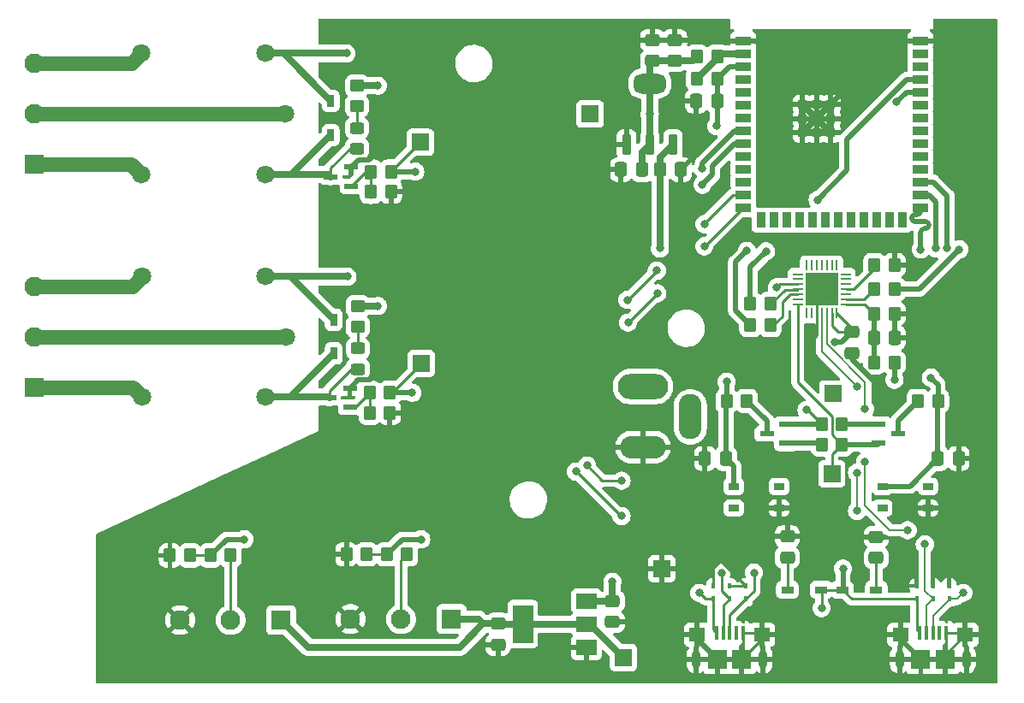
<source format=gbr>
%TF.GenerationSoftware,KiCad,Pcbnew,7.0.9*%
%TF.CreationDate,2024-04-07T16:06:57-05:00*%
%TF.ProjectId,Humidifier Subsystem,48756d69-6469-4666-9965-722053756273,rev?*%
%TF.SameCoordinates,Original*%
%TF.FileFunction,Copper,L1,Top*%
%TF.FilePolarity,Positive*%
%FSLAX46Y46*%
G04 Gerber Fmt 4.6, Leading zero omitted, Abs format (unit mm)*
G04 Created by KiCad (PCBNEW 7.0.9) date 2024-04-07 16:06:57*
%MOMM*%
%LPD*%
G01*
G04 APERTURE LIST*
G04 Aperture macros list*
%AMRoundRect*
0 Rectangle with rounded corners*
0 $1 Rounding radius*
0 $2 $3 $4 $5 $6 $7 $8 $9 X,Y pos of 4 corners*
0 Add a 4 corners polygon primitive as box body*
4,1,4,$2,$3,$4,$5,$6,$7,$8,$9,$2,$3,0*
0 Add four circle primitives for the rounded corners*
1,1,$1+$1,$2,$3*
1,1,$1+$1,$4,$5*
1,1,$1+$1,$6,$7*
1,1,$1+$1,$8,$9*
0 Add four rect primitives between the rounded corners*
20,1,$1+$1,$2,$3,$4,$5,0*
20,1,$1+$1,$4,$5,$6,$7,0*
20,1,$1+$1,$6,$7,$8,$9,0*
20,1,$1+$1,$8,$9,$2,$3,0*%
G04 Aperture macros list end*
%TA.AperFunction,ComponentPad*%
%ADD10R,1.950000X1.950000*%
%TD*%
%TA.AperFunction,ComponentPad*%
%ADD11C,1.950000*%
%TD*%
%TA.AperFunction,SMDPad,CuDef*%
%ADD12RoundRect,0.250000X0.350000X0.450000X-0.350000X0.450000X-0.350000X-0.450000X0.350000X-0.450000X0*%
%TD*%
%TA.AperFunction,SMDPad,CuDef*%
%ADD13R,1.422400X0.558800*%
%TD*%
%TA.AperFunction,SMDPad,CuDef*%
%ADD14RoundRect,0.250000X-0.475000X0.337500X-0.475000X-0.337500X0.475000X-0.337500X0.475000X0.337500X0*%
%TD*%
%TA.AperFunction,ComponentPad*%
%ADD15R,1.700000X1.700000*%
%TD*%
%TA.AperFunction,SMDPad,CuDef*%
%ADD16RoundRect,0.051100X-0.313900X0.553900X-0.313900X-0.553900X0.313900X-0.553900X0.313900X0.553900X0*%
%TD*%
%TA.AperFunction,SMDPad,CuDef*%
%ADD17R,2.000000X1.500000*%
%TD*%
%TA.AperFunction,SMDPad,CuDef*%
%ADD18R,2.000000X3.800000*%
%TD*%
%TA.AperFunction,SMDPad,CuDef*%
%ADD19R,1.000000X0.700000*%
%TD*%
%TA.AperFunction,SMDPad,CuDef*%
%ADD20RoundRect,0.250000X-0.337500X-0.475000X0.337500X-0.475000X0.337500X0.475000X-0.337500X0.475000X0*%
%TD*%
%TA.AperFunction,SMDPad,CuDef*%
%ADD21RoundRect,0.250000X-0.350000X-0.450000X0.350000X-0.450000X0.350000X0.450000X-0.350000X0.450000X0*%
%TD*%
%TA.AperFunction,SMDPad,CuDef*%
%ADD22RoundRect,0.250000X0.337500X0.475000X-0.337500X0.475000X-0.337500X-0.475000X0.337500X-0.475000X0*%
%TD*%
%TA.AperFunction,SMDPad,CuDef*%
%ADD23R,0.400000X0.480000*%
%TD*%
%TA.AperFunction,ComponentPad*%
%ADD24C,1.808000*%
%TD*%
%TA.AperFunction,SMDPad,CuDef*%
%ADD25R,1.500000X0.900000*%
%TD*%
%TA.AperFunction,SMDPad,CuDef*%
%ADD26R,0.900000X1.500000*%
%TD*%
%TA.AperFunction,SMDPad,CuDef*%
%ADD27R,0.900000X0.900000*%
%TD*%
%TA.AperFunction,SMDPad,CuDef*%
%ADD28RoundRect,0.250000X0.475000X-0.337500X0.475000X0.337500X-0.475000X0.337500X-0.475000X-0.337500X0*%
%TD*%
%TA.AperFunction,SMDPad,CuDef*%
%ADD29RoundRect,0.250000X0.450000X-0.325000X0.450000X0.325000X-0.450000X0.325000X-0.450000X-0.325000X0*%
%TD*%
%TA.AperFunction,ComponentPad*%
%ADD30O,5.000000X2.500000*%
%TD*%
%TA.AperFunction,ComponentPad*%
%ADD31O,4.500000X2.250000*%
%TD*%
%TA.AperFunction,ComponentPad*%
%ADD32O,2.250000X4.500000*%
%TD*%
%TA.AperFunction,SMDPad,CuDef*%
%ADD33R,0.400000X1.350000*%
%TD*%
%TA.AperFunction,SMDPad,CuDef*%
%ADD34R,1.600000X1.400000*%
%TD*%
%TA.AperFunction,SMDPad,CuDef*%
%ADD35R,1.900000X1.900000*%
%TD*%
%TA.AperFunction,ComponentPad*%
%ADD36O,0.900000X1.800000*%
%TD*%
%TA.AperFunction,SMDPad,CuDef*%
%ADD37RoundRect,0.111600X0.353400X-0.878400X0.353400X0.878400X-0.353400X0.878400X-0.353400X-0.878400X0*%
%TD*%
%TA.AperFunction,SMDPad,CuDef*%
%ADD38RoundRect,0.792000X0.823000X-0.198000X0.823000X0.198000X-0.823000X0.198000X-0.823000X-0.198000X0*%
%TD*%
%TA.AperFunction,SMDPad,CuDef*%
%ADD39RoundRect,0.250000X0.450000X-0.350000X0.450000X0.350000X-0.450000X0.350000X-0.450000X-0.350000X0*%
%TD*%
%TA.AperFunction,SMDPad,CuDef*%
%ADD40R,0.270000X0.990000*%
%TD*%
%TA.AperFunction,SMDPad,CuDef*%
%ADD41R,0.990000X0.270000*%
%TD*%
%TA.AperFunction,SMDPad,CuDef*%
%ADD42R,3.250000X3.250000*%
%TD*%
%TA.AperFunction,SMDPad,CuDef*%
%ADD43R,1.320800X0.558800*%
%TD*%
%TA.AperFunction,SMDPad,CuDef*%
%ADD44R,1.210000X0.730000*%
%TD*%
%TA.AperFunction,ViaPad*%
%ADD45C,0.800000*%
%TD*%
%TA.AperFunction,Conductor*%
%ADD46C,0.250000*%
%TD*%
%TA.AperFunction,Conductor*%
%ADD47C,0.500000*%
%TD*%
%TA.AperFunction,Conductor*%
%ADD48C,1.422400*%
%TD*%
%TA.AperFunction,Conductor*%
%ADD49C,0.700000*%
%TD*%
%TA.AperFunction,Conductor*%
%ADD50C,0.200000*%
%TD*%
G04 APERTURE END LIST*
D10*
%TO.P,J4,1,Pin_1*%
%TO.N,+5V*%
X89400000Y-119400000D03*
D11*
%TO.P,J4,2,Pin_2*%
%TO.N,Net-(J4-Pin_2)*%
X84400000Y-119400000D03*
%TO.P,J4,3,Pin_3*%
%TO.N,GND*%
X79400000Y-119400000D03*
%TD*%
D12*
%TO.P,R7,1*%
%TO.N,Net-(U4-TXD)*%
X120950000Y-90300000D03*
%TO.P,R7,2*%
%TO.N,U0RXD*%
X118950000Y-90300000D03*
%TD*%
D13*
%TO.P,U5,1,BASE*%
%TO.N,Net-(U5-BASE)*%
X122500000Y-102000000D03*
%TO.P,U5,2,EMITTER*%
%TO.N,RTS*%
X122500000Y-100095000D03*
%TO.P,U5,3,COLLECTOR*%
%TO.N,Net-(U5-COLLECTOR)*%
X120569600Y-101047500D03*
%TD*%
D14*
%TO.P,C8,1*%
%TO.N,+3.3V*%
X129000000Y-91000000D03*
%TO.P,C8,2*%
%TO.N,GND*%
X129000000Y-93075000D03*
%TD*%
D12*
%TO.P,R6,1*%
%TO.N,GND*%
X133200000Y-89150000D03*
%TO.P,R6,2*%
%TO.N,Net-(U4-VBUS)*%
X131200000Y-89150000D03*
%TD*%
D15*
%TO.P,J25,1,Pin_1*%
%TO.N,DTR*%
X127000000Y-105000000D03*
%TD*%
D13*
%TO.P,U6,1,BASE*%
%TO.N,Net-(U6-BASE)*%
X131600000Y-100095000D03*
%TO.P,U6,2,EMITTER*%
%TO.N,DTR*%
X131600000Y-102000000D03*
%TO.P,U6,3,COLLECTOR*%
%TO.N,Net-(U6-COLLECTOR)*%
X133530400Y-101047500D03*
%TD*%
D10*
%TO.P,J5,1,Pin_1*%
%TO.N,+5V*%
X72547500Y-119500000D03*
D11*
%TO.P,J5,2,Pin_2*%
%TO.N,Net-(J5-Pin_2)*%
X67547500Y-119500000D03*
%TO.P,J5,3,Pin_3*%
%TO.N,GND*%
X62547500Y-119500000D03*
%TD*%
D16*
%TO.P,D11,A*%
%TO.N,Net-(D12-K)*%
X77450002Y-71480000D03*
%TO.P,D11,C*%
%TO.N,+3.3V*%
X77450002Y-68120000D03*
%TD*%
D17*
%TO.P,U3,1,GND*%
%TO.N,GND*%
X102750000Y-122200000D03*
%TO.P,U3,2,VOUT*%
%TO.N,+5V*%
X102750000Y-119900000D03*
%TO.P,U3,3,VIN*%
%TO.N,+12V*%
X102750000Y-117600000D03*
D18*
%TO.P,U3,4,VOUT-1*%
%TO.N,+5V*%
X96450000Y-119900000D03*
%TD*%
D12*
%TO.P,R13,1*%
%TO.N,ESP_3V3*%
X115665000Y-63710000D03*
%TO.P,R13,2*%
%TO.N,+3.3V*%
X113665000Y-63710000D03*
%TD*%
D19*
%TO.P,S1,1,COM*%
%TO.N,GND*%
X136500000Y-108400000D03*
%TO.P,S1,2,COM*%
%TO.N,unconnected-(S1-COM-Pad2)*%
X132000000Y-108400000D03*
%TO.P,S1,3,NO*%
%TO.N,unconnected-(S1-NO-Pad3)*%
X136500000Y-106250000D03*
%TO.P,S1,4,NO*%
%TO.N,IO0*%
X132000000Y-106250000D03*
%TD*%
D20*
%TO.P,C1,1*%
%TO.N,+12V*%
X110002500Y-74910000D03*
%TO.P,C1,2*%
%TO.N,GND*%
X112077500Y-74910000D03*
%TD*%
D21*
%TO.P,R1,1*%
%TO.N,Net-(U7-BASE)*%
X81300000Y-99000000D03*
%TO.P,R1,2*%
%TO.N,GND*%
X83300000Y-99000000D03*
%TD*%
D22*
%TO.P,C10,1*%
%TO.N,CHIP_PU*%
X115665000Y-68110000D03*
%TO.P,C10,2*%
%TO.N,GND*%
X113590000Y-68110000D03*
%TD*%
%TO.P,C2,1*%
%TO.N,+3.3V*%
X108240000Y-74910000D03*
%TO.P,C2,2*%
%TO.N,GND*%
X106165000Y-74910000D03*
%TD*%
D23*
%TO.P,D1,1*%
%TO.N,GND*%
X138600000Y-116100000D03*
%TO.P,D1,2*%
%TO.N,USB_DP*%
X138600000Y-117420000D03*
%TD*%
D12*
%TO.P,R18,1*%
%TO.N,Net-(U1-IO36)*%
X63547500Y-113100000D03*
%TO.P,R18,2*%
%TO.N,GND*%
X61547500Y-113100000D03*
%TD*%
%TO.P,R3,1*%
%TO.N,+3.3V*%
X133200000Y-86750000D03*
%TO.P,R3,2*%
%TO.N,Net-(U4-~{RST})*%
X131200000Y-86750000D03*
%TD*%
D19*
%TO.P,S2,1,COM*%
%TO.N,GND*%
X121800000Y-108400000D03*
%TO.P,S2,2,COM*%
%TO.N,unconnected-(S2-COM-Pad2)*%
X117300000Y-108400000D03*
%TO.P,S2,3,NO*%
%TO.N,unconnected-(S2-NO-Pad3)*%
X121800000Y-106250000D03*
%TO.P,S2,4,NO*%
%TO.N,CHIP_PU*%
X117300000Y-106250000D03*
%TD*%
D24*
%TO.P,K1,1,1*%
%TO.N,COM_Main*%
X73032651Y-91435000D03*
%TO.P,K1,2,2*%
%TO.N,+3.3V*%
X71032653Y-85435000D03*
%TO.P,K1,3,3*%
%TO.N,Fan_A*%
X58832653Y-85435000D03*
%TO.P,K1,4,4*%
%TO.N,Fan_B*%
X58832653Y-97434998D03*
%TO.P,K1,5,5*%
%TO.N,Net-(D10-K)*%
X71032653Y-97434998D03*
%TD*%
D25*
%TO.P,U1,1,GND*%
%TO.N,GND*%
X118250000Y-62140000D03*
%TO.P,U1,2,3V3*%
%TO.N,ESP_3V3*%
X118250000Y-63410000D03*
%TO.P,U1,3,EN*%
%TO.N,CHIP_PU*%
X118250000Y-64680000D03*
%TO.P,U1,4,IO4*%
%TO.N,unconnected-(U1-IO4-Pad4)*%
X118250000Y-65950000D03*
%TO.P,U1,5,IO5*%
%TO.N,unconnected-(U1-IO5-Pad5)*%
X118250000Y-67220000D03*
%TO.P,U1,6,IO6*%
%TO.N,unconnected-(U1-IO6-Pad6)*%
X118250000Y-68490000D03*
%TO.P,U1,7,IO7*%
%TO.N,unconnected-(U1-IO7-Pad7)*%
X118250000Y-69760000D03*
%TO.P,U1,8,IO15*%
%TO.N,Relay_Signal_DCDC*%
X118250000Y-71030000D03*
%TO.P,U1,9,IO16*%
%TO.N,Relay_Signal_ACDC*%
X118250000Y-72300000D03*
%TO.P,U1,10,IO17*%
%TO.N,unconnected-(U1-IO17-Pad10)*%
X118250000Y-73570000D03*
%TO.P,U1,11,IO18*%
%TO.N,unconnected-(U1-IO18-Pad11)*%
X118250000Y-74840000D03*
%TO.P,U1,12,IO8*%
%TO.N,unconnected-(U1-IO8-Pad12)*%
X118250000Y-76110000D03*
%TO.P,U1,13,IO19*%
%TO.N,IO19*%
X118250000Y-77380000D03*
%TO.P,U1,14,IO20*%
%TO.N,IO20*%
X118250000Y-78650000D03*
D26*
%TO.P,U1,15,IO3*%
%TO.N,unconnected-(U1-IO3-Pad15)*%
X120015000Y-79900000D03*
%TO.P,U1,16,IO46*%
%TO.N,unconnected-(U1-IO46-Pad16)*%
X121285000Y-79900000D03*
%TO.P,U1,17,IO9*%
%TO.N,unconnected-(U1-IO9-Pad17)*%
X122555000Y-79900000D03*
%TO.P,U1,18,IO10*%
%TO.N,unconnected-(U1-IO10-Pad18)*%
X123825000Y-79900000D03*
%TO.P,U1,19,IO11*%
%TO.N,unconnected-(U1-IO11-Pad19)*%
X125095000Y-79900000D03*
%TO.P,U1,20,IO12*%
%TO.N,unconnected-(U1-IO12-Pad20)*%
X126365000Y-79900000D03*
%TO.P,U1,21,IO13*%
%TO.N,unconnected-(U1-IO13-Pad21)*%
X127635000Y-79900000D03*
%TO.P,U1,22,IO14*%
%TO.N,unconnected-(U1-IO14-Pad22)*%
X128905000Y-79900000D03*
%TO.P,U1,23,IO21*%
%TO.N,unconnected-(U1-IO21-Pad23)*%
X130175000Y-79900000D03*
%TO.P,U1,24,IO47*%
%TO.N,unconnected-(U1-IO47-Pad24)*%
X131445000Y-79900000D03*
%TO.P,U1,25,IO48*%
%TO.N,unconnected-(U1-IO48-Pad25)*%
X132715000Y-79900000D03*
%TO.P,U1,26,IO45*%
%TO.N,unconnected-(U1-IO45-Pad26)*%
X133985000Y-79900000D03*
D25*
%TO.P,U1,27,IO0*%
%TO.N,IO0*%
X135750000Y-78650000D03*
%TO.P,U1,28,IO35*%
%TO.N,Net-(U1-IO35)*%
X135750000Y-77380000D03*
%TO.P,U1,29,IO36*%
%TO.N,Net-(U1-IO36)*%
X135750000Y-76110000D03*
%TO.P,U1,30,IO37*%
%TO.N,unconnected-(U1-IO37-Pad30)*%
X135750000Y-74840000D03*
%TO.P,U1,31,IO38*%
%TO.N,unconnected-(U1-IO38-Pad31)*%
X135750000Y-73570000D03*
%TO.P,U1,32,IO39*%
%TO.N,unconnected-(U1-IO39-Pad32)*%
X135750000Y-72300000D03*
%TO.P,U1,33,IO40*%
%TO.N,unconnected-(U1-IO40-Pad33)*%
X135750000Y-71030000D03*
%TO.P,U1,34,IO41*%
%TO.N,unconnected-(U1-IO41-Pad34)*%
X135750000Y-69760000D03*
%TO.P,U1,35,IO42*%
%TO.N,unconnected-(U1-IO42-Pad35)*%
X135750000Y-68490000D03*
%TO.P,U1,36,RXD0*%
%TO.N,U0RXD*%
X135750000Y-67220000D03*
%TO.P,U1,37,TXD0*%
%TO.N,U0TXD*%
X135750000Y-65950000D03*
%TO.P,U1,38,IO2*%
%TO.N,unconnected-(U1-IO2-Pad38)*%
X135750000Y-64680000D03*
%TO.P,U1,39,IO1*%
%TO.N,unconnected-(U1-IO1-Pad39)*%
X135750000Y-63410000D03*
%TO.P,U1,40,GND*%
%TO.N,GND*%
X135750000Y-62140000D03*
D27*
%TO.P,U1,41_1,GND*%
X125500000Y-69860000D03*
%TO.P,U1,41_2,GND*%
X124100000Y-69860000D03*
%TO.P,U1,41_3,GND*%
X126900000Y-69860000D03*
%TO.P,U1,41_4,GND*%
X124100000Y-71260000D03*
%TO.P,U1,41_5,GND*%
X125500000Y-71260000D03*
%TO.P,U1,41_6,GND*%
X126900000Y-71260000D03*
%TO.P,U1,41_7,GND*%
X124100000Y-68460000D03*
%TO.P,U1,41_8,GND*%
X125500000Y-68460000D03*
%TO.P,U1,41_9,GND*%
X126900000Y-68460000D03*
%TD*%
D21*
%TO.P,R10,1*%
%TO.N,RTS*%
X126000000Y-100100000D03*
%TO.P,R10,2*%
%TO.N,Net-(U6-BASE)*%
X128000000Y-100100000D03*
%TD*%
D28*
%TO.P,C4,1*%
%TO.N,+3.3V*%
X109265000Y-64147500D03*
%TO.P,C4,2*%
%TO.N,GND*%
X109265000Y-62072500D03*
%TD*%
D29*
%TO.P,D10,1,K*%
%TO.N,Net-(D10-K)*%
X80132654Y-94660001D03*
%TO.P,D10,2,A*%
%TO.N,Net-(D10-A)*%
X80132654Y-92610001D03*
%TD*%
D30*
%TO.P,J1,1*%
%TO.N,+12V*%
X108325000Y-96375000D03*
D31*
%TO.P,J1,2*%
%TO.N,GND*%
X108325000Y-102375000D03*
D32*
%TO.P,J1,3*%
%TO.N,unconnected-(J1-Pad3)*%
X113025000Y-99375000D03*
%TD*%
D12*
%TO.P,R11,1*%
%TO.N,Net-(U5-COLLECTOR)*%
X118600000Y-97800000D03*
%TO.P,R11,2*%
%TO.N,CHIP_PU*%
X116600000Y-97800000D03*
%TD*%
D23*
%TO.P,D3,1*%
%TO.N,GND*%
X118500000Y-116100000D03*
%TO.P,D3,2*%
%TO.N,IO20*%
X118500000Y-117420000D03*
%TD*%
D33*
%TO.P,J2,1,VUSB*%
%TO.N,VBUS*%
X135700000Y-120725000D03*
%TO.P,J2,2,D-*%
%TO.N,USB_DN*%
X136350000Y-120725000D03*
%TO.P,J2,3,D+*%
%TO.N,USB_DP*%
X137000000Y-120725000D03*
%TO.P,J2,4,ID*%
%TO.N,unconnected-(J2-ID-Pad4)*%
X137650000Y-120725000D03*
%TO.P,J2,5,GND*%
%TO.N,GND*%
X138300000Y-120725000D03*
D34*
%TO.P,J2,S1,SHIELD*%
X133800000Y-120950000D03*
%TO.P,J2,S2,SHIELD__1*%
X140200000Y-120950000D03*
D35*
%TO.P,J2,S3,SHIELD__2*%
X138200000Y-123400000D03*
%TO.P,J2,S4,SHIELD__3*%
X135800000Y-123400000D03*
D36*
%TO.P,J2,S5,SHIELD__4*%
X133700000Y-123400000D03*
%TO.P,J2,S6,SHIELD__5*%
X140300000Y-123400000D03*
%TD*%
D37*
%TO.P,U2,1,GND*%
%TO.N,GND*%
X106700000Y-72415000D03*
%TO.P,U2,2,VOUT*%
%TO.N,+3.3V*%
X109000000Y-72415000D03*
%TO.P,U2,3,VIN*%
%TO.N,+12V*%
X111300000Y-72415000D03*
D38*
%TO.P,U2,4,VOUT*%
%TO.N,+3.3V*%
X109000000Y-66385000D03*
%TD*%
D23*
%TO.P,D4,1*%
%TO.N,GND*%
X116900000Y-116080000D03*
%TO.P,D4,2*%
%TO.N,IO19*%
X116900000Y-117400000D03*
%TD*%
D22*
%TO.P,C12,1*%
%TO.N,CHIP_PU*%
X116537500Y-103500000D03*
%TO.P,C12,2*%
%TO.N,GND*%
X114462500Y-103500000D03*
%TD*%
D12*
%TO.P,R9,1*%
%TO.N,DTR*%
X128000000Y-102100000D03*
%TO.P,R9,2*%
%TO.N,Net-(U5-BASE)*%
X126000000Y-102100000D03*
%TD*%
D28*
%TO.P,C5,1*%
%TO.N,+3.3V*%
X111465000Y-64147500D03*
%TO.P,C5,2*%
%TO.N,GND*%
X111465000Y-62072500D03*
%TD*%
D39*
%TO.P,R19,1*%
%TO.N,Net-(D10-A)*%
X80132654Y-90435001D03*
%TO.P,R19,2*%
%TO.N,+3.3V*%
X80132654Y-88435001D03*
%TD*%
D16*
%TO.P,D9,A*%
%TO.N,Net-(D10-K)*%
X77732654Y-93115001D03*
%TO.P,D9,C*%
%TO.N,+3.3V*%
X77732654Y-89755001D03*
%TD*%
D12*
%TO.P,R5,1*%
%TO.N,VBUS*%
X133200000Y-94000000D03*
%TO.P,R5,2*%
%TO.N,Net-(U4-VBUS)*%
X131200000Y-94000000D03*
%TD*%
D15*
%TO.P,J14,1,Pin_1*%
%TO.N,Relay_Signal_ACDC*%
X86400000Y-94100000D03*
%TD*%
D12*
%TO.P,R17,1*%
%TO.N,Net-(U1-IO35)*%
X81000000Y-113000000D03*
%TO.P,R17,2*%
%TO.N,GND*%
X79000000Y-113000000D03*
%TD*%
D21*
%TO.P,R16,1*%
%TO.N,Net-(U1-IO36)*%
X65547500Y-113100000D03*
%TO.P,R16,2*%
%TO.N,Net-(J5-Pin_2)*%
X67547500Y-113100000D03*
%TD*%
D15*
%TO.P,J8,1,Pin_1*%
%TO.N,GND*%
X110200000Y-114400000D03*
%TD*%
D14*
%TO.P,C3,1*%
%TO.N,+12V*%
X105300000Y-117625000D03*
%TO.P,C3,2*%
%TO.N,GND*%
X105300000Y-119700000D03*
%TD*%
%TO.P,C13,1*%
%TO.N,+5V*%
X94000000Y-119862500D03*
%TO.P,C13,2*%
%TO.N,GND*%
X94000000Y-121937500D03*
%TD*%
D40*
%TO.P,U4,1,DCD*%
%TO.N,unconnected-(U4-DCD-Pad1)*%
X124500000Y-89110000D03*
%TO.P,U4,2,RI/CLK*%
%TO.N,unconnected-(U4-RI{slash}CLK-Pad2)*%
X125000000Y-89110000D03*
%TO.P,U4,3,GND*%
%TO.N,GND*%
X125500000Y-89110000D03*
%TO.P,U4,4,D+*%
%TO.N,USB_DP*%
X126000000Y-89110000D03*
%TO.P,U4,5,D-*%
%TO.N,USB_DN*%
X126500000Y-89110000D03*
%TO.P,U4,6,VDD*%
%TO.N,+3.3V*%
X127000000Y-89110000D03*
%TO.P,U4,7,VREGIN*%
X127500000Y-89110000D03*
D41*
%TO.P,U4,8,VBUS*%
%TO.N,Net-(U4-VBUS)*%
X128360000Y-88250000D03*
%TO.P,U4,9,~{RST}*%
%TO.N,Net-(U4-~{RST})*%
X128360000Y-87750000D03*
%TO.P,U4,10,NC*%
%TO.N,unconnected-(U4-NC-Pad10)*%
X128360000Y-87250000D03*
%TO.P,U4,11,~{SUSPEND}*%
%TO.N,Net-(U4-~{SUSPEND})*%
X128360000Y-86750000D03*
%TO.P,U4,12,SUSPEND*%
%TO.N,unconnected-(U4-SUSPEND-Pad12)*%
X128360000Y-86250000D03*
%TO.P,U4,13,CHREN*%
%TO.N,unconnected-(U4-CHREN-Pad13)*%
X128360000Y-85750000D03*
%TO.P,U4,14,CHR1*%
%TO.N,unconnected-(U4-CHR1-Pad14)*%
X128360000Y-85250000D03*
D40*
%TO.P,U4,15,CHR0*%
%TO.N,unconnected-(U4-CHR0-Pad15)*%
X127500000Y-84390000D03*
%TO.P,U4,16,GPIO.3/WAKEUP*%
%TO.N,unconnected-(U4-GPIO.3{slash}WAKEUP-Pad16)*%
X127000000Y-84390000D03*
%TO.P,U4,17,GPIO.2/RS485*%
%TO.N,unconnected-(U4-GPIO.2{slash}RS485-Pad17)*%
X126500000Y-84390000D03*
%TO.P,U4,18,GPIO.1/RXT*%
%TO.N,unconnected-(U4-GPIO.1{slash}RXT-Pad18)*%
X126000000Y-84390000D03*
%TO.P,U4,19,GPIO.0/TXT*%
%TO.N,unconnected-(U4-GPIO.0{slash}TXT-Pad19)*%
X125500000Y-84390000D03*
%TO.P,U4,20,GPIO.6*%
%TO.N,unconnected-(U4-GPIO.6-Pad20)*%
X125000000Y-84390000D03*
%TO.P,U4,21,GPIO.5*%
%TO.N,unconnected-(U4-GPIO.5-Pad21)*%
X124500000Y-84390000D03*
D41*
%TO.P,U4,22,GPIO.4*%
%TO.N,unconnected-(U4-GPIO.4-Pad22)*%
X123640000Y-85250000D03*
%TO.P,U4,23,CTS*%
%TO.N,unconnected-(U4-CTS-Pad23)*%
X123640000Y-85750000D03*
%TO.P,U4,24,RTS*%
%TO.N,RTS*%
X123640000Y-86250000D03*
%TO.P,U4,25,RXD*%
%TO.N,Net-(U4-RXD)*%
X123640000Y-86750000D03*
%TO.P,U4,26,TXD*%
%TO.N,Net-(U4-TXD)*%
X123640000Y-87250000D03*
%TO.P,U4,27,DSR*%
%TO.N,unconnected-(U4-DSR-Pad27)*%
X123640000Y-87750000D03*
%TO.P,U4,28,DTR*%
%TO.N,DTR*%
X123640000Y-88250000D03*
D42*
%TO.P,U4,29,GND__1*%
%TO.N,GND*%
X126000000Y-86750000D03*
%TD*%
D33*
%TO.P,J3,1,VUSB*%
%TO.N,VBUS*%
X115600000Y-120725000D03*
%TO.P,J3,2,D-*%
%TO.N,IO19*%
X116250000Y-120725000D03*
%TO.P,J3,3,D+*%
%TO.N,IO20*%
X116900000Y-120725000D03*
%TO.P,J3,4,ID*%
%TO.N,unconnected-(J3-ID-Pad4)*%
X117550000Y-120725000D03*
%TO.P,J3,5,GND*%
%TO.N,GND*%
X118200000Y-120725000D03*
D34*
%TO.P,J3,S1,SHIELD*%
X113700000Y-120950000D03*
%TO.P,J3,S2,SHIELD__1*%
X120100000Y-120950000D03*
D35*
%TO.P,J3,S3,SHIELD__2*%
X118100000Y-123400000D03*
%TO.P,J3,S4,SHIELD__3*%
X115700000Y-123400000D03*
D36*
%TO.P,J3,S5,SHIELD__4*%
X113600000Y-123400000D03*
%TO.P,J3,S6,SHIELD__5*%
X120200000Y-123400000D03*
%TD*%
D43*
%TO.P,U10,1,BASE*%
%TO.N,Net-(U10-BASE)*%
X79482002Y-76552500D03*
%TO.P,U10,2,EMITTER*%
%TO.N,GND*%
X79482002Y-74647500D03*
%TO.P,U10,3,COLLECTOR*%
%TO.N,Net-(D12-K)*%
X77450002Y-75600000D03*
%TD*%
D23*
%TO.P,D7,1*%
%TO.N,GND*%
X135400000Y-116100000D03*
%TO.P,D7,2*%
%TO.N,VBUS*%
X135400000Y-117420000D03*
%TD*%
D15*
%TO.P,J11,1,Pin_1*%
%TO.N,+5V*%
X106400000Y-123200000D03*
%TD*%
D43*
%TO.P,U7,1,BASE*%
%TO.N,Net-(U7-BASE)*%
X79332654Y-98435001D03*
%TO.P,U7,2,EMITTER*%
%TO.N,GND*%
X79332654Y-96530001D03*
%TO.P,U7,3,COLLECTOR*%
%TO.N,Net-(D10-K)*%
X77300654Y-97482501D03*
%TD*%
D29*
%TO.P,D12,1,K*%
%TO.N,Net-(D12-K)*%
X80050002Y-72825000D03*
%TO.P,D12,2,A*%
%TO.N,Net-(D12-A)*%
X80050002Y-70775000D03*
%TD*%
D23*
%TO.P,D2,1*%
%TO.N,GND*%
X137000000Y-116100000D03*
%TO.P,D2,2*%
%TO.N,USB_DN*%
X137000000Y-117420000D03*
%TD*%
D12*
%TO.P,R22,1*%
%TO.N,Relay_Signal_DCDC*%
X83417348Y-75100000D03*
%TO.P,R22,2*%
%TO.N,Net-(U10-BASE)*%
X81417348Y-75100000D03*
%TD*%
D21*
%TO.P,R12,1*%
%TO.N,Net-(U6-COLLECTOR)*%
X135500000Y-97800000D03*
%TO.P,R12,2*%
%TO.N,IO0*%
X137500000Y-97800000D03*
%TD*%
D15*
%TO.P,J24,1,Pin_1*%
%TO.N,RTS*%
X127100000Y-97100000D03*
%TD*%
D44*
%TO.P,D6,A*%
%TO.N,VBUS*%
X128040000Y-116500000D03*
%TO.P,D6,C*%
%TO.N,Net-(C6-Pad1)*%
X131400000Y-116500000D03*
%TD*%
D21*
%TO.P,R15,1*%
%TO.N,Net-(U1-IO35)*%
X83000000Y-113000000D03*
%TO.P,R15,2*%
%TO.N,Net-(J4-Pin_2)*%
X85000000Y-113000000D03*
%TD*%
D39*
%TO.P,R24,1*%
%TO.N,Net-(D12-A)*%
X80050002Y-68600000D03*
%TO.P,R24,2*%
%TO.N,+3.3V*%
X80050002Y-66600000D03*
%TD*%
D20*
%TO.P,C9,1*%
%TO.N,Net-(U4-VBUS)*%
X131162500Y-91550000D03*
%TO.P,C9,2*%
%TO.N,GND*%
X133237500Y-91550000D03*
%TD*%
D12*
%TO.P,R8,1*%
%TO.N,Net-(U4-RXD)*%
X120950000Y-88200000D03*
%TO.P,R8,2*%
%TO.N,U0TXD*%
X118950000Y-88200000D03*
%TD*%
D21*
%TO.P,R23,1*%
%TO.N,Net-(U10-BASE)*%
X81400000Y-77100000D03*
%TO.P,R23,2*%
%TO.N,GND*%
X83400000Y-77100000D03*
%TD*%
D10*
%TO.P,J6,1,1*%
%TO.N,Fan_B*%
X48132654Y-96435001D03*
D11*
%TO.P,J6,2,2*%
%TO.N,COM_Main*%
X48132654Y-91435001D03*
%TO.P,J6,3,3*%
%TO.N,Fan_A*%
X48132654Y-86435001D03*
%TD*%
D23*
%TO.P,D8,1*%
%TO.N,GND*%
X115300000Y-116080000D03*
%TO.P,D8,2*%
%TO.N,VBUS*%
X115300000Y-117400000D03*
%TD*%
D10*
%TO.P,J7,1,1*%
%TO.N,Fan_B_DC*%
X48150002Y-74347500D03*
D11*
%TO.P,J7,2,2*%
%TO.N,COM_Main_DC*%
X48150002Y-69347500D03*
%TO.P,J7,3,3*%
%TO.N,Fan_A_DC*%
X48150002Y-64347500D03*
%TD*%
D28*
%TO.P,C7,1*%
%TO.N,Net-(C7-Pad1)*%
X122600000Y-113300000D03*
%TO.P,C7,2*%
%TO.N,GND*%
X122600000Y-111225000D03*
%TD*%
D44*
%TO.P,D5,A*%
%TO.N,VBUS*%
X125960000Y-116500000D03*
%TO.P,D5,C*%
%TO.N,Net-(C7-Pad1)*%
X122600000Y-116500000D03*
%TD*%
D24*
%TO.P,K2,1,1*%
%TO.N,COM_Main_DC*%
X72950000Y-69400000D03*
%TO.P,K2,2,2*%
%TO.N,+3.3V*%
X70950002Y-63400000D03*
%TO.P,K2,3,3*%
%TO.N,Fan_A_DC*%
X58750002Y-63400000D03*
%TO.P,K2,4,4*%
%TO.N,Fan_B_DC*%
X58750002Y-75399998D03*
%TO.P,K2,5,5*%
%TO.N,Net-(D12-K)*%
X70950002Y-75399998D03*
%TD*%
D12*
%TO.P,R2,1*%
%TO.N,Relay_Signal_ACDC*%
X83300000Y-97000000D03*
%TO.P,R2,2*%
%TO.N,Net-(U7-BASE)*%
X81300000Y-97000000D03*
%TD*%
D20*
%TO.P,C11,1*%
%TO.N,IO0*%
X137462500Y-103500000D03*
%TO.P,C11,2*%
%TO.N,GND*%
X139537500Y-103500000D03*
%TD*%
D15*
%TO.P,J15,1,Pin_1*%
%TO.N,Relay_Signal_DCDC*%
X86300000Y-72200000D03*
%TD*%
%TO.P,J12,1,Pin_1*%
%TO.N,+3.3V*%
X103100000Y-69400000D03*
%TD*%
D12*
%TO.P,R4,1*%
%TO.N,GND*%
X133200000Y-84350000D03*
%TO.P,R4,2*%
%TO.N,Net-(U4-~{SUSPEND})*%
X131200000Y-84350000D03*
%TD*%
D21*
%TO.P,R14,1*%
%TO.N,ESP_3V3*%
X113665000Y-65910000D03*
%TO.P,R14,2*%
%TO.N,CHIP_PU*%
X115665000Y-65910000D03*
%TD*%
D28*
%TO.P,C6,1*%
%TO.N,Net-(C6-Pad1)*%
X131400000Y-113337500D03*
%TO.P,C6,2*%
%TO.N,GND*%
X131400000Y-111262500D03*
%TD*%
D45*
%TO.N,+12V*%
X110000000Y-82700000D03*
X105300000Y-115700000D03*
%TO.N,GND*%
X82400000Y-72800000D03*
X82300000Y-94700000D03*
X82300000Y-101600000D03*
X131200000Y-95700000D03*
X124800000Y-92000000D03*
%TO.N,+3.3V*%
X79000000Y-63400000D03*
X127308500Y-91991500D03*
X82100000Y-88400000D03*
X82100000Y-66600000D03*
X79100000Y-85500000D03*
X109000000Y-69400000D03*
X139600000Y-82800000D03*
%TO.N,CHIP_PU*%
X116600000Y-95900000D03*
X115600000Y-70600000D03*
%TO.N,IO0*%
X135800000Y-82800000D03*
X136800000Y-95500000D03*
%TO.N,USB_DP*%
X140000000Y-116800000D03*
X129500000Y-104900000D03*
X129500000Y-96400000D03*
X129500000Y-108700000D03*
%TO.N,USB_DN*%
X136200000Y-112000000D03*
X130300000Y-98600000D03*
X130300000Y-103800000D03*
X134500000Y-110600000D03*
%TO.N,IO20*%
X106850000Y-90050000D03*
X114400000Y-82500000D03*
X109750000Y-87150000D03*
X106200000Y-105700000D03*
X119300000Y-114800000D03*
X102800000Y-104200000D03*
%TO.N,IO19*%
X101700000Y-104800000D03*
X116100000Y-114800000D03*
X106800000Y-87800000D03*
X114400000Y-80300000D03*
X109700000Y-84900000D03*
X106200000Y-109200000D03*
%TO.N,VBUS*%
X113900000Y-116800000D03*
X133200000Y-95700000D03*
X126000000Y-118300000D03*
X128100000Y-114400000D03*
%TO.N,U0RXD*%
X133400000Y-68200000D03*
X118600000Y-82950000D03*
%TO.N,U0TXD*%
X120500000Y-83000000D03*
X125600000Y-77900000D03*
%TO.N,RTS*%
X124500000Y-98700000D03*
X121561747Y-86563654D03*
%TO.N,Relay_Signal_ACDC*%
X85500000Y-97000000D03*
X114200000Y-76400000D03*
%TO.N,Net-(U1-IO35)*%
X86400000Y-111500000D03*
X137300000Y-82700000D03*
%TO.N,Net-(U1-IO36)*%
X138400000Y-82700000D03*
X68900000Y-111500000D03*
%TO.N,Relay_Signal_DCDC*%
X114200000Y-74800000D03*
X85800000Y-75100000D03*
%TD*%
D46*
%TO.N,GND*%
X118100000Y-123400000D02*
X120200000Y-123400000D01*
D47*
X140300000Y-123400000D02*
X138200000Y-123400000D01*
X133700000Y-123400000D02*
X135800000Y-123400000D01*
X135800000Y-123400000D02*
X138200000Y-123400000D01*
D46*
X140200000Y-120950000D02*
X138200000Y-122950000D01*
X138200000Y-122950000D02*
X138200000Y-123400000D01*
D47*
X133800000Y-120950000D02*
X133800000Y-121400000D01*
X133800000Y-121400000D02*
X135800000Y-123400000D01*
X113700000Y-120950000D02*
X113700000Y-121400000D01*
X113700000Y-121400000D02*
X115700000Y-123400000D01*
D46*
X120100000Y-120950000D02*
X120100000Y-121400000D01*
X120100000Y-121400000D02*
X118100000Y-123400000D01*
D47*
X115700000Y-123400000D02*
X118100000Y-123400000D01*
X113600000Y-123400000D02*
X115700000Y-123400000D01*
D48*
%TO.N,Fan_B*%
X48132654Y-96435001D02*
X57832656Y-96435001D01*
X57832656Y-96435001D02*
X58832653Y-97434998D01*
%TO.N,Fan_A*%
X48132654Y-86435001D02*
X57832652Y-86435001D01*
X57832652Y-86435001D02*
X58832653Y-85435000D01*
%TO.N,Fan_B_DC*%
X48150002Y-74347500D02*
X57697504Y-74347500D01*
X57697504Y-74347500D02*
X58750002Y-75399998D01*
%TO.N,Fan_A_DC*%
X48150002Y-64347500D02*
X57802502Y-64347500D01*
X57802502Y-64347500D02*
X58750002Y-63400000D01*
D49*
%TO.N,+12V*%
X110002500Y-82697500D02*
X110000000Y-82700000D01*
X102775000Y-117625000D02*
X102750000Y-117600000D01*
X110002500Y-74910000D02*
X110002500Y-73712500D01*
X105300000Y-115700000D02*
X105300000Y-117625000D01*
X110002500Y-74910000D02*
X110002500Y-82697500D01*
X110002500Y-73712500D02*
X111300000Y-72415000D01*
X105300000Y-117625000D02*
X102775000Y-117625000D01*
D46*
%TO.N,GND*%
X118200000Y-123300000D02*
X118100000Y-123400000D01*
D47*
X129000000Y-93662500D02*
X129000000Y-93075000D01*
D46*
X139975000Y-120725000D02*
X140200000Y-120950000D01*
D47*
X81250000Y-73950000D02*
X80179502Y-73950000D01*
D49*
X126900000Y-68460000D02*
X126900000Y-71260000D01*
D47*
X113600000Y-68120000D02*
X113590000Y-68110000D01*
D49*
X124100000Y-68460000D02*
X126900000Y-68460000D01*
D46*
X116900000Y-116080000D02*
X118480000Y-116080000D01*
D47*
X118250000Y-62140000D02*
X119500000Y-62140000D01*
D46*
X138300000Y-123300000D02*
X138200000Y-123400000D01*
D47*
X82400000Y-72800000D02*
X81250000Y-73950000D01*
D46*
X119875000Y-120725000D02*
X120100000Y-120950000D01*
D47*
X131037500Y-95700000D02*
X129000000Y-93662500D01*
D46*
X116100000Y-113700000D02*
X118500000Y-116100000D01*
D47*
X119500000Y-62140000D02*
X124100000Y-66740000D01*
D46*
X125500000Y-89110000D02*
X125500000Y-87250000D01*
X125500000Y-87250000D02*
X126000000Y-86750000D01*
D47*
X113590000Y-68110000D02*
X113590000Y-73397500D01*
X135750000Y-62140000D02*
X133220000Y-62140000D01*
X80177654Y-95685001D02*
X79332654Y-96530001D01*
D49*
X124100000Y-68460000D02*
X124100000Y-71260000D01*
D46*
X138300000Y-120725000D02*
X138300000Y-123300000D01*
X115300000Y-114300000D02*
X115900000Y-113700000D01*
D49*
X126900000Y-68460000D02*
X124100000Y-71260000D01*
X124100000Y-71260000D02*
X126900000Y-71260000D01*
D47*
X80179502Y-73950000D02*
X79482002Y-74647500D01*
X133220000Y-62140000D02*
X126900000Y-68460000D01*
D46*
X125500000Y-91300000D02*
X125500000Y-89110000D01*
X115900000Y-113700000D02*
X116100000Y-113700000D01*
X124800000Y-92000000D02*
X125500000Y-91300000D01*
D47*
X131200000Y-95700000D02*
X131037500Y-95700000D01*
X81314999Y-95685001D02*
X80177654Y-95685001D01*
X113590000Y-73397500D02*
X112077500Y-74910000D01*
X124100000Y-66740000D02*
X124100000Y-68460000D01*
D49*
X124100000Y-68460000D02*
X126900000Y-71260000D01*
D46*
X118480000Y-116080000D02*
X118500000Y-116100000D01*
X118200000Y-120725000D02*
X118200000Y-123300000D01*
X115300000Y-116080000D02*
X115300000Y-114300000D01*
D47*
X82300000Y-94700000D02*
X81314999Y-95685001D01*
D46*
X118200000Y-120725000D02*
X119875000Y-120725000D01*
X138300000Y-120725000D02*
X139975000Y-120725000D01*
D49*
%TO.N,+3.3V*%
X70949998Y-63400001D02*
X72730003Y-63400001D01*
D46*
X129000000Y-90610000D02*
X127500000Y-89110000D01*
D49*
X82100000Y-88400000D02*
X80167655Y-88400000D01*
X109000000Y-64412500D02*
X109265000Y-64147500D01*
X70949998Y-63400001D02*
X79000000Y-63400000D01*
X77732654Y-89755001D02*
X73500000Y-85522347D01*
X80167655Y-88400000D02*
X80132654Y-88435001D01*
X72730003Y-63400001D02*
X77450002Y-68120000D01*
D47*
X128008500Y-91991500D02*
X129000000Y-91000000D01*
D49*
X109000000Y-72415000D02*
X109000000Y-69400000D01*
X108240000Y-73175000D02*
X109000000Y-72415000D01*
D46*
X127000000Y-90400000D02*
X127000000Y-89110000D01*
X127600000Y-91000000D02*
X129000000Y-91000000D01*
D47*
X133250000Y-86800000D02*
X133200000Y-86750000D01*
D49*
X109000000Y-66385000D02*
X109000000Y-64412500D01*
X108240000Y-74910000D02*
X108240000Y-73175000D01*
X82100000Y-66600000D02*
X80050002Y-66600000D01*
D47*
X127308500Y-91991500D02*
X128008500Y-91991500D01*
D49*
X109265000Y-64147500D02*
X111465000Y-64147500D01*
X73500000Y-85500001D02*
X79100000Y-85500000D01*
D47*
X135650000Y-86750000D02*
X139600000Y-82800000D01*
D46*
X129000000Y-91000000D02*
X129000000Y-90610000D01*
D49*
X71049998Y-85500001D02*
X73500000Y-85500001D01*
D47*
X133200000Y-86750000D02*
X135650000Y-86750000D01*
D49*
X111465000Y-64147500D02*
X113227500Y-64147500D01*
X73500000Y-85522347D02*
X73500000Y-85500001D01*
D46*
X127600000Y-91000000D02*
X127000000Y-90400000D01*
D49*
X113227500Y-64147500D02*
X113665000Y-63710000D01*
X109000000Y-66385000D02*
X109000000Y-69400000D01*
D46*
%TO.N,Net-(C6-Pad1)*%
X131400000Y-116500000D02*
X131400000Y-113337500D01*
%TO.N,Net-(C7-Pad1)*%
X122600000Y-116500000D02*
X122600000Y-113300000D01*
D47*
%TO.N,Net-(U4-VBUS)*%
X131200000Y-91587500D02*
X131162500Y-91550000D01*
X131200000Y-94000000D02*
X131200000Y-91587500D01*
X131162500Y-89187500D02*
X131200000Y-89150000D01*
D46*
X130300000Y-88250000D02*
X131200000Y-89150000D01*
X128360000Y-88250000D02*
X130300000Y-88250000D01*
D47*
X131162500Y-91550000D02*
X131162500Y-89187500D01*
%TO.N,CHIP_PU*%
X115665000Y-65910000D02*
X116895000Y-64680000D01*
X115665000Y-68110000D02*
X115665000Y-65910000D01*
X116895000Y-64680000D02*
X118250000Y-64680000D01*
X115665000Y-68110000D02*
X115665000Y-70535000D01*
X117300000Y-104262500D02*
X116537500Y-103500000D01*
X116537500Y-97862500D02*
X116600000Y-97800000D01*
X115665000Y-70535000D02*
X115600000Y-70600000D01*
X116600000Y-97800000D02*
X116600000Y-95900000D01*
X117300000Y-106250000D02*
X117300000Y-104262500D01*
X116537500Y-103500000D02*
X116537500Y-97862500D01*
%TO.N,IO0*%
X137500000Y-96200000D02*
X136800000Y-95500000D01*
X136250000Y-80050000D02*
X136150000Y-80050000D01*
X137500000Y-97800000D02*
X137500000Y-96200000D01*
X137462500Y-103500000D02*
X137462500Y-97837500D01*
X135800000Y-78700000D02*
X135750000Y-78650000D01*
X136150000Y-80050000D02*
X135250000Y-80050000D01*
X132000000Y-106250000D02*
X134712500Y-106250000D01*
X137462500Y-97837500D02*
X137500000Y-97800000D01*
X135250000Y-79350000D02*
X135450000Y-79350000D01*
X135800000Y-79000000D02*
X135800000Y-78700000D01*
X135800000Y-82800000D02*
X135800000Y-81100000D01*
X134712500Y-106250000D02*
X137462500Y-103500000D01*
X136150000Y-80750000D02*
X136250000Y-80750000D01*
X136600000Y-80400000D02*
G75*
G03*
X136250000Y-80050000I-350000J0D01*
G01*
X136150000Y-80750000D02*
G75*
G03*
X135800000Y-81100000I0J-350000D01*
G01*
X134900000Y-79700000D02*
G75*
G03*
X135250000Y-80050000I350000J0D01*
G01*
X135450000Y-79350000D02*
G75*
G03*
X135800000Y-79000000I0J350000D01*
G01*
X135250000Y-79350000D02*
G75*
G03*
X134900000Y-79700000I0J-350000D01*
G01*
X136250000Y-80750000D02*
G75*
G03*
X136600000Y-80400000I0J350000D01*
G01*
D50*
%TO.N,USB_DP*%
X126000000Y-89110000D02*
X126000000Y-92900000D01*
X138600000Y-117460000D02*
X137000000Y-119060000D01*
X137000000Y-119060000D02*
X137000000Y-120725000D01*
X129500000Y-104900000D02*
X129500000Y-108700000D01*
X139380000Y-117420000D02*
X140000000Y-116800000D01*
X126000000Y-92900000D02*
X129500000Y-96400000D01*
X138600000Y-117420000D02*
X138600000Y-117460000D01*
X138600000Y-117420000D02*
X139380000Y-117420000D01*
%TO.N,USB_DN*%
X132750000Y-110600000D02*
X134500000Y-110600000D01*
X137000000Y-117420000D02*
X136350000Y-118070000D01*
X126500000Y-89110000D02*
X126500000Y-92172244D01*
X136200000Y-116620000D02*
X137000000Y-117420000D01*
X136200000Y-112000000D02*
X136200000Y-116620000D01*
X130300000Y-108150000D02*
X132750000Y-110600000D01*
X130300000Y-95972244D02*
X130300000Y-98600000D01*
X136350000Y-118070000D02*
X136350000Y-120725000D01*
X126500000Y-92172244D02*
X130300000Y-95972244D01*
X130300000Y-103800000D02*
X130300000Y-108150000D01*
D46*
%TO.N,IO20*%
X114400000Y-82500000D02*
X118250000Y-78650000D01*
X116900000Y-119020000D02*
X116900000Y-120725000D01*
X118500000Y-117420000D02*
X119300000Y-116620000D01*
X106850000Y-90050000D02*
X109750000Y-87150000D01*
X104700000Y-105700000D02*
X104300000Y-105700000D01*
X106200000Y-105700000D02*
X104700000Y-105700000D01*
X118500000Y-117420000D02*
X116900000Y-119020000D01*
X104300000Y-105700000D02*
X102800000Y-104200000D01*
X119300000Y-116620000D02*
X119300000Y-114800000D01*
%TO.N,IO19*%
X101700000Y-104800000D02*
X101700000Y-104900000D01*
X106830000Y-87800000D02*
X106800000Y-87800000D01*
X114400000Y-80230000D02*
X114400000Y-80300000D01*
X106800000Y-87800000D02*
X106800000Y-87830000D01*
X116900000Y-117400000D02*
X116250000Y-118050000D01*
X116900000Y-117400000D02*
X116100000Y-116600000D01*
X106100000Y-109200000D02*
X101700000Y-104800000D01*
X117250000Y-77380000D02*
X114400000Y-80230000D01*
X116100000Y-116600000D02*
X116100000Y-114800000D01*
X109700000Y-84900000D02*
X109700000Y-84930000D01*
X114400000Y-80300000D02*
X114330000Y-80300000D01*
X106200000Y-109200000D02*
X106100000Y-109200000D01*
X116250000Y-118050000D02*
X116250000Y-120725000D01*
X118250000Y-77380000D02*
X117250000Y-77380000D01*
X109700000Y-84930000D02*
X106830000Y-87800000D01*
X109730000Y-84900000D02*
X109700000Y-84900000D01*
%TO.N,VBUS*%
X128040000Y-116500000D02*
X128960000Y-117420000D01*
X135400000Y-120425000D02*
X135700000Y-120725000D01*
X126000000Y-118300000D02*
X126000000Y-116540000D01*
X126000000Y-116540000D02*
X125960000Y-116500000D01*
X135400000Y-117420000D02*
X135400000Y-120425000D01*
X115300000Y-120425000D02*
X115600000Y-120725000D01*
D47*
X128100000Y-114400000D02*
X128100000Y-116440000D01*
D46*
X125960000Y-116500000D02*
X128040000Y-116500000D01*
D47*
X128100000Y-116440000D02*
X128040000Y-116500000D01*
D46*
X115300000Y-117400000D02*
X114500000Y-117400000D01*
D47*
X133200000Y-94000000D02*
X133200000Y-95700000D01*
D46*
X114500000Y-117400000D02*
X113900000Y-116800000D01*
X128960000Y-117420000D02*
X135400000Y-117420000D01*
X115300000Y-117400000D02*
X115300000Y-120425000D01*
%TO.N,Net-(U4-~{RST})*%
X131200000Y-86750000D02*
X130200000Y-87750000D01*
X130200000Y-87750000D02*
X128360000Y-87750000D01*
%TO.N,Net-(U4-~{SUSPEND})*%
X128360000Y-86750000D02*
X129140000Y-86750000D01*
X131200000Y-84690000D02*
X131200000Y-84350000D01*
X129140000Y-86750000D02*
X131200000Y-84690000D01*
%TO.N,Net-(U4-TXD)*%
X122100000Y-88010000D02*
X122860000Y-87250000D01*
X121200000Y-90300000D02*
X122100000Y-89400000D01*
X122860000Y-87250000D02*
X123640000Y-87250000D01*
X120950000Y-90300000D02*
X121200000Y-90300000D01*
X122100000Y-89400000D02*
X122100000Y-88010000D01*
D47*
%TO.N,U0RXD*%
X117500000Y-84050000D02*
X118600000Y-82950000D01*
X117500000Y-88850000D02*
X117500000Y-84050000D01*
X135750000Y-67220000D02*
X134380000Y-67220000D01*
X118950000Y-90300000D02*
X117500000Y-88850000D01*
X134380000Y-67220000D02*
X133400000Y-68200000D01*
D46*
%TO.N,Net-(U4-RXD)*%
X123640000Y-86750000D02*
X123600000Y-86790000D01*
X122360000Y-86790000D02*
X120950000Y-88200000D01*
X123600000Y-86790000D02*
X122360000Y-86790000D01*
D47*
%TO.N,U0TXD*%
X128500000Y-71897918D02*
X134447918Y-65950000D01*
X118950000Y-88200000D02*
X118950000Y-84550000D01*
X134447918Y-65950000D02*
X135750000Y-65950000D01*
X118950000Y-84550000D02*
X120500000Y-83000000D01*
X125600000Y-77900000D02*
X128500000Y-75000000D01*
X128500000Y-75000000D02*
X128500000Y-71897918D01*
%TO.N,DTR*%
X128000000Y-102100000D02*
X131500000Y-102100000D01*
D46*
X127000000Y-105000000D02*
X127000000Y-103100000D01*
X127000000Y-101100000D02*
X128000000Y-102100000D01*
X127000000Y-99350000D02*
X127000000Y-101100000D01*
D47*
X131500000Y-102100000D02*
X131600000Y-102000000D01*
D46*
X127000000Y-103100000D02*
X128000000Y-102100000D01*
X123640000Y-95990000D02*
X127000000Y-99350000D01*
X123640000Y-88250000D02*
X123640000Y-95990000D01*
D47*
%TO.N,Net-(U5-BASE)*%
X122500000Y-102000000D02*
X125900000Y-102000000D01*
X125900000Y-102000000D02*
X126000000Y-102100000D01*
%TO.N,RTS*%
X122505000Y-100100000D02*
X122500000Y-100095000D01*
X126000000Y-100100000D02*
X122505000Y-100100000D01*
D46*
X124500000Y-98700000D02*
X124600000Y-98700000D01*
X121875401Y-86250000D02*
X121561747Y-86563654D01*
X123640000Y-86250000D02*
X121875401Y-86250000D01*
X124600000Y-98700000D02*
X126000000Y-100100000D01*
D47*
%TO.N,Net-(U6-BASE)*%
X131595000Y-100100000D02*
X131600000Y-100095000D01*
X128000000Y-100100000D02*
X131595000Y-100100000D01*
%TO.N,Net-(U5-COLLECTOR)*%
X120569600Y-99769600D02*
X118600000Y-97800000D01*
X120569600Y-101047500D02*
X120569600Y-99769600D01*
%TO.N,Net-(U6-COLLECTOR)*%
X133530400Y-99769600D02*
X135500000Y-97800000D01*
X133530400Y-101047500D02*
X133530400Y-99769600D01*
D49*
%TO.N,ESP_3V3*%
X115965000Y-63410000D02*
X118250000Y-63410000D01*
X115665000Y-63710000D02*
X115665000Y-63910000D01*
X115665000Y-63910000D02*
X113665000Y-65910000D01*
X115665000Y-63710000D02*
X115965000Y-63410000D01*
%TO.N,+5V*%
X92537500Y-119862500D02*
X90200000Y-122200000D01*
X94000000Y-119862500D02*
X92537500Y-119862500D01*
X94037500Y-119900000D02*
X94000000Y-119862500D01*
X103100000Y-119900000D02*
X106400000Y-123200000D01*
X75247500Y-122200000D02*
X72547500Y-119500000D01*
X90200000Y-122200000D02*
X75247500Y-122200000D01*
X102750000Y-119900000D02*
X96450000Y-119900000D01*
X102750000Y-119900000D02*
X103100000Y-119900000D01*
X89400000Y-119400000D02*
X92075000Y-119400000D01*
X92075000Y-119400000D02*
X92537500Y-119862500D01*
X96450000Y-119900000D02*
X94037500Y-119900000D01*
%TO.N,Net-(D10-K)*%
X77253152Y-97434999D02*
X77300654Y-97482501D01*
D46*
X77300654Y-96792001D02*
X77300654Y-97482501D01*
D49*
X73412656Y-97434999D02*
X77732654Y-93115001D01*
X71032649Y-97434999D02*
X77253152Y-97434999D01*
D46*
X80132654Y-94660001D02*
X79432654Y-94660001D01*
D49*
X71032649Y-97434999D02*
X73412656Y-97434999D01*
D46*
X79432654Y-94660001D02*
X77300654Y-96792001D01*
%TO.N,Net-(D10-A)*%
X80132654Y-90435001D02*
X80132654Y-92610001D01*
D49*
%TO.N,Net-(D12-K)*%
X70949998Y-75399999D02*
X73530003Y-75399999D01*
D46*
X79350002Y-72825000D02*
X77450002Y-74725000D01*
D49*
X70949998Y-75399999D02*
X77250001Y-75399999D01*
X77250001Y-75399999D02*
X77450002Y-75600000D01*
D46*
X80050002Y-72825000D02*
X79350002Y-72825000D01*
X77450002Y-74725000D02*
X77450002Y-75600000D01*
D49*
X73530003Y-75399999D02*
X77450002Y-71480000D01*
D46*
%TO.N,Net-(D12-A)*%
X80050002Y-68600000D02*
X80050002Y-70775000D01*
%TO.N,Net-(J4-Pin_2)*%
X84400000Y-113600000D02*
X85000000Y-113000000D01*
X84400000Y-119400000D02*
X84400000Y-113600000D01*
%TO.N,Net-(J5-Pin_2)*%
X67547500Y-119500000D02*
X67547500Y-113100000D01*
D48*
%TO.N,COM_Main*%
X73032651Y-91435000D02*
X48132654Y-91435001D01*
%TO.N,COM_Main_DC*%
X72950000Y-69400000D02*
X48202502Y-69400000D01*
D46*
%TO.N,Relay_Signal_ACDC*%
X83300000Y-97000000D02*
X83500000Y-97000000D01*
D47*
X117420000Y-72300000D02*
X115200000Y-74520000D01*
X85500000Y-97000000D02*
X83300000Y-97000000D01*
X115200000Y-74520000D02*
X115200000Y-75400000D01*
D46*
X83500000Y-97000000D02*
X86400000Y-94100000D01*
D47*
X115200000Y-75400000D02*
X114200000Y-76400000D01*
X118250000Y-72300000D02*
X117420000Y-72300000D01*
D46*
%TO.N,Net-(U7-BASE)*%
X81300000Y-97000000D02*
X79864999Y-98435001D01*
X81300000Y-97000000D02*
X81300000Y-99000000D01*
D47*
%TO.N,Net-(U1-IO35)*%
X136580000Y-77380000D02*
X137300000Y-78100000D01*
X84500000Y-111500000D02*
X83000000Y-113000000D01*
D46*
X81000000Y-113000000D02*
X83000000Y-113000000D01*
D47*
X135750000Y-77380000D02*
X136580000Y-77380000D01*
X137300000Y-78100000D02*
X137300000Y-82700000D01*
X86400000Y-111500000D02*
X84500000Y-111500000D01*
%TO.N,Net-(U1-IO36)*%
X68900000Y-111500000D02*
X67147500Y-111500000D01*
D46*
X63547500Y-113100000D02*
X65547500Y-113100000D01*
D47*
X137000000Y-76110000D02*
X138400000Y-77510000D01*
X67147500Y-111500000D02*
X65547500Y-113100000D01*
X138400000Y-77510000D02*
X138400000Y-82700000D01*
X135750000Y-76110000D02*
X137000000Y-76110000D01*
D46*
%TO.N,Net-(U10-BASE)*%
X81417348Y-75100000D02*
X81417348Y-77082652D01*
X81417348Y-77682652D02*
X81400000Y-77700000D01*
X81417348Y-75700000D02*
X80934502Y-75700000D01*
X80934502Y-75100000D02*
X79482002Y-76552500D01*
%TO.N,Relay_Signal_DCDC*%
X83417348Y-75100000D02*
X83417348Y-75082652D01*
D47*
X117420000Y-71030000D02*
X114200000Y-74250000D01*
D46*
X83417348Y-75082652D02*
X86300000Y-72200000D01*
D47*
X118250000Y-71030000D02*
X117420000Y-71030000D01*
X114200000Y-74250000D02*
X114200000Y-74800000D01*
X85800000Y-75100000D02*
X83417348Y-75100000D01*
%TD*%
%TA.AperFunction,Conductor*%
%TO.N,GND*%
G36*
X125288753Y-90101944D02*
G01*
X125353304Y-90128681D01*
X125393154Y-90186073D01*
X125399500Y-90225234D01*
X125399500Y-92856571D01*
X125398969Y-92864673D01*
X125394318Y-92899999D01*
X125394318Y-92900000D01*
X125399500Y-92939360D01*
X125414955Y-93056760D01*
X125414956Y-93056762D01*
X125475171Y-93202135D01*
X125475464Y-93202841D01*
X125571718Y-93328282D01*
X125599995Y-93349980D01*
X125606085Y-93355320D01*
X127248628Y-94997864D01*
X127788583Y-95537819D01*
X127822068Y-95599142D01*
X127817084Y-95668834D01*
X127775212Y-95724767D01*
X127709748Y-95749184D01*
X127700902Y-95749500D01*
X126202129Y-95749500D01*
X126202123Y-95749501D01*
X126142516Y-95755908D01*
X126007671Y-95806202D01*
X126007664Y-95806206D01*
X125892455Y-95892452D01*
X125892452Y-95892455D01*
X125806206Y-96007664D01*
X125806202Y-96007671D01*
X125755908Y-96142517D01*
X125749501Y-96202116D01*
X125749500Y-96202135D01*
X125749500Y-96915547D01*
X125729815Y-96982586D01*
X125677011Y-97028341D01*
X125607853Y-97038285D01*
X125544297Y-97009260D01*
X125537819Y-97003228D01*
X124301819Y-95767228D01*
X124268334Y-95705905D01*
X124265500Y-95679547D01*
X124265500Y-90229499D01*
X124285185Y-90162460D01*
X124337989Y-90116705D01*
X124389496Y-90105499D01*
X124682872Y-90105499D01*
X124736753Y-90099707D01*
X124763246Y-90099707D01*
X124817127Y-90105500D01*
X125182872Y-90105499D01*
X125239097Y-90099455D01*
X125265598Y-90099455D01*
X125288753Y-90101944D01*
G37*
%TD.AperFunction*%
%TA.AperFunction,Conductor*%
G36*
X130044459Y-94027616D02*
G01*
X130089228Y-94081258D01*
X130099500Y-94130673D01*
X130099500Y-94500001D01*
X130099501Y-94500019D01*
X130110000Y-94602796D01*
X130111419Y-94609422D01*
X130109418Y-94609850D01*
X130111479Y-94669849D01*
X130075745Y-94729890D01*
X130013224Y-94761080D01*
X129943764Y-94753516D01*
X129903692Y-94726701D01*
X129541202Y-94364211D01*
X129507717Y-94302888D01*
X129512701Y-94233196D01*
X129554573Y-94177263D01*
X129616282Y-94153172D01*
X129627696Y-94152005D01*
X129794119Y-94096858D01*
X129794130Y-94096853D01*
X129910403Y-94025135D01*
X129977795Y-94006694D01*
X130044459Y-94027616D01*
G37*
%TD.AperFunction*%
%TA.AperFunction,Conductor*%
G36*
X112545631Y-65061799D02*
G01*
X112596331Y-65109875D01*
X112612990Y-65177729D01*
X112606821Y-65211174D01*
X112575001Y-65307200D01*
X112575000Y-65307204D01*
X112564500Y-65409983D01*
X112564500Y-66410001D01*
X112564501Y-66410019D01*
X112575000Y-66512796D01*
X112575001Y-66512799D01*
X112603897Y-66600000D01*
X112630186Y-66679334D01*
X112709734Y-66808303D01*
X112722289Y-66828657D01*
X112772554Y-66878922D01*
X112806039Y-66940245D01*
X112801055Y-67009937D01*
X112772555Y-67054284D01*
X112660182Y-67166657D01*
X112568143Y-67315875D01*
X112568141Y-67315880D01*
X112512994Y-67482302D01*
X112512993Y-67482309D01*
X112502500Y-67585013D01*
X112502500Y-67860000D01*
X113716000Y-67860000D01*
X113783039Y-67879685D01*
X113828794Y-67932489D01*
X113840000Y-67984000D01*
X113840000Y-69334999D01*
X113977472Y-69334999D01*
X113977486Y-69334998D01*
X114080197Y-69324505D01*
X114246619Y-69269358D01*
X114246624Y-69269356D01*
X114395845Y-69177315D01*
X114519818Y-69053342D01*
X114521665Y-69050348D01*
X114523469Y-69048724D01*
X114524298Y-69047677D01*
X114524476Y-69047818D01*
X114573610Y-69003621D01*
X114642573Y-68992396D01*
X114706656Y-69020236D01*
X114732743Y-69050341D01*
X114734788Y-69053656D01*
X114734789Y-69053657D01*
X114858845Y-69177713D01*
X114864513Y-69182195D01*
X114863070Y-69184019D01*
X114902320Y-69227654D01*
X114914500Y-69281248D01*
X114914500Y-69967949D01*
X114894815Y-70034988D01*
X114882651Y-70050920D01*
X114867468Y-70067782D01*
X114867464Y-70067787D01*
X114772821Y-70231715D01*
X114772818Y-70231722D01*
X114714327Y-70411740D01*
X114714326Y-70411744D01*
X114694540Y-70600000D01*
X114714326Y-70788256D01*
X114714327Y-70788259D01*
X114772818Y-70968277D01*
X114772821Y-70968284D01*
X114867467Y-71132216D01*
X114966782Y-71242516D01*
X114994129Y-71272888D01*
X115147265Y-71384148D01*
X115147270Y-71384151D01*
X115320192Y-71461142D01*
X115320197Y-71461144D01*
X115505354Y-71500500D01*
X115505355Y-71500500D01*
X115588770Y-71500500D01*
X115655809Y-71520185D01*
X115701564Y-71572989D01*
X115711508Y-71642147D01*
X115682483Y-71705703D01*
X115676451Y-71712181D01*
X113714358Y-73674272D01*
X113700729Y-73686051D01*
X113681468Y-73700390D01*
X113647898Y-73740397D01*
X113644253Y-73744376D01*
X113638409Y-73750222D01*
X113618059Y-73775959D01*
X113568695Y-73834789D01*
X113564729Y-73840819D01*
X113564682Y-73840788D01*
X113560630Y-73847147D01*
X113560679Y-73847177D01*
X113556889Y-73853321D01*
X113524424Y-73922941D01*
X113489960Y-73991566D01*
X113487488Y-73998357D01*
X113487432Y-73998336D01*
X113484960Y-74005450D01*
X113485015Y-74005469D01*
X113482742Y-74012327D01*
X113478307Y-74033809D01*
X113467207Y-74087565D01*
X113457747Y-74127481D01*
X113449498Y-74162286D01*
X113448661Y-74169454D01*
X113448601Y-74169447D01*
X113447835Y-74176945D01*
X113447895Y-74176951D01*
X113447265Y-74184140D01*
X113449500Y-74260916D01*
X113449500Y-74265677D01*
X113432887Y-74327677D01*
X113392063Y-74398386D01*
X113341496Y-74446602D01*
X113272889Y-74459825D01*
X113208024Y-74433856D01*
X113167496Y-74376942D01*
X113161318Y-74348987D01*
X113154506Y-74282303D01*
X113099358Y-74115880D01*
X113099356Y-74115875D01*
X113007315Y-73966654D01*
X112883345Y-73842684D01*
X112734124Y-73750643D01*
X112734119Y-73750641D01*
X112567697Y-73695494D01*
X112567690Y-73695493D01*
X112464986Y-73685000D01*
X112342191Y-73685000D01*
X112275152Y-73665315D01*
X112229397Y-73612511D01*
X112219453Y-73543353D01*
X112223115Y-73526405D01*
X112262768Y-73389919D01*
X112262769Y-73389913D01*
X112265500Y-73355219D01*
X112265500Y-73355218D01*
X112265499Y-71474785D01*
X112265284Y-71472055D01*
X112262769Y-71440085D01*
X112219622Y-71291574D01*
X112140898Y-71158458D01*
X112140896Y-71158456D01*
X112140893Y-71158452D01*
X112031547Y-71049106D01*
X112031539Y-71049100D01*
X111898424Y-70970377D01*
X111898421Y-70970376D01*
X111749919Y-70927231D01*
X111749913Y-70927230D01*
X111715217Y-70924500D01*
X111715215Y-70924500D01*
X111161595Y-70924500D01*
X110884785Y-70924501D01*
X110850084Y-70927231D01*
X110701578Y-70970376D01*
X110701575Y-70970377D01*
X110568460Y-71049100D01*
X110568452Y-71049106D01*
X110459106Y-71158452D01*
X110459100Y-71158460D01*
X110380377Y-71291575D01*
X110380376Y-71291578D01*
X110337231Y-71440080D01*
X110337230Y-71440086D01*
X110334500Y-71474781D01*
X110334500Y-72126348D01*
X110314815Y-72193387D01*
X110298181Y-72214029D01*
X110177180Y-72335030D01*
X110115857Y-72368515D01*
X110046165Y-72363531D01*
X109990232Y-72321659D01*
X109965815Y-72256195D01*
X109965499Y-72247349D01*
X109965499Y-71474785D01*
X109965284Y-71472055D01*
X109962769Y-71440085D01*
X109919622Y-71291574D01*
X109867767Y-71203891D01*
X109850500Y-71140771D01*
X109850500Y-69716149D01*
X109856569Y-69677831D01*
X109858880Y-69670719D01*
X109885674Y-69588256D01*
X109905460Y-69400000D01*
X109885674Y-69211744D01*
X109856569Y-69122168D01*
X109850500Y-69083850D01*
X109850500Y-68360000D01*
X112502501Y-68360000D01*
X112502501Y-68634986D01*
X112512994Y-68737697D01*
X112568141Y-68904119D01*
X112568143Y-68904124D01*
X112660184Y-69053345D01*
X112784154Y-69177315D01*
X112933375Y-69269356D01*
X112933380Y-69269358D01*
X113099802Y-69324505D01*
X113099809Y-69324506D01*
X113202519Y-69334999D01*
X113339999Y-69334999D01*
X113340000Y-69334998D01*
X113340000Y-68360000D01*
X112502501Y-68360000D01*
X109850500Y-68360000D01*
X109850500Y-67991656D01*
X109870185Y-67924617D01*
X109922989Y-67878862D01*
X109963693Y-67868128D01*
X109969609Y-67867610D01*
X110048298Y-67860726D01*
X110266750Y-67802192D01*
X110471719Y-67706613D01*
X110656976Y-67576894D01*
X110816894Y-67416976D01*
X110946613Y-67231719D01*
X111042192Y-67026750D01*
X111100726Y-66808298D01*
X111115500Y-66639430D01*
X111115500Y-66130570D01*
X111100726Y-65961702D01*
X111042192Y-65743250D01*
X110946613Y-65538281D01*
X110871228Y-65430621D01*
X110848902Y-65364417D01*
X110865912Y-65296649D01*
X110916860Y-65248836D01*
X110972799Y-65235499D01*
X111990008Y-65235499D01*
X111990016Y-65235498D01*
X111990019Y-65235498D01*
X112046302Y-65229748D01*
X112092797Y-65224999D01*
X112259334Y-65169814D01*
X112408656Y-65077712D01*
X112408666Y-65077701D01*
X112412195Y-65074912D01*
X112476987Y-65048765D01*
X112545631Y-65061799D01*
G37*
%TD.AperFunction*%
%TA.AperFunction,Conductor*%
G36*
X116943039Y-60019685D02*
G01*
X116988794Y-60072489D01*
X117000000Y-60124000D01*
X117000000Y-61000000D01*
X117231910Y-61000000D01*
X117298949Y-61019685D01*
X117344704Y-61072489D01*
X117354648Y-61141647D01*
X117325623Y-61205203D01*
X117275244Y-61240182D01*
X117257911Y-61246646D01*
X117257906Y-61246649D01*
X117142812Y-61332809D01*
X117142809Y-61332812D01*
X117056649Y-61447906D01*
X117056645Y-61447913D01*
X117006403Y-61582620D01*
X117006401Y-61582627D01*
X117000000Y-61642155D01*
X117000000Y-61890000D01*
X119500000Y-61890000D01*
X119500000Y-61642172D01*
X119499999Y-61642155D01*
X119493598Y-61582627D01*
X119493596Y-61582620D01*
X119443354Y-61447913D01*
X119443350Y-61447906D01*
X119357190Y-61332812D01*
X119357187Y-61332809D01*
X119242093Y-61246649D01*
X119242088Y-61246646D01*
X119224756Y-61240182D01*
X119168823Y-61198310D01*
X119144406Y-61132846D01*
X119159258Y-61064573D01*
X119208663Y-61015168D01*
X119268090Y-61000000D01*
X134731910Y-61000000D01*
X134798949Y-61019685D01*
X134844704Y-61072489D01*
X134854648Y-61141647D01*
X134825623Y-61205203D01*
X134775244Y-61240182D01*
X134757911Y-61246646D01*
X134757906Y-61246649D01*
X134642812Y-61332809D01*
X134642809Y-61332812D01*
X134556649Y-61447906D01*
X134556645Y-61447913D01*
X134506403Y-61582620D01*
X134506401Y-61582627D01*
X134500000Y-61642155D01*
X134500000Y-61890000D01*
X137000000Y-61890000D01*
X137000000Y-61642172D01*
X136999999Y-61642155D01*
X136993598Y-61582627D01*
X136993596Y-61582620D01*
X136943354Y-61447913D01*
X136943350Y-61447906D01*
X136857190Y-61332812D01*
X136857187Y-61332809D01*
X136742093Y-61246649D01*
X136742088Y-61246646D01*
X136724756Y-61240182D01*
X136668823Y-61198310D01*
X136644406Y-61132846D01*
X136659258Y-61064573D01*
X136708663Y-61015168D01*
X136768090Y-61000000D01*
X137000000Y-61000000D01*
X137000000Y-60124000D01*
X137019685Y-60056961D01*
X137072489Y-60011206D01*
X137124000Y-60000000D01*
X143276000Y-60000000D01*
X143343039Y-60019685D01*
X143388794Y-60072489D01*
X143400000Y-60124000D01*
X143400000Y-125676000D01*
X143380315Y-125743039D01*
X143327511Y-125788794D01*
X143276000Y-125800000D01*
X54324000Y-125800000D01*
X54256961Y-125780315D01*
X54211206Y-125727511D01*
X54200000Y-125676000D01*
X54200000Y-119500005D01*
X61067445Y-119500005D01*
X61087630Y-119743605D01*
X61147638Y-119980573D01*
X61245828Y-120204424D01*
X61342126Y-120351820D01*
X61944952Y-119748993D01*
X61954688Y-119778956D01*
X62042686Y-119917619D01*
X62162403Y-120030040D01*
X62297010Y-120104041D01*
X61695257Y-120705793D01*
X61695258Y-120705794D01*
X61737985Y-120739050D01*
X61737985Y-120739051D01*
X61952968Y-120855394D01*
X61952976Y-120855397D01*
X62184164Y-120934765D01*
X62425279Y-120975000D01*
X62669721Y-120975000D01*
X62910835Y-120934765D01*
X63142023Y-120855397D01*
X63142031Y-120855394D01*
X63357015Y-120739050D01*
X63357016Y-120739048D01*
X63399740Y-120705794D01*
X63399741Y-120705793D01*
X62795034Y-120101086D01*
X62863129Y-120074126D01*
X62995992Y-119977595D01*
X63100675Y-119851055D01*
X63149131Y-119748079D01*
X63752872Y-120351820D01*
X63849169Y-120204429D01*
X63947361Y-119980573D01*
X64007369Y-119743605D01*
X64027555Y-119500005D01*
X64027555Y-119499994D01*
X64007369Y-119256394D01*
X63947361Y-119019426D01*
X63849171Y-118795575D01*
X63752872Y-118648178D01*
X63150046Y-119251004D01*
X63140312Y-119221044D01*
X63052314Y-119082381D01*
X62932597Y-118969960D01*
X62797989Y-118895958D01*
X63399740Y-118294205D01*
X63399740Y-118294204D01*
X63357014Y-118260949D01*
X63357014Y-118260948D01*
X63142031Y-118144605D01*
X63142023Y-118144602D01*
X62910835Y-118065234D01*
X62669721Y-118025000D01*
X62425279Y-118025000D01*
X62184164Y-118065234D01*
X61952976Y-118144602D01*
X61952968Y-118144605D01*
X61737984Y-118260949D01*
X61737978Y-118260953D01*
X61695258Y-118294203D01*
X61695258Y-118294205D01*
X62299966Y-118898913D01*
X62231871Y-118925874D01*
X62099008Y-119022405D01*
X61994325Y-119148945D01*
X61945868Y-119251921D01*
X61342125Y-118648178D01*
X61245829Y-118795572D01*
X61147638Y-119019426D01*
X61087630Y-119256394D01*
X61067445Y-119499994D01*
X61067445Y-119500005D01*
X54200000Y-119500005D01*
X54200000Y-113350000D01*
X60447501Y-113350000D01*
X60447501Y-113599986D01*
X60457994Y-113702697D01*
X60513141Y-113869119D01*
X60513143Y-113869124D01*
X60605184Y-114018345D01*
X60729154Y-114142315D01*
X60878375Y-114234356D01*
X60878380Y-114234358D01*
X61044802Y-114289505D01*
X61044809Y-114289506D01*
X61147519Y-114299999D01*
X61297499Y-114299999D01*
X61797500Y-114299999D01*
X61947472Y-114299999D01*
X61947486Y-114299998D01*
X62050197Y-114289505D01*
X62216619Y-114234358D01*
X62216624Y-114234356D01*
X62365842Y-114142317D01*
X62459464Y-114048695D01*
X62520787Y-114015210D01*
X62590479Y-114020194D01*
X62634827Y-114048695D01*
X62728844Y-114142712D01*
X62878166Y-114234814D01*
X63044703Y-114289999D01*
X63147491Y-114300500D01*
X63947508Y-114300499D01*
X63947516Y-114300498D01*
X63947519Y-114300498D01*
X64003802Y-114294748D01*
X64050297Y-114289999D01*
X64216834Y-114234814D01*
X64366156Y-114142712D01*
X64459819Y-114049049D01*
X64521142Y-114015564D01*
X64590834Y-114020548D01*
X64635181Y-114049049D01*
X64728844Y-114142712D01*
X64878166Y-114234814D01*
X65044703Y-114289999D01*
X65147491Y-114300500D01*
X65947508Y-114300499D01*
X65947516Y-114300498D01*
X65947519Y-114300498D01*
X66003802Y-114294748D01*
X66050297Y-114289999D01*
X66216834Y-114234814D01*
X66366156Y-114142712D01*
X66459819Y-114049049D01*
X66521142Y-114015564D01*
X66590834Y-114020548D01*
X66635181Y-114049049D01*
X66728844Y-114142712D01*
X66863097Y-114225519D01*
X66909821Y-114277465D01*
X66922000Y-114331057D01*
X66922000Y-118086906D01*
X66902315Y-118153945D01*
X66857018Y-118195960D01*
X66737722Y-118260520D01*
X66737708Y-118260529D01*
X66544752Y-118410713D01*
X66544742Y-118410722D01*
X66379132Y-118590621D01*
X66245388Y-118795333D01*
X66147163Y-119019265D01*
X66087136Y-119256304D01*
X66087134Y-119256316D01*
X66066943Y-119499994D01*
X66066943Y-119500005D01*
X66087134Y-119743683D01*
X66087136Y-119743695D01*
X66147163Y-119980734D01*
X66245388Y-120204666D01*
X66379132Y-120409378D01*
X66544742Y-120589277D01*
X66544752Y-120589286D01*
X66737708Y-120739470D01*
X66737712Y-120739473D01*
X66909697Y-120832547D01*
X66952767Y-120855855D01*
X66952770Y-120855856D01*
X67184041Y-120935251D01*
X67184043Y-120935251D01*
X67184045Y-120935252D01*
X67425237Y-120975500D01*
X67425238Y-120975500D01*
X67669762Y-120975500D01*
X67669763Y-120975500D01*
X67910955Y-120935252D01*
X68142233Y-120855855D01*
X68357288Y-120739473D01*
X68550254Y-120589281D01*
X68611390Y-120522870D01*
X71072000Y-120522870D01*
X71072001Y-120522876D01*
X71078408Y-120582483D01*
X71128702Y-120717328D01*
X71128706Y-120717335D01*
X71214952Y-120832544D01*
X71214955Y-120832547D01*
X71330164Y-120918793D01*
X71330171Y-120918797D01*
X71465017Y-120969091D01*
X71465016Y-120969091D01*
X71471944Y-120969835D01*
X71524627Y-120975500D01*
X72768848Y-120975499D01*
X72835887Y-120995184D01*
X72856529Y-121011818D01*
X74619885Y-122775173D01*
X74623288Y-122778865D01*
X74659162Y-122821099D01*
X74723626Y-122870104D01*
X74786742Y-122920838D01*
X74786747Y-122920842D01*
X74786752Y-122920844D01*
X74787663Y-122921427D01*
X74805455Y-122932463D01*
X74806433Y-122933052D01*
X74806436Y-122933054D01*
X74879929Y-122967055D01*
X74952479Y-123003037D01*
X74952482Y-123003037D01*
X74952487Y-123003040D01*
X74953519Y-123003419D01*
X74973353Y-123010402D01*
X74974335Y-123010733D01*
X75039150Y-123024999D01*
X75053416Y-123028139D01*
X75132006Y-123047684D01*
X75132010Y-123047684D01*
X75132014Y-123047685D01*
X75133104Y-123047833D01*
X75153875Y-123050377D01*
X75155002Y-123050499D01*
X75155003Y-123050500D01*
X75155004Y-123050500D01*
X75235969Y-123050500D01*
X75316932Y-123052693D01*
X75316932Y-123052692D01*
X75316935Y-123052693D01*
X75317979Y-123052608D01*
X75340148Y-123050500D01*
X90162913Y-123050500D01*
X90167948Y-123050705D01*
X90187393Y-123052288D01*
X90223167Y-123055201D01*
X90303392Y-123044270D01*
X90383910Y-123035514D01*
X90383914Y-123035512D01*
X90385036Y-123035266D01*
X90405307Y-123030515D01*
X90406462Y-123030228D01*
X90406462Y-123030227D01*
X90406468Y-123030227D01*
X90482486Y-123002299D01*
X90559221Y-122976444D01*
X90559227Y-122976439D01*
X90560351Y-122975920D01*
X90579123Y-122966923D01*
X90580112Y-122966433D01*
X90580116Y-122966432D01*
X90648353Y-122922815D01*
X90717736Y-122881070D01*
X90717741Y-122881065D01*
X90718669Y-122880360D01*
X90735076Y-122867533D01*
X90735986Y-122866802D01*
X90735986Y-122866801D01*
X90735989Y-122866800D01*
X90764618Y-122838170D01*
X90793249Y-122809540D01*
X90829542Y-122775161D01*
X90852041Y-122753849D01*
X90852045Y-122753842D01*
X90852757Y-122753005D01*
X90866904Y-122735883D01*
X91415287Y-122187500D01*
X92775001Y-122187500D01*
X92775001Y-122324986D01*
X92785494Y-122427697D01*
X92840641Y-122594119D01*
X92840643Y-122594124D01*
X92932684Y-122743345D01*
X93056654Y-122867315D01*
X93205875Y-122959356D01*
X93205880Y-122959358D01*
X93372302Y-123014505D01*
X93372309Y-123014506D01*
X93475019Y-123024999D01*
X93749999Y-123024999D01*
X93750000Y-123024998D01*
X93750000Y-122187500D01*
X92775001Y-122187500D01*
X91415287Y-122187500D01*
X92845531Y-120757257D01*
X92906852Y-120723774D01*
X92976544Y-120728758D01*
X93020891Y-120757259D01*
X93056344Y-120792712D01*
X93059628Y-120794737D01*
X93059653Y-120794753D01*
X93061445Y-120796746D01*
X93062011Y-120797193D01*
X93061934Y-120797289D01*
X93106379Y-120846699D01*
X93117603Y-120915661D01*
X93089761Y-120979744D01*
X93059665Y-121005826D01*
X93056660Y-121007679D01*
X93056655Y-121007683D01*
X92932684Y-121131654D01*
X92840643Y-121280875D01*
X92840641Y-121280880D01*
X92785494Y-121447302D01*
X92785493Y-121447309D01*
X92775000Y-121550013D01*
X92775000Y-121687500D01*
X94126000Y-121687500D01*
X94193039Y-121707185D01*
X94238794Y-121759989D01*
X94250000Y-121811500D01*
X94250000Y-123024999D01*
X94524972Y-123024999D01*
X94524986Y-123024998D01*
X94627697Y-123014505D01*
X94794119Y-122959358D01*
X94794124Y-122959356D01*
X94943345Y-122867315D01*
X95067315Y-122743345D01*
X95159356Y-122594124D01*
X95159358Y-122594119D01*
X95207114Y-122450000D01*
X101250000Y-122450000D01*
X101250000Y-122997844D01*
X101256401Y-123057372D01*
X101256403Y-123057379D01*
X101306645Y-123192086D01*
X101306649Y-123192093D01*
X101392809Y-123307187D01*
X101392812Y-123307190D01*
X101507906Y-123393350D01*
X101507913Y-123393354D01*
X101642620Y-123443596D01*
X101642627Y-123443598D01*
X101702155Y-123449999D01*
X101702172Y-123450000D01*
X102500000Y-123450000D01*
X102500000Y-122450000D01*
X101250000Y-122450000D01*
X95207114Y-122450000D01*
X95214505Y-122427697D01*
X95214506Y-122427688D01*
X95216728Y-122405944D01*
X95243123Y-122341252D01*
X95300302Y-122301099D01*
X95353337Y-122295254D01*
X95402127Y-122300500D01*
X97497872Y-122300499D01*
X97557483Y-122294091D01*
X97692331Y-122243796D01*
X97807546Y-122157546D01*
X97893796Y-122042331D01*
X97944091Y-121907483D01*
X97950500Y-121847873D01*
X97950500Y-120874500D01*
X97970185Y-120807461D01*
X98022989Y-120761706D01*
X98074500Y-120750500D01*
X101167209Y-120750500D01*
X101234248Y-120770185D01*
X101280003Y-120822989D01*
X101283391Y-120831167D01*
X101306202Y-120892328D01*
X101306204Y-120892331D01*
X101368464Y-120975500D01*
X101368917Y-120976104D01*
X101393335Y-121041569D01*
X101378484Y-121109842D01*
X101368918Y-121124727D01*
X101306647Y-121207910D01*
X101306645Y-121207913D01*
X101256403Y-121342620D01*
X101256401Y-121342627D01*
X101250000Y-121402155D01*
X101250000Y-121950000D01*
X102876000Y-121950000D01*
X102943039Y-121969685D01*
X102988794Y-122022489D01*
X103000000Y-122074000D01*
X103000000Y-123450000D01*
X103797828Y-123450000D01*
X103797844Y-123449999D01*
X103857372Y-123443598D01*
X103857379Y-123443596D01*
X103992086Y-123393354D01*
X103992093Y-123393350D01*
X104107187Y-123307190D01*
X104107190Y-123307187D01*
X104193350Y-123192093D01*
X104193354Y-123192086D01*
X104243596Y-123057379D01*
X104243598Y-123057372D01*
X104249999Y-122997844D01*
X104250000Y-122997827D01*
X104250000Y-122552150D01*
X104269685Y-122485111D01*
X104322489Y-122439356D01*
X104391647Y-122429412D01*
X104455203Y-122458437D01*
X104461681Y-122464469D01*
X105013181Y-123015969D01*
X105046666Y-123077292D01*
X105049500Y-123103650D01*
X105049500Y-124097870D01*
X105049501Y-124097876D01*
X105055908Y-124157483D01*
X105106202Y-124292328D01*
X105106206Y-124292335D01*
X105192452Y-124407544D01*
X105192455Y-124407547D01*
X105307664Y-124493793D01*
X105307671Y-124493797D01*
X105442517Y-124544091D01*
X105442516Y-124544091D01*
X105449444Y-124544835D01*
X105502127Y-124550500D01*
X107297872Y-124550499D01*
X107357483Y-124544091D01*
X107492331Y-124493796D01*
X107607546Y-124407546D01*
X107693796Y-124292331D01*
X107744091Y-124157483D01*
X107750500Y-124097873D01*
X107750499Y-122302128D01*
X107744229Y-122243797D01*
X107744091Y-122242516D01*
X107693797Y-122107671D01*
X107693793Y-122107664D01*
X107607547Y-121992455D01*
X107607544Y-121992452D01*
X107492335Y-121906206D01*
X107492328Y-121906202D01*
X107357482Y-121855908D01*
X107357483Y-121855908D01*
X107297883Y-121849501D01*
X107297881Y-121849500D01*
X107297873Y-121849500D01*
X107297865Y-121849500D01*
X106303651Y-121849500D01*
X106236612Y-121829815D01*
X106215970Y-121813181D01*
X106100633Y-121697844D01*
X112400000Y-121697844D01*
X112406401Y-121757372D01*
X112406403Y-121757379D01*
X112456645Y-121892086D01*
X112456649Y-121892093D01*
X112542809Y-122007187D01*
X112542812Y-122007190D01*
X112657906Y-122093350D01*
X112657913Y-122093354D01*
X112792620Y-122143596D01*
X112796592Y-122144535D01*
X112799358Y-122146110D01*
X112799892Y-122146309D01*
X112799859Y-122146395D01*
X112857311Y-122179103D01*
X112889702Y-122241011D01*
X112883481Y-122310604D01*
X112869862Y-122336051D01*
X112765086Y-122486586D01*
X112688893Y-122664137D01*
X112650000Y-122853393D01*
X112650000Y-123150000D01*
X113350000Y-123150000D01*
X113350000Y-123650000D01*
X112650000Y-123650000D01*
X112650000Y-123898176D01*
X112664647Y-124042221D01*
X112722484Y-124226561D01*
X112722489Y-124226571D01*
X112816251Y-124395498D01*
X112816256Y-124395505D01*
X112942107Y-124542105D01*
X113094890Y-124660368D01*
X113094894Y-124660370D01*
X113268363Y-124745460D01*
X113350000Y-124766596D01*
X113350000Y-123774624D01*
X113364505Y-123847545D01*
X113419760Y-123930240D01*
X113502455Y-123985495D01*
X113600000Y-124004898D01*
X113697545Y-123985495D01*
X113780240Y-123930240D01*
X113835495Y-123847545D01*
X113850000Y-123774624D01*
X113850000Y-124770470D01*
X114020524Y-124707315D01*
X114020531Y-124707312D01*
X114177806Y-124609282D01*
X114245111Y-124590526D01*
X114311872Y-124611135D01*
X114342664Y-124640202D01*
X114392812Y-124707190D01*
X114507906Y-124793350D01*
X114507913Y-124793354D01*
X114642620Y-124843596D01*
X114642627Y-124843598D01*
X114702155Y-124849999D01*
X114702172Y-124850000D01*
X115450000Y-124850000D01*
X115450000Y-123650000D01*
X115950000Y-123650000D01*
X115950000Y-124850000D01*
X116697828Y-124850000D01*
X116697844Y-124849999D01*
X116757372Y-124843598D01*
X116757376Y-124843597D01*
X116856666Y-124806564D01*
X116926358Y-124801580D01*
X116943334Y-124806564D01*
X117042623Y-124843597D01*
X117042627Y-124843598D01*
X117102155Y-124849999D01*
X117102172Y-124850000D01*
X117850000Y-124850000D01*
X117850000Y-123650000D01*
X115950000Y-123650000D01*
X115450000Y-123650000D01*
X113850000Y-123650000D01*
X113850000Y-123150000D01*
X117850000Y-123150000D01*
X117850000Y-122024000D01*
X117869685Y-121956961D01*
X117922489Y-121911206D01*
X117974000Y-121900000D01*
X118000000Y-121900000D01*
X118000051Y-121899948D01*
X118019685Y-121833084D01*
X118049686Y-121800859D01*
X118107546Y-121757546D01*
X118176733Y-121665123D01*
X118232667Y-121623253D01*
X118302359Y-121618269D01*
X118363682Y-121651754D01*
X118397166Y-121713078D01*
X118400000Y-121739435D01*
X118400000Y-121848638D01*
X118380315Y-121915677D01*
X118363681Y-121936319D01*
X118350000Y-121950000D01*
X118350000Y-123150000D01*
X119950000Y-123150000D01*
X119950000Y-123650000D01*
X118350000Y-123650000D01*
X118350000Y-124850000D01*
X119097828Y-124850000D01*
X119097844Y-124849999D01*
X119157372Y-124843598D01*
X119157379Y-124843596D01*
X119292086Y-124793354D01*
X119292093Y-124793350D01*
X119407186Y-124707191D01*
X119459411Y-124637428D01*
X119515345Y-124595557D01*
X119585036Y-124590573D01*
X119634579Y-124613683D01*
X119694891Y-124660368D01*
X119694894Y-124660370D01*
X119868363Y-124745460D01*
X119950000Y-124766596D01*
X119950000Y-123774624D01*
X119964505Y-123847545D01*
X120019760Y-123930240D01*
X120102455Y-123985495D01*
X120200000Y-124004898D01*
X120297545Y-123985495D01*
X120380240Y-123930240D01*
X120435495Y-123847545D01*
X120450000Y-123774624D01*
X120450000Y-124770470D01*
X120620524Y-124707315D01*
X120620531Y-124707312D01*
X120784503Y-124605107D01*
X120924534Y-124471997D01*
X120924535Y-124471996D01*
X121034913Y-124313413D01*
X121111106Y-124135862D01*
X121150000Y-123946606D01*
X121150000Y-123650000D01*
X120450000Y-123650000D01*
X120450000Y-123150000D01*
X121150000Y-123150000D01*
X121150000Y-122901823D01*
X121135352Y-122757778D01*
X121077515Y-122573438D01*
X121077510Y-122573428D01*
X120983748Y-122404501D01*
X120983743Y-122404495D01*
X120934239Y-122346828D01*
X120905508Y-122283139D01*
X120915771Y-122214027D01*
X120961769Y-122161435D01*
X121000655Y-122148864D01*
X120999832Y-122145380D01*
X121007379Y-122143596D01*
X121142086Y-122093354D01*
X121142093Y-122093350D01*
X121257187Y-122007190D01*
X121257190Y-122007187D01*
X121343350Y-121892093D01*
X121343354Y-121892086D01*
X121393596Y-121757379D01*
X121393598Y-121757372D01*
X121399999Y-121697844D01*
X121400000Y-121697827D01*
X121400000Y-121200000D01*
X120350000Y-121200000D01*
X120350000Y-121960000D01*
X120359976Y-121969976D01*
X120393039Y-121979685D01*
X120438794Y-122032489D01*
X120450000Y-122084000D01*
X120450000Y-123025376D01*
X120435495Y-122952455D01*
X120380240Y-122869760D01*
X120297545Y-122814505D01*
X120200000Y-122795102D01*
X120102455Y-122814505D01*
X120019760Y-122869760D01*
X119964505Y-122952455D01*
X119950000Y-123025376D01*
X119950000Y-122190000D01*
X119940023Y-122180023D01*
X119906961Y-122170315D01*
X119861206Y-122117511D01*
X119850000Y-122066000D01*
X119850000Y-119750000D01*
X120350000Y-119750000D01*
X120350000Y-120700000D01*
X121400000Y-120700000D01*
X132500000Y-120700000D01*
X133550000Y-120700000D01*
X133550000Y-119750000D01*
X132952155Y-119750000D01*
X132892627Y-119756401D01*
X132892620Y-119756403D01*
X132757913Y-119806645D01*
X132757906Y-119806649D01*
X132642812Y-119892809D01*
X132642809Y-119892812D01*
X132556649Y-120007906D01*
X132556645Y-120007913D01*
X132506403Y-120142620D01*
X132506401Y-120142627D01*
X132500000Y-120202155D01*
X132500000Y-120700000D01*
X121400000Y-120700000D01*
X121400000Y-120202172D01*
X121399999Y-120202155D01*
X121393598Y-120142627D01*
X121393596Y-120142620D01*
X121343354Y-120007913D01*
X121343350Y-120007906D01*
X121257190Y-119892812D01*
X121257187Y-119892809D01*
X121142093Y-119806649D01*
X121142086Y-119806645D01*
X121007379Y-119756403D01*
X121007372Y-119756401D01*
X120947844Y-119750000D01*
X120350000Y-119750000D01*
X119850000Y-119750000D01*
X119252155Y-119750000D01*
X119192627Y-119756401D01*
X119192620Y-119756403D01*
X119057913Y-119806645D01*
X119057907Y-119806648D01*
X119019067Y-119835724D01*
X118953603Y-119860140D01*
X118885330Y-119845288D01*
X118845492Y-119810767D01*
X118757190Y-119692812D01*
X118757187Y-119692809D01*
X118642093Y-119606649D01*
X118642086Y-119606645D01*
X118507379Y-119556403D01*
X118507372Y-119556401D01*
X118447844Y-119550000D01*
X118400000Y-119550000D01*
X118400000Y-119710565D01*
X118380315Y-119777604D01*
X118327511Y-119823359D01*
X118258353Y-119833303D01*
X118194797Y-119804278D01*
X118176734Y-119784876D01*
X118107547Y-119692455D01*
X118049688Y-119649141D01*
X118007818Y-119593207D01*
X118000027Y-119550027D01*
X118000000Y-119550000D01*
X117952166Y-119550000D01*
X117890595Y-119556619D01*
X117864088Y-119556619D01*
X117852279Y-119555349D01*
X117797873Y-119549500D01*
X117797867Y-119549500D01*
X117649500Y-119549500D01*
X117582461Y-119529815D01*
X117536706Y-119477011D01*
X117525500Y-119425500D01*
X117525500Y-119330451D01*
X117545185Y-119263412D01*
X117561814Y-119242774D01*
X118607771Y-118196817D01*
X118669094Y-118163333D01*
X118695452Y-118160499D01*
X118747871Y-118160499D01*
X118747872Y-118160499D01*
X118807483Y-118154091D01*
X118942331Y-118103796D01*
X119057546Y-118017546D01*
X119143796Y-117902331D01*
X119194091Y-117767483D01*
X119197388Y-117736818D01*
X119200499Y-117707886D01*
X119200499Y-117707882D01*
X119200500Y-117707873D01*
X119200499Y-117655451D01*
X119220182Y-117588413D01*
X119236813Y-117567775D01*
X119683787Y-117120802D01*
X119696042Y-117110986D01*
X119695859Y-117110764D01*
X119701866Y-117105792D01*
X119701877Y-117105786D01*
X119743872Y-117061066D01*
X119749227Y-117055364D01*
X119759671Y-117044918D01*
X119770120Y-117034471D01*
X119774379Y-117028978D01*
X119778152Y-117024561D01*
X119810062Y-116990582D01*
X119819715Y-116973020D01*
X119830389Y-116956770D01*
X119842673Y-116940936D01*
X119861180Y-116898167D01*
X119863749Y-116892924D01*
X119886196Y-116852093D01*
X119886197Y-116852092D01*
X119891177Y-116832691D01*
X119897478Y-116814288D01*
X119905438Y-116795896D01*
X119912730Y-116749849D01*
X119913911Y-116744152D01*
X119915952Y-116736204D01*
X119925500Y-116699019D01*
X119925500Y-116678983D01*
X119927027Y-116659582D01*
X119927062Y-116659361D01*
X119930160Y-116639804D01*
X119925775Y-116593415D01*
X119925500Y-116587577D01*
X119925500Y-115498687D01*
X119945185Y-115431648D01*
X119957350Y-115415715D01*
X119975891Y-115395122D01*
X120032533Y-115332216D01*
X120127179Y-115168284D01*
X120185674Y-114988256D01*
X120205460Y-114800000D01*
X120185674Y-114611744D01*
X120127179Y-114431716D01*
X120032533Y-114267784D01*
X119905871Y-114127112D01*
X119877029Y-114106157D01*
X119752734Y-114015851D01*
X119752729Y-114015848D01*
X119579807Y-113938857D01*
X119579802Y-113938855D01*
X119434001Y-113907865D01*
X119394646Y-113899500D01*
X119205354Y-113899500D01*
X119172897Y-113906398D01*
X119020197Y-113938855D01*
X119020192Y-113938857D01*
X118847270Y-114015848D01*
X118847265Y-114015851D01*
X118694129Y-114127111D01*
X118567466Y-114267785D01*
X118472821Y-114431715D01*
X118472818Y-114431722D01*
X118414943Y-114609844D01*
X118414326Y-114611744D01*
X118394540Y-114800000D01*
X118414326Y-114988256D01*
X118414327Y-114988259D01*
X118472818Y-115168277D01*
X118472821Y-115168284D01*
X118476123Y-115174003D01*
X118492593Y-115241904D01*
X118469739Y-115307930D01*
X118414817Y-115351119D01*
X118368734Y-115360000D01*
X118252155Y-115360000D01*
X118192627Y-115366401D01*
X118192620Y-115366403D01*
X118057913Y-115416645D01*
X118057906Y-115416649D01*
X117942812Y-115502809D01*
X117942809Y-115502812D01*
X117856649Y-115617906D01*
X117856646Y-115617912D01*
X117819911Y-115716402D01*
X117778039Y-115772336D01*
X117712574Y-115796752D01*
X117644302Y-115781900D01*
X117594896Y-115732494D01*
X117587547Y-115716401D01*
X117543354Y-115597913D01*
X117543350Y-115597906D01*
X117457190Y-115482812D01*
X117457187Y-115482809D01*
X117342093Y-115396649D01*
X117342086Y-115396645D01*
X117207379Y-115346403D01*
X117207372Y-115346401D01*
X117147844Y-115340000D01*
X117041669Y-115340000D01*
X116974630Y-115320315D01*
X116928875Y-115267511D01*
X116918931Y-115198353D01*
X116925768Y-115174659D01*
X116925171Y-115174465D01*
X116940268Y-115128000D01*
X116985674Y-114988256D01*
X117005460Y-114800000D01*
X116985674Y-114611744D01*
X116927179Y-114431716D01*
X116832533Y-114267784D01*
X116705871Y-114127112D01*
X116677029Y-114106157D01*
X116552734Y-114015851D01*
X116552729Y-114015848D01*
X116379807Y-113938857D01*
X116379802Y-113938855D01*
X116234001Y-113907865D01*
X116194646Y-113899500D01*
X116005354Y-113899500D01*
X115972897Y-113906398D01*
X115820197Y-113938855D01*
X115820192Y-113938857D01*
X115647270Y-114015848D01*
X115647265Y-114015851D01*
X115494129Y-114127111D01*
X115367466Y-114267785D01*
X115272821Y-114431715D01*
X115272818Y-114431722D01*
X115214943Y-114609844D01*
X115214326Y-114611744D01*
X115194540Y-114800000D01*
X115214326Y-114988256D01*
X115214327Y-114988259D01*
X115274829Y-115174465D01*
X115272883Y-115175097D01*
X115280899Y-115234792D01*
X115251282Y-115298074D01*
X115192153Y-115335298D01*
X115158331Y-115340000D01*
X115052155Y-115340000D01*
X114992627Y-115346401D01*
X114992620Y-115346403D01*
X114857913Y-115396645D01*
X114857906Y-115396649D01*
X114742812Y-115482809D01*
X114742809Y-115482812D01*
X114656649Y-115597906D01*
X114656645Y-115597913D01*
X114606403Y-115732620D01*
X114606401Y-115732627D01*
X114600000Y-115792155D01*
X114600000Y-115952136D01*
X114580315Y-116019175D01*
X114527511Y-116064930D01*
X114458353Y-116074874D01*
X114403116Y-116052455D01*
X114352733Y-116015851D01*
X114352729Y-116015848D01*
X114179807Y-115938857D01*
X114179802Y-115938855D01*
X114034001Y-115907865D01*
X113994646Y-115899500D01*
X113805354Y-115899500D01*
X113772897Y-115906398D01*
X113620197Y-115938855D01*
X113620192Y-115938857D01*
X113447270Y-116015848D01*
X113447265Y-116015851D01*
X113294129Y-116127111D01*
X113167466Y-116267785D01*
X113072821Y-116431715D01*
X113072818Y-116431722D01*
X113015650Y-116607669D01*
X113014326Y-116611744D01*
X112994540Y-116800000D01*
X113014326Y-116988256D01*
X113014327Y-116988259D01*
X113072818Y-117168277D01*
X113072821Y-117168284D01*
X113167467Y-117332216D01*
X113268989Y-117444967D01*
X113294129Y-117472888D01*
X113447265Y-117584148D01*
X113447270Y-117584151D01*
X113620192Y-117661142D01*
X113620197Y-117661144D01*
X113805354Y-117700500D01*
X113864547Y-117700500D01*
X113931586Y-117720185D01*
X113952228Y-117736819D01*
X113999197Y-117783788D01*
X114009022Y-117796051D01*
X114009243Y-117795869D01*
X114014214Y-117801878D01*
X114040217Y-117826295D01*
X114064635Y-117849226D01*
X114085529Y-117870120D01*
X114091011Y-117874373D01*
X114095443Y-117878157D01*
X114129418Y-117910062D01*
X114146976Y-117919714D01*
X114163235Y-117930395D01*
X114179064Y-117942673D01*
X114221838Y-117961182D01*
X114227056Y-117963738D01*
X114267908Y-117986197D01*
X114287316Y-117991180D01*
X114305717Y-117997480D01*
X114324104Y-118005437D01*
X114367488Y-118012308D01*
X114370119Y-118012725D01*
X114375839Y-118013909D01*
X114420981Y-118025500D01*
X114441016Y-118025500D01*
X114460414Y-118027026D01*
X114480194Y-118030159D01*
X114480195Y-118030160D01*
X114480195Y-118030159D01*
X114480196Y-118030160D01*
X114526584Y-118025775D01*
X114532422Y-118025500D01*
X114550500Y-118025500D01*
X114617539Y-118045185D01*
X114663294Y-118097989D01*
X114674500Y-118149500D01*
X114674500Y-119626000D01*
X114654815Y-119693039D01*
X114602011Y-119738794D01*
X114550500Y-119750000D01*
X113950000Y-119750000D01*
X113950000Y-122066000D01*
X113930315Y-122133039D01*
X113877511Y-122178794D01*
X113856672Y-122183327D01*
X113850000Y-122190000D01*
X113850000Y-123025376D01*
X113835495Y-122952455D01*
X113780240Y-122869760D01*
X113697545Y-122814505D01*
X113600000Y-122795102D01*
X113502455Y-122814505D01*
X113419760Y-122869760D01*
X113364505Y-122952455D01*
X113350000Y-123025376D01*
X113350000Y-122084000D01*
X113369685Y-122016961D01*
X113422489Y-121971206D01*
X113443327Y-121966672D01*
X113450000Y-121960000D01*
X113450000Y-121200000D01*
X112400000Y-121200000D01*
X112400000Y-121697844D01*
X106100633Y-121697844D01*
X105401969Y-120999180D01*
X105368484Y-120937857D01*
X105373468Y-120868165D01*
X105415340Y-120812232D01*
X105480804Y-120787815D01*
X105489650Y-120787499D01*
X105824972Y-120787499D01*
X105824986Y-120787498D01*
X105927697Y-120777005D01*
X106094119Y-120721858D01*
X106094124Y-120721856D01*
X106129558Y-120700000D01*
X112400000Y-120700000D01*
X113450000Y-120700000D01*
X113450000Y-119750000D01*
X112852155Y-119750000D01*
X112792627Y-119756401D01*
X112792620Y-119756403D01*
X112657913Y-119806645D01*
X112657906Y-119806649D01*
X112542812Y-119892809D01*
X112542809Y-119892812D01*
X112456649Y-120007906D01*
X112456645Y-120007913D01*
X112406403Y-120142620D01*
X112406401Y-120142627D01*
X112400000Y-120202155D01*
X112400000Y-120700000D01*
X106129558Y-120700000D01*
X106243345Y-120629815D01*
X106367315Y-120505845D01*
X106459356Y-120356624D01*
X106459358Y-120356619D01*
X106514505Y-120190197D01*
X106514506Y-120190190D01*
X106524999Y-120087486D01*
X106525000Y-120087473D01*
X106525000Y-119950000D01*
X105174000Y-119950000D01*
X105106961Y-119930315D01*
X105061206Y-119877511D01*
X105050000Y-119826000D01*
X105050000Y-119574000D01*
X105069685Y-119506961D01*
X105122489Y-119461206D01*
X105174000Y-119450000D01*
X106524999Y-119450000D01*
X106524999Y-119312528D01*
X106524998Y-119312513D01*
X106514505Y-119209802D01*
X106459358Y-119043380D01*
X106459356Y-119043375D01*
X106367315Y-118894154D01*
X106243344Y-118770183D01*
X106243341Y-118770181D01*
X106240339Y-118768329D01*
X106238713Y-118766521D01*
X106237677Y-118765702D01*
X106237817Y-118765524D01*
X106193617Y-118716380D01*
X106182397Y-118647417D01*
X106210243Y-118583336D01*
X106240344Y-118557254D01*
X106243656Y-118555212D01*
X106367712Y-118431156D01*
X106459814Y-118281834D01*
X106514999Y-118115297D01*
X106525500Y-118012509D01*
X106525499Y-117237492D01*
X106525337Y-117235909D01*
X106514999Y-117134703D01*
X106514998Y-117134700D01*
X106503800Y-117100906D01*
X106459814Y-116968166D01*
X106367712Y-116818844D01*
X106243656Y-116694788D01*
X106243653Y-116694785D01*
X106209401Y-116673658D01*
X106162678Y-116621710D01*
X106150500Y-116568121D01*
X106150500Y-116016149D01*
X106156569Y-115977831D01*
X106164918Y-115952136D01*
X106185674Y-115888256D01*
X106205460Y-115700000D01*
X106185674Y-115511744D01*
X106128343Y-115335298D01*
X106127181Y-115331722D01*
X106127180Y-115331721D01*
X106127179Y-115331716D01*
X106107623Y-115297844D01*
X108850000Y-115297844D01*
X108856401Y-115357372D01*
X108856403Y-115357379D01*
X108906645Y-115492086D01*
X108906649Y-115492093D01*
X108992809Y-115607187D01*
X108992812Y-115607190D01*
X109107906Y-115693350D01*
X109107913Y-115693354D01*
X109242620Y-115743596D01*
X109242627Y-115743598D01*
X109302155Y-115749999D01*
X109302172Y-115750000D01*
X109950000Y-115750000D01*
X109950000Y-114835501D01*
X110057685Y-114884680D01*
X110164237Y-114900000D01*
X110235763Y-114900000D01*
X110342315Y-114884680D01*
X110450000Y-114835501D01*
X110450000Y-115750000D01*
X111097828Y-115750000D01*
X111097844Y-115749999D01*
X111157372Y-115743598D01*
X111157379Y-115743596D01*
X111292086Y-115693354D01*
X111292093Y-115693350D01*
X111407187Y-115607190D01*
X111407190Y-115607187D01*
X111493350Y-115492093D01*
X111493354Y-115492086D01*
X111543596Y-115357379D01*
X111543598Y-115357372D01*
X111549999Y-115297844D01*
X111550000Y-115297827D01*
X111550000Y-114650000D01*
X110633686Y-114650000D01*
X110659493Y-114609844D01*
X110700000Y-114471889D01*
X110700000Y-114328111D01*
X110659493Y-114190156D01*
X110633686Y-114150000D01*
X111550000Y-114150000D01*
X111550000Y-113687501D01*
X121374500Y-113687501D01*
X121374501Y-113687519D01*
X121385000Y-113790296D01*
X121385001Y-113790299D01*
X121426510Y-113915564D01*
X121440186Y-113956834D01*
X121532288Y-114106156D01*
X121656344Y-114230212D01*
X121805666Y-114322314D01*
X121889505Y-114350095D01*
X121946948Y-114389866D01*
X121973772Y-114454382D01*
X121974500Y-114467800D01*
X121974500Y-115522371D01*
X121954815Y-115589410D01*
X121902011Y-115635165D01*
X121893833Y-115638553D01*
X121752671Y-115691202D01*
X121752664Y-115691206D01*
X121637455Y-115777452D01*
X121637452Y-115777455D01*
X121551206Y-115892664D01*
X121551202Y-115892671D01*
X121500908Y-116027517D01*
X121495817Y-116074874D01*
X121494501Y-116087123D01*
X121494500Y-116087135D01*
X121494500Y-116912870D01*
X121494501Y-116912876D01*
X121500908Y-116972483D01*
X121551202Y-117107328D01*
X121551206Y-117107335D01*
X121637452Y-117222544D01*
X121637455Y-117222547D01*
X121752664Y-117308793D01*
X121752671Y-117308797D01*
X121887517Y-117359091D01*
X121887516Y-117359091D01*
X121894444Y-117359835D01*
X121947127Y-117365500D01*
X123252872Y-117365499D01*
X123312483Y-117359091D01*
X123447331Y-117308796D01*
X123562546Y-117222546D01*
X123648796Y-117107331D01*
X123699091Y-116972483D01*
X123705500Y-116912873D01*
X123705500Y-116912870D01*
X124854500Y-116912870D01*
X124854501Y-116912876D01*
X124860908Y-116972483D01*
X124911202Y-117107328D01*
X124911206Y-117107335D01*
X124997452Y-117222544D01*
X124997455Y-117222547D01*
X125112664Y-117308793D01*
X125112671Y-117308797D01*
X125157618Y-117325561D01*
X125247517Y-117359091D01*
X125263757Y-117360837D01*
X125328306Y-117387574D01*
X125368154Y-117444967D01*
X125374500Y-117484126D01*
X125374500Y-117601312D01*
X125354815Y-117668351D01*
X125342650Y-117684284D01*
X125267466Y-117767784D01*
X125172821Y-117931715D01*
X125172818Y-117931722D01*
X125116908Y-118103796D01*
X125114326Y-118111744D01*
X125094540Y-118300000D01*
X125114326Y-118488256D01*
X125114327Y-118488259D01*
X125172818Y-118668277D01*
X125172821Y-118668284D01*
X125267467Y-118832216D01*
X125389494Y-118967740D01*
X125394129Y-118972888D01*
X125547265Y-119084148D01*
X125547270Y-119084151D01*
X125720192Y-119161142D01*
X125720197Y-119161144D01*
X125905354Y-119200500D01*
X125905355Y-119200500D01*
X126094644Y-119200500D01*
X126094646Y-119200500D01*
X126279803Y-119161144D01*
X126452730Y-119084151D01*
X126605871Y-118972888D01*
X126732533Y-118832216D01*
X126827179Y-118668284D01*
X126885674Y-118488256D01*
X126905460Y-118300000D01*
X126885674Y-118111744D01*
X126827179Y-117931716D01*
X126732533Y-117767784D01*
X126723427Y-117757671D01*
X126657350Y-117684284D01*
X126627120Y-117621292D01*
X126625500Y-117601312D01*
X126625500Y-117462709D01*
X126645185Y-117395670D01*
X126697989Y-117349915D01*
X126706160Y-117346530D01*
X126807331Y-117308796D01*
X126922546Y-117222546D01*
X126922547Y-117222543D01*
X126925688Y-117220193D01*
X126991152Y-117195775D01*
X127059426Y-117210626D01*
X127074312Y-117220193D01*
X127077452Y-117222543D01*
X127077454Y-117222546D01*
X127192665Y-117308793D01*
X127192668Y-117308795D01*
X127192671Y-117308797D01*
X127237618Y-117325561D01*
X127327517Y-117359091D01*
X127387127Y-117365500D01*
X127969546Y-117365499D01*
X128036585Y-117385183D01*
X128057227Y-117401818D01*
X128459197Y-117803788D01*
X128469022Y-117816051D01*
X128469243Y-117815869D01*
X128474214Y-117821878D01*
X128500217Y-117846295D01*
X128524635Y-117869226D01*
X128545529Y-117890120D01*
X128551011Y-117894373D01*
X128555443Y-117898157D01*
X128589418Y-117930062D01*
X128606976Y-117939714D01*
X128623235Y-117950395D01*
X128639064Y-117962673D01*
X128681838Y-117981182D01*
X128687056Y-117983738D01*
X128727908Y-118006197D01*
X128747316Y-118011180D01*
X128765717Y-118017480D01*
X128784104Y-118025437D01*
X128827488Y-118032308D01*
X128830119Y-118032725D01*
X128835839Y-118033909D01*
X128880981Y-118045500D01*
X128901016Y-118045500D01*
X128920414Y-118047026D01*
X128940194Y-118050159D01*
X128940195Y-118050160D01*
X128940195Y-118050159D01*
X128940196Y-118050160D01*
X128986584Y-118045775D01*
X128992422Y-118045500D01*
X134650500Y-118045500D01*
X134717539Y-118065185D01*
X134763294Y-118117989D01*
X134774500Y-118169500D01*
X134774500Y-119626000D01*
X134754815Y-119693039D01*
X134702011Y-119738794D01*
X134650500Y-119750000D01*
X134050000Y-119750000D01*
X134050000Y-122066000D01*
X134030315Y-122133039D01*
X133977511Y-122178794D01*
X133956672Y-122183327D01*
X133950000Y-122190000D01*
X133950000Y-123025376D01*
X133935495Y-122952455D01*
X133880240Y-122869760D01*
X133797545Y-122814505D01*
X133700000Y-122795102D01*
X133602455Y-122814505D01*
X133519760Y-122869760D01*
X133464505Y-122952455D01*
X133450000Y-123025376D01*
X133450000Y-122084000D01*
X133469685Y-122016961D01*
X133522489Y-121971206D01*
X133543327Y-121966672D01*
X133550000Y-121960000D01*
X133550000Y-121200000D01*
X132500000Y-121200000D01*
X132500000Y-121697844D01*
X132506401Y-121757372D01*
X132506403Y-121757379D01*
X132556645Y-121892086D01*
X132556649Y-121892093D01*
X132642809Y-122007187D01*
X132642812Y-122007190D01*
X132757906Y-122093350D01*
X132757913Y-122093354D01*
X132892620Y-122143596D01*
X132896592Y-122144535D01*
X132899358Y-122146110D01*
X132899892Y-122146309D01*
X132899859Y-122146395D01*
X132957311Y-122179103D01*
X132989702Y-122241011D01*
X132983481Y-122310604D01*
X132969862Y-122336051D01*
X132865086Y-122486586D01*
X132788893Y-122664137D01*
X132750000Y-122853393D01*
X132750000Y-123150000D01*
X133450000Y-123150000D01*
X133450000Y-123650000D01*
X132750000Y-123650000D01*
X132750000Y-123898176D01*
X132764647Y-124042221D01*
X132822484Y-124226561D01*
X132822489Y-124226571D01*
X132916251Y-124395498D01*
X132916256Y-124395505D01*
X133042107Y-124542105D01*
X133194890Y-124660368D01*
X133194894Y-124660370D01*
X133368363Y-124745460D01*
X133450000Y-124766596D01*
X133450000Y-123774624D01*
X133464505Y-123847545D01*
X133519760Y-123930240D01*
X133602455Y-123985495D01*
X133700000Y-124004898D01*
X133797545Y-123985495D01*
X133880240Y-123930240D01*
X133935495Y-123847545D01*
X133950000Y-123774624D01*
X133950000Y-124770470D01*
X134120524Y-124707315D01*
X134120531Y-124707312D01*
X134277806Y-124609282D01*
X134345111Y-124590526D01*
X134411872Y-124611135D01*
X134442664Y-124640202D01*
X134492812Y-124707190D01*
X134607906Y-124793350D01*
X134607913Y-124793354D01*
X134742620Y-124843596D01*
X134742627Y-124843598D01*
X134802155Y-124849999D01*
X134802172Y-124850000D01*
X135550000Y-124850000D01*
X135550000Y-123650000D01*
X136050000Y-123650000D01*
X136050000Y-124850000D01*
X136797828Y-124850000D01*
X136797844Y-124849999D01*
X136857372Y-124843598D01*
X136857376Y-124843597D01*
X136956666Y-124806564D01*
X137026358Y-124801580D01*
X137043334Y-124806564D01*
X137142623Y-124843597D01*
X137142627Y-124843598D01*
X137202155Y-124849999D01*
X137202172Y-124850000D01*
X137950000Y-124850000D01*
X137950000Y-123650000D01*
X136050000Y-123650000D01*
X135550000Y-123650000D01*
X133950000Y-123650000D01*
X133950000Y-123150000D01*
X137950000Y-123150000D01*
X137950000Y-122024000D01*
X137969685Y-121956961D01*
X138022489Y-121911206D01*
X138074000Y-121900000D01*
X138100000Y-121900000D01*
X138100051Y-121899948D01*
X138119685Y-121833084D01*
X138149686Y-121800859D01*
X138207546Y-121757546D01*
X138276733Y-121665123D01*
X138332667Y-121623253D01*
X138402359Y-121618269D01*
X138463682Y-121651754D01*
X138497166Y-121713078D01*
X138500000Y-121739435D01*
X138500000Y-121848638D01*
X138480315Y-121915677D01*
X138463681Y-121936319D01*
X138450000Y-121950000D01*
X138450000Y-123150000D01*
X140050000Y-123150000D01*
X140050000Y-123650000D01*
X138450000Y-123650000D01*
X138450000Y-124850000D01*
X139197828Y-124850000D01*
X139197844Y-124849999D01*
X139257372Y-124843598D01*
X139257379Y-124843596D01*
X139392086Y-124793354D01*
X139392093Y-124793350D01*
X139507186Y-124707191D01*
X139559411Y-124637428D01*
X139615345Y-124595557D01*
X139685036Y-124590573D01*
X139734579Y-124613683D01*
X139794891Y-124660368D01*
X139794894Y-124660370D01*
X139968363Y-124745460D01*
X140050000Y-124766596D01*
X140050000Y-123774624D01*
X140064505Y-123847545D01*
X140119760Y-123930240D01*
X140202455Y-123985495D01*
X140300000Y-124004898D01*
X140397545Y-123985495D01*
X140480240Y-123930240D01*
X140535495Y-123847545D01*
X140550000Y-123774624D01*
X140550000Y-124770470D01*
X140720524Y-124707315D01*
X140720531Y-124707312D01*
X140884503Y-124605107D01*
X141024534Y-124471997D01*
X141024535Y-124471996D01*
X141134913Y-124313413D01*
X141211106Y-124135862D01*
X141250000Y-123946606D01*
X141250000Y-123650000D01*
X140550000Y-123650000D01*
X140550000Y-123150000D01*
X141250000Y-123150000D01*
X141250000Y-122901823D01*
X141235352Y-122757778D01*
X141177515Y-122573438D01*
X141177510Y-122573428D01*
X141083748Y-122404501D01*
X141083743Y-122404495D01*
X141034239Y-122346828D01*
X141005508Y-122283139D01*
X141015771Y-122214027D01*
X141061769Y-122161435D01*
X141100655Y-122148864D01*
X141099832Y-122145380D01*
X141107379Y-122143596D01*
X141242086Y-122093354D01*
X141242093Y-122093350D01*
X141357187Y-122007190D01*
X141357190Y-122007187D01*
X141443350Y-121892093D01*
X141443354Y-121892086D01*
X141493596Y-121757379D01*
X141493598Y-121757372D01*
X141499999Y-121697844D01*
X141500000Y-121697827D01*
X141500000Y-121200000D01*
X140450000Y-121200000D01*
X140450000Y-121960000D01*
X140459976Y-121969976D01*
X140493039Y-121979685D01*
X140538794Y-122032489D01*
X140550000Y-122084000D01*
X140550000Y-123025376D01*
X140535495Y-122952455D01*
X140480240Y-122869760D01*
X140397545Y-122814505D01*
X140300000Y-122795102D01*
X140202455Y-122814505D01*
X140119760Y-122869760D01*
X140064505Y-122952455D01*
X140050000Y-123025376D01*
X140050000Y-122190000D01*
X140040023Y-122180023D01*
X140006961Y-122170315D01*
X139961206Y-122117511D01*
X139950000Y-122066000D01*
X139950000Y-119750000D01*
X140450000Y-119750000D01*
X140450000Y-120700000D01*
X141500000Y-120700000D01*
X141500000Y-120202172D01*
X141499999Y-120202155D01*
X141493598Y-120142627D01*
X141493596Y-120142620D01*
X141443354Y-120007913D01*
X141443350Y-120007906D01*
X141357190Y-119892812D01*
X141357187Y-119892809D01*
X141242093Y-119806649D01*
X141242086Y-119806645D01*
X141107379Y-119756403D01*
X141107372Y-119756401D01*
X141047844Y-119750000D01*
X140450000Y-119750000D01*
X139950000Y-119750000D01*
X139352155Y-119750000D01*
X139292627Y-119756401D01*
X139292620Y-119756403D01*
X139157913Y-119806645D01*
X139157907Y-119806648D01*
X139119067Y-119835724D01*
X139053603Y-119860140D01*
X138985330Y-119845288D01*
X138945492Y-119810767D01*
X138857190Y-119692812D01*
X138857187Y-119692809D01*
X138742093Y-119606649D01*
X138742086Y-119606645D01*
X138607379Y-119556403D01*
X138607372Y-119556401D01*
X138547844Y-119550000D01*
X138500000Y-119550000D01*
X138500000Y-119710565D01*
X138480315Y-119777604D01*
X138427511Y-119823359D01*
X138358353Y-119833303D01*
X138294797Y-119804278D01*
X138276734Y-119784876D01*
X138207547Y-119692455D01*
X138149688Y-119649141D01*
X138107818Y-119593207D01*
X138100027Y-119550027D01*
X138100000Y-119550000D01*
X138052166Y-119550000D01*
X137990595Y-119556619D01*
X137964088Y-119556619D01*
X137952279Y-119555349D01*
X137897873Y-119549500D01*
X137897867Y-119549500D01*
X137724500Y-119549500D01*
X137657461Y-119529815D01*
X137611706Y-119477011D01*
X137600500Y-119425500D01*
X137600500Y-119360096D01*
X137620185Y-119293057D01*
X137636814Y-119272419D01*
X138712416Y-118196817D01*
X138773739Y-118163333D01*
X138800097Y-118160499D01*
X138847871Y-118160499D01*
X138847872Y-118160499D01*
X138907483Y-118154091D01*
X139042331Y-118103796D01*
X139120561Y-118045232D01*
X139186025Y-118020816D01*
X139194872Y-118020500D01*
X139336572Y-118020500D01*
X139344670Y-118021030D01*
X139380000Y-118025682D01*
X139380001Y-118025682D01*
X139441799Y-118017546D01*
X139536762Y-118005044D01*
X139682841Y-117944536D01*
X139723629Y-117913238D01*
X139808282Y-117848282D01*
X139829980Y-117820002D01*
X139835315Y-117813918D01*
X139869126Y-117780107D01*
X139912418Y-117736818D01*
X139973742Y-117703333D01*
X140000098Y-117700500D01*
X140094644Y-117700500D01*
X140094646Y-117700500D01*
X140279803Y-117661144D01*
X140452730Y-117584151D01*
X140605871Y-117472888D01*
X140732533Y-117332216D01*
X140827179Y-117168284D01*
X140885674Y-116988256D01*
X140905460Y-116800000D01*
X140885674Y-116611744D01*
X140827179Y-116431716D01*
X140732533Y-116267784D01*
X140605871Y-116127112D01*
X140550849Y-116087136D01*
X140452734Y-116015851D01*
X140452729Y-116015848D01*
X140279807Y-115938857D01*
X140279802Y-115938855D01*
X140134001Y-115907865D01*
X140094646Y-115899500D01*
X139905354Y-115899500D01*
X139872897Y-115906398D01*
X139720197Y-115938855D01*
X139720192Y-115938857D01*
X139547270Y-116015848D01*
X139547266Y-116015851D01*
X139496884Y-116052455D01*
X139431077Y-116075934D01*
X139363023Y-116060108D01*
X139314329Y-116010001D01*
X139300000Y-115952136D01*
X139300000Y-115812172D01*
X139299999Y-115812155D01*
X139293598Y-115752627D01*
X139293596Y-115752620D01*
X139243354Y-115617913D01*
X139243350Y-115617906D01*
X139157190Y-115502812D01*
X139157187Y-115502809D01*
X139042093Y-115416649D01*
X139042086Y-115416645D01*
X138907379Y-115366403D01*
X138907372Y-115366401D01*
X138847844Y-115360000D01*
X138800000Y-115360000D01*
X138800000Y-116176000D01*
X138780315Y-116243039D01*
X138727511Y-116288794D01*
X138676000Y-116300000D01*
X138524000Y-116300000D01*
X138456961Y-116280315D01*
X138411206Y-116227511D01*
X138400000Y-116176000D01*
X138400000Y-115360000D01*
X138352155Y-115360000D01*
X138292627Y-115366401D01*
X138292620Y-115366403D01*
X138157913Y-115416645D01*
X138157906Y-115416649D01*
X138042812Y-115502809D01*
X138042809Y-115502812D01*
X137956649Y-115617906D01*
X137956645Y-115617913D01*
X137916182Y-115726401D01*
X137874311Y-115782335D01*
X137808846Y-115806752D01*
X137740573Y-115791900D01*
X137691168Y-115742495D01*
X137683818Y-115726401D01*
X137643354Y-115617913D01*
X137643350Y-115617906D01*
X137557190Y-115502812D01*
X137557187Y-115502809D01*
X137442093Y-115416649D01*
X137442086Y-115416645D01*
X137307379Y-115366403D01*
X137307372Y-115366401D01*
X137247844Y-115360000D01*
X137200000Y-115360000D01*
X137200000Y-116176000D01*
X137180315Y-116243039D01*
X137127511Y-116288794D01*
X137076000Y-116300000D01*
X136924500Y-116300000D01*
X136857461Y-116280315D01*
X136811706Y-116227511D01*
X136800500Y-116176000D01*
X136800500Y-112726452D01*
X136820185Y-112659413D01*
X136832350Y-112643480D01*
X136832633Y-112643166D01*
X136932533Y-112532216D01*
X137027179Y-112368284D01*
X137085674Y-112188256D01*
X137105460Y-112000000D01*
X137085674Y-111811744D01*
X137027179Y-111631716D01*
X136932533Y-111467784D01*
X136805871Y-111327112D01*
X136784719Y-111311744D01*
X136652734Y-111215851D01*
X136652729Y-111215848D01*
X136479807Y-111138857D01*
X136479802Y-111138855D01*
X136334001Y-111107865D01*
X136294646Y-111099500D01*
X136105354Y-111099500D01*
X136072897Y-111106398D01*
X135920197Y-111138855D01*
X135920192Y-111138857D01*
X135747270Y-111215848D01*
X135747265Y-111215851D01*
X135594129Y-111327111D01*
X135467466Y-111467785D01*
X135372821Y-111631715D01*
X135372818Y-111631722D01*
X135314892Y-111810001D01*
X135314326Y-111811744D01*
X135294540Y-112000000D01*
X135314326Y-112188256D01*
X135314327Y-112188259D01*
X135372818Y-112368277D01*
X135372821Y-112368284D01*
X135467467Y-112532216D01*
X135567367Y-112643166D01*
X135567650Y-112643480D01*
X135597880Y-112706471D01*
X135599500Y-112726452D01*
X135599500Y-116176000D01*
X135579815Y-116243039D01*
X135527011Y-116288794D01*
X135475500Y-116300000D01*
X134700000Y-116300000D01*
X134700000Y-116387844D01*
X134706401Y-116447372D01*
X134706403Y-116447379D01*
X134756645Y-116582086D01*
X134756649Y-116582093D01*
X134767202Y-116596190D01*
X134791619Y-116661654D01*
X134776767Y-116729927D01*
X134727361Y-116779332D01*
X134667935Y-116794500D01*
X132629500Y-116794500D01*
X132562461Y-116774815D01*
X132516706Y-116722011D01*
X132505500Y-116670500D01*
X132505499Y-116087129D01*
X132505498Y-116087123D01*
X132505497Y-116087116D01*
X132499091Y-116027517D01*
X132480559Y-115977831D01*
X132451530Y-115900000D01*
X134700000Y-115900000D01*
X135200000Y-115900000D01*
X135200000Y-115360000D01*
X135152155Y-115360000D01*
X135092627Y-115366401D01*
X135092620Y-115366403D01*
X134957913Y-115416645D01*
X134957906Y-115416649D01*
X134842812Y-115502809D01*
X134842809Y-115502812D01*
X134756649Y-115617906D01*
X134756645Y-115617913D01*
X134706403Y-115752620D01*
X134706401Y-115752627D01*
X134700000Y-115812155D01*
X134700000Y-115900000D01*
X132451530Y-115900000D01*
X132448797Y-115892671D01*
X132448793Y-115892664D01*
X132362547Y-115777455D01*
X132362544Y-115777452D01*
X132247335Y-115691206D01*
X132247328Y-115691202D01*
X132106167Y-115638553D01*
X132050233Y-115596682D01*
X132025816Y-115531218D01*
X132025500Y-115522371D01*
X132025500Y-114505300D01*
X132045185Y-114438261D01*
X132097989Y-114392506D01*
X132110482Y-114387599D01*
X132194334Y-114359814D01*
X132343656Y-114267712D01*
X132467712Y-114143656D01*
X132559814Y-113994334D01*
X132614999Y-113827797D01*
X132625500Y-113725009D01*
X132625499Y-112949992D01*
X132621667Y-112912483D01*
X132614999Y-112847203D01*
X132614998Y-112847200D01*
X132574986Y-112726452D01*
X132559814Y-112680666D01*
X132467712Y-112531344D01*
X132343656Y-112407288D01*
X132340342Y-112405243D01*
X132338546Y-112403248D01*
X132337989Y-112402807D01*
X132338064Y-112402711D01*
X132293618Y-112353297D01*
X132282397Y-112284334D01*
X132310240Y-112220252D01*
X132340348Y-112194165D01*
X132343342Y-112192318D01*
X132467315Y-112068345D01*
X132559356Y-111919124D01*
X132559358Y-111919119D01*
X132614505Y-111752697D01*
X132614506Y-111752690D01*
X132624999Y-111649986D01*
X132625000Y-111649973D01*
X132625000Y-111512500D01*
X130175001Y-111512500D01*
X130175001Y-111649986D01*
X130185494Y-111752697D01*
X130240641Y-111919119D01*
X130240643Y-111919124D01*
X130332684Y-112068345D01*
X130456655Y-112192316D01*
X130456659Y-112192319D01*
X130459656Y-112194168D01*
X130461279Y-112195972D01*
X130462323Y-112196798D01*
X130462181Y-112196976D01*
X130506381Y-112246116D01*
X130517602Y-112315079D01*
X130489759Y-112379161D01*
X130459661Y-112405241D01*
X130456349Y-112407283D01*
X130456343Y-112407288D01*
X130332289Y-112531342D01*
X130240187Y-112680663D01*
X130240186Y-112680666D01*
X130185001Y-112847203D01*
X130185001Y-112847204D01*
X130185000Y-112847204D01*
X130174500Y-112949983D01*
X130174500Y-113725001D01*
X130174501Y-113725019D01*
X130185000Y-113827796D01*
X130185001Y-113827799D01*
X130225063Y-113948695D01*
X130240186Y-113994334D01*
X130332288Y-114143656D01*
X130456344Y-114267712D01*
X130605666Y-114359814D01*
X130689505Y-114387595D01*
X130746948Y-114427366D01*
X130773772Y-114491882D01*
X130774500Y-114505300D01*
X130774500Y-115522371D01*
X130754815Y-115589410D01*
X130702011Y-115635165D01*
X130693833Y-115638553D01*
X130552671Y-115691202D01*
X130552664Y-115691206D01*
X130437455Y-115777452D01*
X130437452Y-115777455D01*
X130351206Y-115892664D01*
X130351202Y-115892671D01*
X130304020Y-116019175D01*
X130300909Y-116027517D01*
X130294500Y-116087127D01*
X130294500Y-116431722D01*
X130294501Y-116670500D01*
X130274817Y-116737539D01*
X130222013Y-116783294D01*
X130170501Y-116794500D01*
X129270453Y-116794500D01*
X129203414Y-116774815D01*
X129182772Y-116758181D01*
X129181818Y-116757227D01*
X129148333Y-116695904D01*
X129145499Y-116669546D01*
X129145499Y-116087129D01*
X129145498Y-116087123D01*
X129145497Y-116087116D01*
X129139091Y-116027517D01*
X129120559Y-115977831D01*
X129088797Y-115892671D01*
X129088793Y-115892664D01*
X129002547Y-115777455D01*
X128900188Y-115700828D01*
X128858318Y-115644894D01*
X128850500Y-115601562D01*
X128850500Y-114934321D01*
X128867113Y-114872321D01*
X128927179Y-114768284D01*
X128985674Y-114588256D01*
X129005460Y-114400000D01*
X128985674Y-114211744D01*
X128930751Y-114042710D01*
X128927181Y-114031722D01*
X128927180Y-114031721D01*
X128927179Y-114031716D01*
X128832533Y-113867784D01*
X128705871Y-113727112D01*
X128705870Y-113727111D01*
X128552734Y-113615851D01*
X128552729Y-113615848D01*
X128379807Y-113538857D01*
X128379802Y-113538855D01*
X128234001Y-113507865D01*
X128194646Y-113499500D01*
X128005354Y-113499500D01*
X127972897Y-113506398D01*
X127820197Y-113538855D01*
X127820192Y-113538857D01*
X127647270Y-113615848D01*
X127647265Y-113615851D01*
X127494129Y-113727111D01*
X127367466Y-113867785D01*
X127272821Y-114031715D01*
X127272818Y-114031722D01*
X127214327Y-114211740D01*
X127214326Y-114211744D01*
X127194540Y-114400000D01*
X127214326Y-114588256D01*
X127214327Y-114588259D01*
X127272818Y-114768277D01*
X127272821Y-114768284D01*
X127332887Y-114872321D01*
X127349500Y-114934321D01*
X127349500Y-115546614D01*
X127329815Y-115613653D01*
X127277011Y-115659408D01*
X127268833Y-115662796D01*
X127192671Y-115691202D01*
X127192669Y-115691203D01*
X127074311Y-115779807D01*
X127008847Y-115804224D01*
X126940574Y-115789373D01*
X126925689Y-115779807D01*
X126807330Y-115691203D01*
X126807328Y-115691202D01*
X126672482Y-115640908D01*
X126672483Y-115640908D01*
X126612883Y-115634501D01*
X126612881Y-115634500D01*
X126612873Y-115634500D01*
X126612864Y-115634500D01*
X125307129Y-115634500D01*
X125307123Y-115634501D01*
X125247516Y-115640908D01*
X125112671Y-115691202D01*
X125112664Y-115691206D01*
X124997455Y-115777452D01*
X124997452Y-115777455D01*
X124911206Y-115892664D01*
X124911202Y-115892671D01*
X124860908Y-116027517D01*
X124855817Y-116074874D01*
X124854501Y-116087123D01*
X124854500Y-116087135D01*
X124854500Y-116912870D01*
X123705500Y-116912870D01*
X123705499Y-116087128D01*
X123699091Y-116027517D01*
X123680559Y-115977831D01*
X123648797Y-115892671D01*
X123648793Y-115892664D01*
X123562547Y-115777455D01*
X123562544Y-115777452D01*
X123447335Y-115691206D01*
X123447328Y-115691202D01*
X123306167Y-115638553D01*
X123250233Y-115596682D01*
X123225816Y-115531218D01*
X123225500Y-115522371D01*
X123225500Y-114467800D01*
X123245185Y-114400761D01*
X123297989Y-114355006D01*
X123310482Y-114350099D01*
X123394334Y-114322314D01*
X123543656Y-114230212D01*
X123667712Y-114106156D01*
X123759814Y-113956834D01*
X123814999Y-113790297D01*
X123825500Y-113687509D01*
X123825499Y-112912492D01*
X123814999Y-112809703D01*
X123759814Y-112643166D01*
X123667712Y-112493844D01*
X123543656Y-112369788D01*
X123540342Y-112367743D01*
X123538546Y-112365748D01*
X123537989Y-112365307D01*
X123538064Y-112365211D01*
X123493618Y-112315797D01*
X123482397Y-112246834D01*
X123510240Y-112182752D01*
X123540348Y-112156665D01*
X123543342Y-112154818D01*
X123667315Y-112030845D01*
X123759356Y-111881624D01*
X123759358Y-111881619D01*
X123814505Y-111715197D01*
X123814506Y-111715190D01*
X123824999Y-111612486D01*
X123825000Y-111612473D01*
X123825000Y-111475000D01*
X121375001Y-111475000D01*
X121375001Y-111612486D01*
X121385494Y-111715197D01*
X121440641Y-111881619D01*
X121440643Y-111881624D01*
X121532684Y-112030845D01*
X121656655Y-112154816D01*
X121656659Y-112154819D01*
X121659656Y-112156668D01*
X121661279Y-112158472D01*
X121662323Y-112159298D01*
X121662181Y-112159476D01*
X121706381Y-112208616D01*
X121717602Y-112277579D01*
X121689759Y-112341661D01*
X121659661Y-112367741D01*
X121656349Y-112369783D01*
X121656343Y-112369788D01*
X121532289Y-112493842D01*
X121440187Y-112643163D01*
X121440186Y-112643166D01*
X121385001Y-112809703D01*
X121385001Y-112809704D01*
X121385000Y-112809704D01*
X121374500Y-112912483D01*
X121374500Y-113687501D01*
X111550000Y-113687501D01*
X111550000Y-113502172D01*
X111549999Y-113502155D01*
X111543598Y-113442627D01*
X111543596Y-113442620D01*
X111493354Y-113307913D01*
X111493350Y-113307906D01*
X111407190Y-113192812D01*
X111407187Y-113192809D01*
X111292093Y-113106649D01*
X111292086Y-113106645D01*
X111157379Y-113056403D01*
X111157372Y-113056401D01*
X111097844Y-113050000D01*
X110450000Y-113050000D01*
X110450000Y-113964498D01*
X110342315Y-113915320D01*
X110235763Y-113900000D01*
X110164237Y-113900000D01*
X110057685Y-113915320D01*
X109950000Y-113964498D01*
X109950000Y-113050000D01*
X109302155Y-113050000D01*
X109242627Y-113056401D01*
X109242620Y-113056403D01*
X109107913Y-113106645D01*
X109107906Y-113106649D01*
X108992812Y-113192809D01*
X108992809Y-113192812D01*
X108906649Y-113307906D01*
X108906645Y-113307913D01*
X108856403Y-113442620D01*
X108856401Y-113442627D01*
X108850000Y-113502155D01*
X108850000Y-114150000D01*
X109766314Y-114150000D01*
X109740507Y-114190156D01*
X109700000Y-114328111D01*
X109700000Y-114471889D01*
X109740507Y-114609844D01*
X109766314Y-114650000D01*
X108850000Y-114650000D01*
X108850000Y-115297844D01*
X106107623Y-115297844D01*
X106032533Y-115167784D01*
X105905871Y-115027112D01*
X105905870Y-115027111D01*
X105752734Y-114915851D01*
X105752729Y-114915848D01*
X105579807Y-114838857D01*
X105579802Y-114838855D01*
X105434001Y-114807865D01*
X105394646Y-114799500D01*
X105205354Y-114799500D01*
X105172897Y-114806398D01*
X105020197Y-114838855D01*
X105020192Y-114838857D01*
X104847270Y-114915848D01*
X104847265Y-114915851D01*
X104694129Y-115027111D01*
X104567466Y-115167785D01*
X104472821Y-115331715D01*
X104472818Y-115331722D01*
X104417229Y-115502809D01*
X104414326Y-115511744D01*
X104394540Y-115700000D01*
X104414326Y-115888256D01*
X104414327Y-115888259D01*
X104443431Y-115977831D01*
X104449500Y-116016149D01*
X104449500Y-116568121D01*
X104429815Y-116635160D01*
X104390601Y-116673657D01*
X104379130Y-116680733D01*
X104311738Y-116699176D01*
X104245074Y-116678256D01*
X104200302Y-116624616D01*
X104197846Y-116618528D01*
X104193796Y-116607669D01*
X104193793Y-116607664D01*
X104107547Y-116492455D01*
X104107544Y-116492452D01*
X103992335Y-116406206D01*
X103992328Y-116406202D01*
X103857482Y-116355908D01*
X103857483Y-116355908D01*
X103797883Y-116349501D01*
X103797881Y-116349500D01*
X103797873Y-116349500D01*
X103797864Y-116349500D01*
X101702129Y-116349500D01*
X101702123Y-116349501D01*
X101642516Y-116355908D01*
X101507671Y-116406202D01*
X101507664Y-116406206D01*
X101392455Y-116492452D01*
X101392452Y-116492455D01*
X101306206Y-116607664D01*
X101306202Y-116607671D01*
X101255908Y-116742517D01*
X101249501Y-116802116D01*
X101249500Y-116802135D01*
X101249500Y-118397870D01*
X101249501Y-118397876D01*
X101255908Y-118457483D01*
X101306202Y-118592328D01*
X101306203Y-118592330D01*
X101306204Y-118592331D01*
X101363062Y-118668284D01*
X101368606Y-118675689D01*
X101393023Y-118741153D01*
X101378172Y-118809426D01*
X101368606Y-118824311D01*
X101306203Y-118907669D01*
X101306202Y-118907671D01*
X101283391Y-118968833D01*
X101241520Y-119024767D01*
X101176056Y-119049184D01*
X101167209Y-119049500D01*
X98074499Y-119049500D01*
X98007460Y-119029815D01*
X97961705Y-118977011D01*
X97950499Y-118925500D01*
X97950499Y-117952129D01*
X97950498Y-117952123D01*
X97950497Y-117952116D01*
X97944091Y-117892517D01*
X97937991Y-117876163D01*
X97893797Y-117757671D01*
X97893793Y-117757664D01*
X97807547Y-117642455D01*
X97807544Y-117642452D01*
X97692335Y-117556206D01*
X97692328Y-117556202D01*
X97557482Y-117505908D01*
X97557483Y-117505908D01*
X97497883Y-117499501D01*
X97497881Y-117499500D01*
X97497873Y-117499500D01*
X97497864Y-117499500D01*
X95402129Y-117499500D01*
X95402123Y-117499501D01*
X95342516Y-117505908D01*
X95207671Y-117556202D01*
X95207664Y-117556206D01*
X95092455Y-117642452D01*
X95092452Y-117642455D01*
X95006206Y-117757664D01*
X95006202Y-117757671D01*
X94955908Y-117892517D01*
X94950516Y-117942673D01*
X94949501Y-117952123D01*
X94949500Y-117952135D01*
X94949500Y-118719883D01*
X94929815Y-118786922D01*
X94877011Y-118832677D01*
X94807853Y-118842621D01*
X94786498Y-118837589D01*
X94627797Y-118785001D01*
X94627795Y-118785000D01*
X94525010Y-118774500D01*
X93474998Y-118774500D01*
X93474980Y-118774501D01*
X93372203Y-118785000D01*
X93372200Y-118785001D01*
X93205668Y-118840185D01*
X93205663Y-118840187D01*
X93056342Y-118932289D01*
X93020890Y-118967741D01*
X92959567Y-119001226D01*
X92889875Y-118996240D01*
X92845529Y-118967740D01*
X92785458Y-118907669D01*
X92702607Y-118824818D01*
X92699204Y-118821126D01*
X92674850Y-118792454D01*
X92663337Y-118778900D01*
X92657550Y-118774501D01*
X92598891Y-118729909D01*
X92535759Y-118679162D01*
X92535758Y-118679161D01*
X92535754Y-118679158D01*
X92535748Y-118679155D01*
X92534854Y-118678583D01*
X92517019Y-118667520D01*
X92516064Y-118666946D01*
X92442560Y-118632939D01*
X92370027Y-118596966D01*
X92368981Y-118596582D01*
X92349160Y-118589602D01*
X92348164Y-118589266D01*
X92269073Y-118571858D01*
X92190494Y-118552315D01*
X92189584Y-118552191D01*
X92168506Y-118549610D01*
X92167501Y-118549501D01*
X92167497Y-118549500D01*
X92167492Y-118549500D01*
X92086531Y-118549500D01*
X92005564Y-118547306D01*
X92004520Y-118547391D01*
X91982352Y-118549500D01*
X90999499Y-118549500D01*
X90932460Y-118529815D01*
X90886705Y-118477011D01*
X90875499Y-118425500D01*
X90875499Y-118377129D01*
X90875498Y-118377123D01*
X90875497Y-118377116D01*
X90869091Y-118317517D01*
X90866553Y-118310713D01*
X90818797Y-118182671D01*
X90818793Y-118182664D01*
X90732547Y-118067455D01*
X90732544Y-118067452D01*
X90617335Y-117981206D01*
X90617328Y-117981202D01*
X90482482Y-117930908D01*
X90482483Y-117930908D01*
X90422883Y-117924501D01*
X90422881Y-117924500D01*
X90422873Y-117924500D01*
X90422864Y-117924500D01*
X88377129Y-117924500D01*
X88377123Y-117924501D01*
X88317516Y-117930908D01*
X88182671Y-117981202D01*
X88182664Y-117981206D01*
X88067455Y-118067452D01*
X88067452Y-118067455D01*
X87981206Y-118182664D01*
X87981202Y-118182671D01*
X87930908Y-118317517D01*
X87924501Y-118377116D01*
X87924501Y-118377123D01*
X87924500Y-118377135D01*
X87924500Y-120422870D01*
X87924501Y-120422876D01*
X87930908Y-120482483D01*
X87981202Y-120617328D01*
X87981206Y-120617335D01*
X88067452Y-120732544D01*
X88067455Y-120732547D01*
X88182664Y-120818793D01*
X88182671Y-120818797D01*
X88317517Y-120869091D01*
X88317516Y-120869091D01*
X88324444Y-120869835D01*
X88377127Y-120875500D01*
X90022349Y-120875499D01*
X90089388Y-120895184D01*
X90135143Y-120947987D01*
X90145087Y-121017146D01*
X90116062Y-121080702D01*
X90110030Y-121087180D01*
X89884030Y-121313181D01*
X89822707Y-121346666D01*
X89796349Y-121349500D01*
X75651151Y-121349500D01*
X75584112Y-121329815D01*
X75563470Y-121313181D01*
X74059318Y-119809029D01*
X74025833Y-119747706D01*
X74022999Y-119721348D01*
X74022999Y-119400005D01*
X77919945Y-119400005D01*
X77940130Y-119643605D01*
X78000138Y-119880573D01*
X78098328Y-120104424D01*
X78194626Y-120251820D01*
X78797452Y-119648993D01*
X78807188Y-119678956D01*
X78895186Y-119817619D01*
X79014903Y-119930040D01*
X79149510Y-120004041D01*
X78547757Y-120605793D01*
X78547758Y-120605794D01*
X78590485Y-120639050D01*
X78590485Y-120639051D01*
X78805468Y-120755394D01*
X78805476Y-120755397D01*
X79036664Y-120834765D01*
X79277779Y-120875000D01*
X79522221Y-120875000D01*
X79763335Y-120834765D01*
X79994523Y-120755397D01*
X79994531Y-120755394D01*
X80209515Y-120639050D01*
X80209516Y-120639048D01*
X80252240Y-120605794D01*
X80252241Y-120605793D01*
X79647534Y-120001086D01*
X79715629Y-119974126D01*
X79848492Y-119877595D01*
X79953175Y-119751055D01*
X80001631Y-119648079D01*
X80605372Y-120251820D01*
X80701669Y-120104429D01*
X80799861Y-119880573D01*
X80859869Y-119643605D01*
X80880055Y-119400005D01*
X80880055Y-119399994D01*
X80859869Y-119156394D01*
X80799861Y-118919426D01*
X80701671Y-118695575D01*
X80605372Y-118548178D01*
X80002546Y-119151004D01*
X79992812Y-119121044D01*
X79904814Y-118982381D01*
X79785097Y-118869960D01*
X79650489Y-118795958D01*
X80252240Y-118194205D01*
X80252240Y-118194204D01*
X80209514Y-118160949D01*
X80209514Y-118160948D01*
X79994531Y-118044605D01*
X79994523Y-118044602D01*
X79763335Y-117965234D01*
X79522221Y-117925000D01*
X79277779Y-117925000D01*
X79036664Y-117965234D01*
X78805476Y-118044602D01*
X78805468Y-118044605D01*
X78590484Y-118160949D01*
X78590478Y-118160953D01*
X78547758Y-118194203D01*
X78547758Y-118194205D01*
X79152466Y-118798913D01*
X79084371Y-118825874D01*
X78951508Y-118922405D01*
X78846825Y-119048945D01*
X78798368Y-119151921D01*
X78194625Y-118548178D01*
X78098329Y-118695572D01*
X78000138Y-118919426D01*
X77940130Y-119156394D01*
X77919945Y-119399994D01*
X77919945Y-119400005D01*
X74022999Y-119400005D01*
X74022999Y-118477129D01*
X74022998Y-118477123D01*
X74022997Y-118477116D01*
X74016591Y-118417517D01*
X74014053Y-118410713D01*
X73966297Y-118282671D01*
X73966293Y-118282664D01*
X73880047Y-118167455D01*
X73880044Y-118167452D01*
X73764835Y-118081206D01*
X73764828Y-118081202D01*
X73629982Y-118030908D01*
X73629983Y-118030908D01*
X73570383Y-118024501D01*
X73570381Y-118024500D01*
X73570373Y-118024500D01*
X73570364Y-118024500D01*
X71524629Y-118024500D01*
X71524623Y-118024501D01*
X71465016Y-118030908D01*
X71330171Y-118081202D01*
X71330164Y-118081206D01*
X71214955Y-118167452D01*
X71214952Y-118167455D01*
X71128706Y-118282664D01*
X71128702Y-118282671D01*
X71078408Y-118417517D01*
X71076942Y-118431157D01*
X71072001Y-118477123D01*
X71072000Y-118477135D01*
X71072000Y-120522870D01*
X68611390Y-120522870D01*
X68715868Y-120409377D01*
X68849611Y-120204667D01*
X68947836Y-119980736D01*
X69007864Y-119743692D01*
X69008270Y-119738794D01*
X69028057Y-119500005D01*
X69028057Y-119499994D01*
X69007865Y-119256316D01*
X69007863Y-119256304D01*
X68983765Y-119161144D01*
X68947836Y-119019264D01*
X68849611Y-118795333D01*
X68833180Y-118770183D01*
X68715867Y-118590621D01*
X68550257Y-118410722D01*
X68550247Y-118410713D01*
X68357291Y-118260529D01*
X68357277Y-118260520D01*
X68237982Y-118195960D01*
X68188391Y-118146741D01*
X68173000Y-118086906D01*
X68173000Y-114331057D01*
X68192685Y-114264018D01*
X68231901Y-114225520D01*
X68366156Y-114142712D01*
X68490212Y-114018656D01*
X68582314Y-113869334D01*
X68637499Y-113702797D01*
X68648000Y-113600009D01*
X68648000Y-113250000D01*
X77900001Y-113250000D01*
X77900001Y-113499986D01*
X77910494Y-113602697D01*
X77965641Y-113769119D01*
X77965643Y-113769124D01*
X78057684Y-113918345D01*
X78181654Y-114042315D01*
X78330875Y-114134356D01*
X78330880Y-114134358D01*
X78497302Y-114189505D01*
X78497309Y-114189506D01*
X78600019Y-114199999D01*
X78749999Y-114199999D01*
X79250000Y-114199999D01*
X79399972Y-114199999D01*
X79399986Y-114199998D01*
X79502697Y-114189505D01*
X79669119Y-114134358D01*
X79669124Y-114134356D01*
X79818342Y-114042317D01*
X79911964Y-113948695D01*
X79973287Y-113915210D01*
X80042979Y-113920194D01*
X80087327Y-113948695D01*
X80181344Y-114042712D01*
X80330666Y-114134814D01*
X80497203Y-114189999D01*
X80599991Y-114200500D01*
X81400008Y-114200499D01*
X81400016Y-114200498D01*
X81400019Y-114200498D01*
X81456302Y-114194748D01*
X81502797Y-114189999D01*
X81669334Y-114134814D01*
X81818656Y-114042712D01*
X81912319Y-113949049D01*
X81973642Y-113915564D01*
X82043334Y-113920548D01*
X82087681Y-113949049D01*
X82181344Y-114042712D01*
X82330666Y-114134814D01*
X82497203Y-114189999D01*
X82599991Y-114200500D01*
X83400008Y-114200499D01*
X83400016Y-114200498D01*
X83400019Y-114200498D01*
X83456302Y-114194748D01*
X83502797Y-114189999D01*
X83611498Y-114153978D01*
X83681324Y-114151577D01*
X83741366Y-114187308D01*
X83772559Y-114249828D01*
X83774500Y-114271685D01*
X83774500Y-117986906D01*
X83754815Y-118053945D01*
X83709518Y-118095960D01*
X83590222Y-118160520D01*
X83590208Y-118160529D01*
X83397252Y-118310713D01*
X83397242Y-118310722D01*
X83231632Y-118490621D01*
X83097888Y-118695333D01*
X82999663Y-118919265D01*
X82939636Y-119156304D01*
X82939634Y-119156316D01*
X82919443Y-119399994D01*
X82919443Y-119400005D01*
X82939634Y-119643683D01*
X82939636Y-119643695D01*
X82999663Y-119880734D01*
X83097888Y-120104666D01*
X83231632Y-120309378D01*
X83397242Y-120489277D01*
X83397252Y-120489286D01*
X83590208Y-120639470D01*
X83590212Y-120639473D01*
X83762197Y-120732547D01*
X83805267Y-120755855D01*
X83805270Y-120755856D01*
X84036541Y-120835251D01*
X84036543Y-120835251D01*
X84036545Y-120835252D01*
X84277737Y-120875500D01*
X84277738Y-120875500D01*
X84522262Y-120875500D01*
X84522263Y-120875500D01*
X84763455Y-120835252D01*
X84771335Y-120832547D01*
X84811399Y-120818793D01*
X84994733Y-120755855D01*
X85209788Y-120639473D01*
X85402754Y-120489281D01*
X85568368Y-120309377D01*
X85702111Y-120104667D01*
X85800336Y-119880736D01*
X85860364Y-119643692D01*
X85862098Y-119622766D01*
X85880557Y-119400005D01*
X85880557Y-119399994D01*
X85860365Y-119156316D01*
X85860363Y-119156304D01*
X85842091Y-119084151D01*
X85800336Y-118919264D01*
X85702111Y-118695333D01*
X85632816Y-118589268D01*
X85568367Y-118490621D01*
X85402757Y-118310722D01*
X85402747Y-118310713D01*
X85209791Y-118160529D01*
X85209777Y-118160520D01*
X85090482Y-118095960D01*
X85040891Y-118046741D01*
X85025500Y-117986906D01*
X85025500Y-114324499D01*
X85045185Y-114257460D01*
X85097989Y-114211705D01*
X85149500Y-114200499D01*
X85400002Y-114200499D01*
X85400008Y-114200499D01*
X85502797Y-114189999D01*
X85669334Y-114134814D01*
X85818656Y-114042712D01*
X85942712Y-113918656D01*
X86034814Y-113769334D01*
X86089999Y-113602797D01*
X86100500Y-113500009D01*
X86100499Y-112510082D01*
X86120183Y-112443044D01*
X86172987Y-112397289D01*
X86242146Y-112387345D01*
X86250252Y-112388787D01*
X86305354Y-112400500D01*
X86305356Y-112400500D01*
X86494644Y-112400500D01*
X86494646Y-112400500D01*
X86679803Y-112361144D01*
X86852730Y-112284151D01*
X87005871Y-112172888D01*
X87132533Y-112032216D01*
X87227179Y-111868284D01*
X87285674Y-111688256D01*
X87305460Y-111500000D01*
X87285674Y-111311744D01*
X87229499Y-111138855D01*
X87227181Y-111131722D01*
X87227180Y-111131721D01*
X87227179Y-111131716D01*
X87136699Y-110975000D01*
X121375000Y-110975000D01*
X122350000Y-110975000D01*
X122350000Y-110137500D01*
X122850000Y-110137500D01*
X122850000Y-110975000D01*
X123824999Y-110975000D01*
X123824999Y-110837528D01*
X123824998Y-110837513D01*
X123814505Y-110734802D01*
X123759358Y-110568380D01*
X123759356Y-110568375D01*
X123667315Y-110419154D01*
X123543345Y-110295184D01*
X123394124Y-110203143D01*
X123394119Y-110203141D01*
X123227697Y-110147994D01*
X123227690Y-110147993D01*
X123124986Y-110137500D01*
X122850000Y-110137500D01*
X122350000Y-110137500D01*
X122075029Y-110137500D01*
X122075012Y-110137501D01*
X121972302Y-110147994D01*
X121805880Y-110203141D01*
X121805875Y-110203143D01*
X121656654Y-110295184D01*
X121532684Y-110419154D01*
X121440643Y-110568375D01*
X121440641Y-110568380D01*
X121385494Y-110734802D01*
X121385493Y-110734809D01*
X121375000Y-110837513D01*
X121375000Y-110975000D01*
X87136699Y-110975000D01*
X87132533Y-110967784D01*
X87005871Y-110827112D01*
X87005870Y-110827111D01*
X86852734Y-110715851D01*
X86852729Y-110715848D01*
X86679807Y-110638857D01*
X86679802Y-110638855D01*
X86524638Y-110605875D01*
X86494646Y-110599500D01*
X86305354Y-110599500D01*
X86275362Y-110605875D01*
X86120197Y-110638855D01*
X86120192Y-110638857D01*
X85947270Y-110715848D01*
X85947265Y-110715851D01*
X85933548Y-110725818D01*
X85867742Y-110749298D01*
X85860663Y-110749500D01*
X84563705Y-110749500D01*
X84545735Y-110748191D01*
X84521972Y-110744710D01*
X84476890Y-110748655D01*
X84469933Y-110749264D01*
X84464532Y-110749500D01*
X84456288Y-110749500D01*
X84423707Y-110753308D01*
X84347199Y-110760001D01*
X84340133Y-110761461D01*
X84340121Y-110761404D01*
X84332754Y-110763038D01*
X84332768Y-110763094D01*
X84325751Y-110764756D01*
X84253573Y-110791026D01*
X84180662Y-110815187D01*
X84174119Y-110818238D01*
X84174094Y-110818186D01*
X84167310Y-110821470D01*
X84167336Y-110821521D01*
X84160885Y-110824761D01*
X84096723Y-110866961D01*
X84031346Y-110907285D01*
X84025682Y-110911765D01*
X84025646Y-110911719D01*
X84019798Y-110916484D01*
X84019835Y-110916528D01*
X84014310Y-110921164D01*
X83961614Y-110977017D01*
X83175449Y-111763181D01*
X83114126Y-111796666D01*
X83087768Y-111799500D01*
X82599998Y-111799500D01*
X82599980Y-111799501D01*
X82497203Y-111810000D01*
X82497200Y-111810001D01*
X82330668Y-111865185D01*
X82330663Y-111865187D01*
X82181342Y-111957289D01*
X82087681Y-112050951D01*
X82026358Y-112084436D01*
X81956666Y-112079452D01*
X81912319Y-112050951D01*
X81818657Y-111957289D01*
X81818656Y-111957288D01*
X81720372Y-111896666D01*
X81669336Y-111865187D01*
X81669331Y-111865185D01*
X81663283Y-111863181D01*
X81502797Y-111810001D01*
X81502795Y-111810000D01*
X81400010Y-111799500D01*
X80599998Y-111799500D01*
X80599980Y-111799501D01*
X80497203Y-111810000D01*
X80497200Y-111810001D01*
X80330668Y-111865185D01*
X80330663Y-111865187D01*
X80181345Y-111957287D01*
X80087327Y-112051305D01*
X80026003Y-112084789D01*
X79956312Y-112079805D01*
X79911965Y-112051304D01*
X79818345Y-111957684D01*
X79669124Y-111865643D01*
X79669119Y-111865641D01*
X79502697Y-111810494D01*
X79502690Y-111810493D01*
X79399986Y-111800000D01*
X79250000Y-111800000D01*
X79250000Y-114199999D01*
X78749999Y-114199999D01*
X78750000Y-114199998D01*
X78750000Y-113250000D01*
X77900001Y-113250000D01*
X68648000Y-113250000D01*
X68647999Y-112750000D01*
X77900000Y-112750000D01*
X78750000Y-112750000D01*
X78750000Y-111800000D01*
X78600027Y-111800000D01*
X78600012Y-111800001D01*
X78497302Y-111810494D01*
X78330880Y-111865641D01*
X78330875Y-111865643D01*
X78181654Y-111957684D01*
X78057684Y-112081654D01*
X77965643Y-112230875D01*
X77965641Y-112230880D01*
X77910494Y-112397302D01*
X77910493Y-112397309D01*
X77900000Y-112500013D01*
X77900000Y-112750000D01*
X68647999Y-112750000D01*
X68647999Y-112599992D01*
X68640966Y-112531148D01*
X68653735Y-112462458D01*
X68701616Y-112411573D01*
X68769405Y-112394652D01*
X68790091Y-112397255D01*
X68805354Y-112400500D01*
X68805359Y-112400500D01*
X68994644Y-112400500D01*
X68994646Y-112400500D01*
X69179803Y-112361144D01*
X69352730Y-112284151D01*
X69505871Y-112172888D01*
X69632533Y-112032216D01*
X69727179Y-111868284D01*
X69785674Y-111688256D01*
X69805460Y-111500000D01*
X69785674Y-111311744D01*
X69729499Y-111138855D01*
X69727181Y-111131722D01*
X69727180Y-111131721D01*
X69727179Y-111131716D01*
X69632533Y-110967784D01*
X69505871Y-110827112D01*
X69505870Y-110827111D01*
X69352734Y-110715851D01*
X69352729Y-110715848D01*
X69179807Y-110638857D01*
X69179802Y-110638855D01*
X69024638Y-110605875D01*
X68994646Y-110599500D01*
X68805354Y-110599500D01*
X68775362Y-110605875D01*
X68620197Y-110638855D01*
X68620192Y-110638857D01*
X68447270Y-110715848D01*
X68447265Y-110715851D01*
X68433548Y-110725818D01*
X68367742Y-110749298D01*
X68360663Y-110749500D01*
X67211205Y-110749500D01*
X67193235Y-110748191D01*
X67169472Y-110744710D01*
X67124033Y-110748686D01*
X67117431Y-110749264D01*
X67112030Y-110749500D01*
X67103789Y-110749500D01*
X67082079Y-110752037D01*
X67071224Y-110753306D01*
X67055919Y-110754645D01*
X66994699Y-110760001D01*
X66987632Y-110761460D01*
X66987620Y-110761404D01*
X66980263Y-110763035D01*
X66980277Y-110763092D01*
X66973243Y-110764759D01*
X66901075Y-110791025D01*
X66828175Y-110815181D01*
X66821626Y-110818236D01*
X66821601Y-110818183D01*
X66814808Y-110821471D01*
X66814834Y-110821523D01*
X66808380Y-110824764D01*
X66744208Y-110866971D01*
X66678847Y-110907285D01*
X66673183Y-110911765D01*
X66673147Y-110911719D01*
X66667298Y-110916484D01*
X66667335Y-110916528D01*
X66661810Y-110921164D01*
X66609098Y-110977034D01*
X65722950Y-111863181D01*
X65661627Y-111896666D01*
X65635269Y-111899500D01*
X65147498Y-111899500D01*
X65147480Y-111899501D01*
X65044703Y-111910000D01*
X65044700Y-111910001D01*
X64878168Y-111965185D01*
X64878163Y-111965187D01*
X64728842Y-112057289D01*
X64635181Y-112150951D01*
X64573858Y-112184436D01*
X64504166Y-112179452D01*
X64459819Y-112150951D01*
X64366157Y-112057289D01*
X64366156Y-112057288D01*
X64216834Y-111965186D01*
X64050297Y-111910001D01*
X64050295Y-111910000D01*
X63947510Y-111899500D01*
X63147498Y-111899500D01*
X63147480Y-111899501D01*
X63044703Y-111910000D01*
X63044700Y-111910001D01*
X62878168Y-111965185D01*
X62878163Y-111965187D01*
X62728845Y-112057287D01*
X62634827Y-112151305D01*
X62573503Y-112184789D01*
X62503812Y-112179805D01*
X62459465Y-112151304D01*
X62365845Y-112057684D01*
X62216624Y-111965643D01*
X62216619Y-111965641D01*
X62050197Y-111910494D01*
X62050190Y-111910493D01*
X61947486Y-111900000D01*
X61797500Y-111900000D01*
X61797500Y-114299999D01*
X61297499Y-114299999D01*
X61297500Y-114299998D01*
X61297500Y-113350000D01*
X60447501Y-113350000D01*
X54200000Y-113350000D01*
X54200000Y-112850000D01*
X60447500Y-112850000D01*
X61297500Y-112850000D01*
X61297500Y-111900000D01*
X61147527Y-111900000D01*
X61147512Y-111900001D01*
X61044802Y-111910494D01*
X60878380Y-111965641D01*
X60878375Y-111965643D01*
X60729154Y-112057684D01*
X60605184Y-112181654D01*
X60513143Y-112330875D01*
X60513141Y-112330880D01*
X60457994Y-112497302D01*
X60457993Y-112497309D01*
X60447500Y-112600013D01*
X60447500Y-112850000D01*
X54200000Y-112850000D01*
X54200000Y-111079188D01*
X54219685Y-111012149D01*
X54271840Y-110966691D01*
X61387176Y-107667763D01*
X95145787Y-107667763D01*
X95175413Y-107937013D01*
X95175415Y-107937024D01*
X95235744Y-108167784D01*
X95243928Y-108199088D01*
X95349870Y-108448390D01*
X95388535Y-108511744D01*
X95490979Y-108679605D01*
X95490986Y-108679615D01*
X95664253Y-108887819D01*
X95664259Y-108887824D01*
X95780901Y-108992335D01*
X95865998Y-109068582D01*
X96091910Y-109218044D01*
X96337176Y-109333020D01*
X96337183Y-109333022D01*
X96337185Y-109333023D01*
X96596557Y-109411057D01*
X96596564Y-109411058D01*
X96596569Y-109411060D01*
X96864561Y-109450500D01*
X96864566Y-109450500D01*
X97067636Y-109450500D01*
X97119133Y-109446730D01*
X97270156Y-109435677D01*
X97426468Y-109400857D01*
X97534546Y-109376782D01*
X97534548Y-109376781D01*
X97534553Y-109376780D01*
X97787558Y-109280014D01*
X98023777Y-109147441D01*
X98238177Y-108981888D01*
X98426186Y-108786881D01*
X98583799Y-108566579D01*
X98661293Y-108415851D01*
X98707649Y-108325690D01*
X98707651Y-108325684D01*
X98707656Y-108325675D01*
X98795118Y-108069305D01*
X98844319Y-107802933D01*
X98854212Y-107532235D01*
X98824586Y-107262982D01*
X98756072Y-107000912D01*
X98650130Y-106751610D01*
X98509018Y-106520390D01*
X98478857Y-106484148D01*
X98335746Y-106312180D01*
X98335740Y-106312175D01*
X98134002Y-106131418D01*
X97908092Y-105981957D01*
X97855882Y-105957482D01*
X97662824Y-105866980D01*
X97662819Y-105866978D01*
X97662814Y-105866976D01*
X97403442Y-105788942D01*
X97403428Y-105788939D01*
X97287791Y-105771921D01*
X97135439Y-105749500D01*
X96932369Y-105749500D01*
X96932364Y-105749500D01*
X96729844Y-105764323D01*
X96729831Y-105764325D01*
X96465453Y-105823217D01*
X96465446Y-105823220D01*
X96212439Y-105919987D01*
X95976226Y-106052557D01*
X95976224Y-106052558D01*
X95976223Y-106052559D01*
X95924720Y-106092328D01*
X95761822Y-106218112D01*
X95573822Y-106413109D01*
X95573816Y-106413116D01*
X95416202Y-106633419D01*
X95416199Y-106633424D01*
X95292350Y-106874309D01*
X95292343Y-106874327D01*
X95204884Y-107130685D01*
X95204881Y-107130699D01*
X95155681Y-107397068D01*
X95155680Y-107397075D01*
X95145787Y-107667763D01*
X61387176Y-107667763D01*
X67572548Y-104800000D01*
X100794540Y-104800000D01*
X100814326Y-104988256D01*
X100814327Y-104988259D01*
X100872818Y-105168277D01*
X100872821Y-105168284D01*
X100967467Y-105332216D01*
X101084613Y-105462319D01*
X101094129Y-105472888D01*
X101247265Y-105584148D01*
X101247270Y-105584151D01*
X101420192Y-105661142D01*
X101420197Y-105661144D01*
X101605354Y-105700500D01*
X101664548Y-105700500D01*
X101731587Y-105720185D01*
X101752229Y-105736819D01*
X105272783Y-109257373D01*
X105306268Y-109318696D01*
X105308422Y-109332086D01*
X105314326Y-109388256D01*
X105314327Y-109388258D01*
X105314327Y-109388260D01*
X105372818Y-109568277D01*
X105372821Y-109568284D01*
X105467467Y-109732216D01*
X105473446Y-109738856D01*
X105594129Y-109872888D01*
X105747265Y-109984148D01*
X105747270Y-109984151D01*
X105920192Y-110061142D01*
X105920197Y-110061144D01*
X106105354Y-110100500D01*
X106105355Y-110100500D01*
X106294644Y-110100500D01*
X106294646Y-110100500D01*
X106479803Y-110061144D01*
X106652730Y-109984151D01*
X106805871Y-109872888D01*
X106932533Y-109732216D01*
X107027179Y-109568284D01*
X107085674Y-109388256D01*
X107105460Y-109200000D01*
X107085674Y-109011744D01*
X107027179Y-108831716D01*
X107007638Y-108797870D01*
X116299500Y-108797870D01*
X116299501Y-108797876D01*
X116305908Y-108857483D01*
X116356202Y-108992328D01*
X116356206Y-108992335D01*
X116442452Y-109107544D01*
X116442455Y-109107547D01*
X116557664Y-109193793D01*
X116557671Y-109193797D01*
X116692517Y-109244091D01*
X116692516Y-109244091D01*
X116699444Y-109244835D01*
X116752127Y-109250500D01*
X117847872Y-109250499D01*
X117907483Y-109244091D01*
X118042331Y-109193796D01*
X118157546Y-109107546D01*
X118243796Y-108992331D01*
X118294091Y-108857483D01*
X118300500Y-108797873D01*
X118300500Y-108650000D01*
X120800000Y-108650000D01*
X120800000Y-108797844D01*
X120806401Y-108857372D01*
X120806403Y-108857379D01*
X120856645Y-108992086D01*
X120856649Y-108992093D01*
X120942809Y-109107187D01*
X120942812Y-109107190D01*
X121057906Y-109193350D01*
X121057913Y-109193354D01*
X121192620Y-109243596D01*
X121192627Y-109243598D01*
X121252155Y-109249999D01*
X121252172Y-109250000D01*
X121550000Y-109250000D01*
X121550000Y-108650000D01*
X122050000Y-108650000D01*
X122050000Y-109250000D01*
X122347828Y-109250000D01*
X122347844Y-109249999D01*
X122407372Y-109243598D01*
X122407379Y-109243596D01*
X122542086Y-109193354D01*
X122542093Y-109193350D01*
X122657187Y-109107190D01*
X122657190Y-109107187D01*
X122743350Y-108992093D01*
X122743354Y-108992086D01*
X122793596Y-108857379D01*
X122793598Y-108857372D01*
X122799999Y-108797844D01*
X122800000Y-108797827D01*
X122800000Y-108650000D01*
X122050000Y-108650000D01*
X121550000Y-108650000D01*
X120800000Y-108650000D01*
X118300500Y-108650000D01*
X118300499Y-108150000D01*
X120800000Y-108150000D01*
X121550000Y-108150000D01*
X121550000Y-107550000D01*
X122050000Y-107550000D01*
X122050000Y-108150000D01*
X122800000Y-108150000D01*
X122800000Y-108002172D01*
X122799999Y-108002155D01*
X122793598Y-107942627D01*
X122793596Y-107942620D01*
X122743354Y-107807913D01*
X122743350Y-107807906D01*
X122657190Y-107692812D01*
X122657187Y-107692809D01*
X122542093Y-107606649D01*
X122542086Y-107606645D01*
X122407379Y-107556403D01*
X122407372Y-107556401D01*
X122347844Y-107550000D01*
X122050000Y-107550000D01*
X121550000Y-107550000D01*
X121252155Y-107550000D01*
X121192627Y-107556401D01*
X121192620Y-107556403D01*
X121057913Y-107606645D01*
X121057906Y-107606649D01*
X120942812Y-107692809D01*
X120942809Y-107692812D01*
X120856649Y-107807906D01*
X120856645Y-107807913D01*
X120806403Y-107942620D01*
X120806401Y-107942627D01*
X120800000Y-108002155D01*
X120800000Y-108150000D01*
X118300499Y-108150000D01*
X118300499Y-108002128D01*
X118294091Y-107942517D01*
X118292042Y-107937024D01*
X118243797Y-107807671D01*
X118243793Y-107807664D01*
X118157547Y-107692455D01*
X118157544Y-107692452D01*
X118042335Y-107606206D01*
X118042328Y-107606202D01*
X117907482Y-107555908D01*
X117907483Y-107555908D01*
X117847883Y-107549501D01*
X117847881Y-107549500D01*
X117847873Y-107549500D01*
X117847864Y-107549500D01*
X116752129Y-107549500D01*
X116752123Y-107549501D01*
X116692516Y-107555908D01*
X116557671Y-107606202D01*
X116557664Y-107606206D01*
X116442455Y-107692452D01*
X116442452Y-107692455D01*
X116356206Y-107807664D01*
X116356202Y-107807671D01*
X116305908Y-107942517D01*
X116299681Y-108000445D01*
X116299501Y-108002123D01*
X116299500Y-108002135D01*
X116299500Y-108797870D01*
X107007638Y-108797870D01*
X106932533Y-108667784D01*
X106805871Y-108527112D01*
X106784719Y-108511744D01*
X106652734Y-108415851D01*
X106652729Y-108415848D01*
X106479807Y-108338857D01*
X106479802Y-108338855D01*
X106312180Y-108303227D01*
X106294646Y-108299500D01*
X106135452Y-108299500D01*
X106068413Y-108279815D01*
X106047771Y-108263181D01*
X104321772Y-106537181D01*
X104288287Y-106475858D01*
X104293271Y-106406166D01*
X104335143Y-106350233D01*
X104400607Y-106325816D01*
X104409453Y-106325500D01*
X104620981Y-106325500D01*
X105496252Y-106325500D01*
X105563291Y-106345185D01*
X105588400Y-106366526D01*
X105594126Y-106372885D01*
X105594130Y-106372889D01*
X105747265Y-106484148D01*
X105747270Y-106484151D01*
X105920192Y-106561142D01*
X105920197Y-106561144D01*
X106105354Y-106600500D01*
X106105355Y-106600500D01*
X106294644Y-106600500D01*
X106294646Y-106600500D01*
X106479803Y-106561144D01*
X106652730Y-106484151D01*
X106805871Y-106372888D01*
X106932533Y-106232216D01*
X107027179Y-106068284D01*
X107085674Y-105888256D01*
X107105460Y-105700000D01*
X107085674Y-105511744D01*
X107031112Y-105343823D01*
X107027181Y-105331722D01*
X107027180Y-105331721D01*
X107027179Y-105331716D01*
X106932533Y-105167784D01*
X106805871Y-105027112D01*
X106805870Y-105027111D01*
X106652734Y-104915851D01*
X106652729Y-104915848D01*
X106479807Y-104838857D01*
X106479802Y-104838855D01*
X106334001Y-104807865D01*
X106294646Y-104799500D01*
X106105354Y-104799500D01*
X106072897Y-104806398D01*
X105920197Y-104838855D01*
X105920192Y-104838857D01*
X105747270Y-104915848D01*
X105747265Y-104915851D01*
X105594130Y-105027110D01*
X105594126Y-105027114D01*
X105588400Y-105033474D01*
X105528913Y-105070121D01*
X105496252Y-105074500D01*
X104610453Y-105074500D01*
X104543414Y-105054815D01*
X104522772Y-105038181D01*
X103738960Y-104254369D01*
X103705475Y-104193046D01*
X103703323Y-104179668D01*
X103685674Y-104011744D01*
X103627179Y-103831716D01*
X103532533Y-103667784D01*
X103405871Y-103527112D01*
X103405870Y-103527111D01*
X103252734Y-103415851D01*
X103252729Y-103415848D01*
X103079807Y-103338857D01*
X103079802Y-103338855D01*
X102934001Y-103307865D01*
X102894646Y-103299500D01*
X102705354Y-103299500D01*
X102672897Y-103306398D01*
X102520197Y-103338855D01*
X102520192Y-103338857D01*
X102347270Y-103415848D01*
X102347265Y-103415851D01*
X102194129Y-103527111D01*
X102067466Y-103667785D01*
X101972818Y-103831720D01*
X101970682Y-103836518D01*
X101925426Y-103889750D01*
X101858574Y-103910065D01*
X101831630Y-103907361D01*
X101794646Y-103899500D01*
X101605354Y-103899500D01*
X101572897Y-103906398D01*
X101420197Y-103938855D01*
X101420192Y-103938857D01*
X101247270Y-104015848D01*
X101247265Y-104015851D01*
X101094129Y-104127111D01*
X100967466Y-104267785D01*
X100872821Y-104431715D01*
X100872818Y-104431722D01*
X100814327Y-104611740D01*
X100814326Y-104611744D01*
X100794540Y-104800000D01*
X67572548Y-104800000D01*
X72263725Y-102625000D01*
X105589651Y-102625000D01*
X105590043Y-102629995D01*
X105590044Y-102629997D01*
X105649752Y-102878702D01*
X105747634Y-103115012D01*
X105747636Y-103115015D01*
X105881278Y-103333100D01*
X105881279Y-103333102D01*
X106047398Y-103527601D01*
X106241897Y-103693720D01*
X106241899Y-103693721D01*
X106459984Y-103827363D01*
X106459987Y-103827365D01*
X106696297Y-103925247D01*
X106945011Y-103984957D01*
X106945010Y-103984957D01*
X107136148Y-104000000D01*
X108075000Y-104000000D01*
X108075000Y-102875000D01*
X108575000Y-102875000D01*
X108575000Y-104000000D01*
X109513852Y-104000000D01*
X109704988Y-103984957D01*
X109953702Y-103925247D01*
X110190012Y-103827365D01*
X110190015Y-103827363D01*
X110316261Y-103750000D01*
X113375001Y-103750000D01*
X113375001Y-104024986D01*
X113385494Y-104127697D01*
X113440641Y-104294119D01*
X113440643Y-104294124D01*
X113532684Y-104443345D01*
X113656654Y-104567315D01*
X113805875Y-104659356D01*
X113805880Y-104659358D01*
X113972302Y-104714505D01*
X113972309Y-104714506D01*
X114075019Y-104724999D01*
X114212499Y-104724999D01*
X114212500Y-104724998D01*
X114212500Y-103750000D01*
X113375001Y-103750000D01*
X110316261Y-103750000D01*
X110408100Y-103693721D01*
X110408102Y-103693720D01*
X110602601Y-103527601D01*
X110768720Y-103333102D01*
X110768721Y-103333100D01*
X110819644Y-103250000D01*
X113375000Y-103250000D01*
X114212500Y-103250000D01*
X114212500Y-102275000D01*
X114075027Y-102275000D01*
X114075012Y-102275001D01*
X113972302Y-102285494D01*
X113805880Y-102340641D01*
X113805875Y-102340643D01*
X113656654Y-102432684D01*
X113532684Y-102556654D01*
X113440643Y-102705875D01*
X113440641Y-102705880D01*
X113385494Y-102872302D01*
X113385493Y-102872309D01*
X113375000Y-102975013D01*
X113375000Y-103250000D01*
X110819644Y-103250000D01*
X110902363Y-103115015D01*
X110902365Y-103115012D01*
X111000247Y-102878702D01*
X111059955Y-102629997D01*
X111059956Y-102629995D01*
X111060349Y-102625000D01*
X109758686Y-102625000D01*
X109784493Y-102584844D01*
X109825000Y-102446889D01*
X109825000Y-102303111D01*
X109784493Y-102165156D01*
X109758686Y-102125000D01*
X111060349Y-102125000D01*
X111059956Y-102120004D01*
X111059955Y-102120002D01*
X111000247Y-101871297D01*
X110902365Y-101634987D01*
X110902363Y-101634984D01*
X110768721Y-101416899D01*
X110768720Y-101416897D01*
X110602601Y-101222398D01*
X110408102Y-101056279D01*
X110408100Y-101056278D01*
X110190015Y-100922636D01*
X110190012Y-100922634D01*
X109953702Y-100824752D01*
X109704988Y-100765042D01*
X109704989Y-100765042D01*
X109513852Y-100750000D01*
X108575000Y-100750000D01*
X108575000Y-101875000D01*
X108075000Y-101875000D01*
X108075000Y-100750000D01*
X107136148Y-100750000D01*
X106945011Y-100765042D01*
X106696297Y-100824752D01*
X106459987Y-100922634D01*
X106459984Y-100922636D01*
X106241899Y-101056278D01*
X106241897Y-101056279D01*
X106047398Y-101222398D01*
X105881279Y-101416897D01*
X105881278Y-101416899D01*
X105747636Y-101634984D01*
X105747634Y-101634987D01*
X105649752Y-101871297D01*
X105590044Y-102120002D01*
X105590043Y-102120004D01*
X105589651Y-102125000D01*
X106891314Y-102125000D01*
X106865507Y-102165156D01*
X106825000Y-102303111D01*
X106825000Y-102446889D01*
X106865507Y-102584844D01*
X106891314Y-102625000D01*
X105589651Y-102625000D01*
X72263725Y-102625000D01*
X76200000Y-100800000D01*
X76200000Y-100563865D01*
X111399500Y-100563865D01*
X111414547Y-100755065D01*
X111414547Y-100755068D01*
X111414548Y-100755070D01*
X111437459Y-100850500D01*
X111474279Y-101003864D01*
X111572188Y-101240239D01*
X111572190Y-101240242D01*
X111705875Y-101458396D01*
X111705878Y-101458401D01*
X111781200Y-101546591D01*
X111872044Y-101652956D01*
X111996579Y-101759319D01*
X112066598Y-101819121D01*
X112066600Y-101819122D01*
X112066601Y-101819123D01*
X112157784Y-101875000D01*
X112284757Y-101952809D01*
X112284760Y-101952811D01*
X112505399Y-102044202D01*
X112521140Y-102050722D01*
X112769930Y-102110452D01*
X113025000Y-102130526D01*
X113280070Y-102110452D01*
X113528860Y-102050722D01*
X113647051Y-102001765D01*
X113765239Y-101952811D01*
X113765240Y-101952810D01*
X113765243Y-101952809D01*
X113983399Y-101819123D01*
X114177956Y-101652956D01*
X114344123Y-101458399D01*
X114477809Y-101240243D01*
X114483499Y-101226508D01*
X114530879Y-101112121D01*
X114575722Y-101003860D01*
X114635452Y-100755070D01*
X114650500Y-100563863D01*
X114650500Y-98186137D01*
X114635452Y-97994930D01*
X114575722Y-97746140D01*
X114542926Y-97666963D01*
X114477811Y-97509760D01*
X114477809Y-97509757D01*
X114428895Y-97429936D01*
X114344123Y-97291601D01*
X114344122Y-97291600D01*
X114344121Y-97291598D01*
X114268479Y-97203033D01*
X114177956Y-97097044D01*
X114034151Y-96974223D01*
X113983401Y-96930878D01*
X113983396Y-96930875D01*
X113765242Y-96797190D01*
X113765239Y-96797188D01*
X113528864Y-96699279D01*
X113528860Y-96699278D01*
X113280070Y-96639548D01*
X113280067Y-96639547D01*
X113280064Y-96639547D01*
X113025000Y-96619474D01*
X112769935Y-96639547D01*
X112769931Y-96639547D01*
X112769930Y-96639548D01*
X112663137Y-96665187D01*
X112521135Y-96699279D01*
X112284760Y-96797188D01*
X112284757Y-96797190D01*
X112066603Y-96930875D01*
X112066598Y-96930878D01*
X111872044Y-97097044D01*
X111705878Y-97291598D01*
X111705875Y-97291603D01*
X111572190Y-97509757D01*
X111572188Y-97509760D01*
X111474279Y-97746135D01*
X111414547Y-97994934D01*
X111399500Y-98186135D01*
X111399500Y-100563865D01*
X76200000Y-100563865D01*
X76200000Y-98409499D01*
X76219685Y-98342460D01*
X76272489Y-98296705D01*
X76324000Y-98285499D01*
X76990291Y-98285499D01*
X77020218Y-98289165D01*
X77094121Y-98307544D01*
X77185159Y-98330185D01*
X77370086Y-98335194D01*
X77551767Y-98300332D01*
X77616485Y-98272491D01*
X77665484Y-98262400D01*
X78008925Y-98262400D01*
X78008926Y-98262400D01*
X78008928Y-98262399D01*
X78008938Y-98262399D01*
X78024195Y-98260758D01*
X78034497Y-98259651D01*
X78103257Y-98272055D01*
X78154395Y-98319665D01*
X78171754Y-98382940D01*
X78171754Y-98762270D01*
X78171755Y-98762277D01*
X78178162Y-98821884D01*
X78228456Y-98956729D01*
X78228460Y-98956736D01*
X78314706Y-99071945D01*
X78314709Y-99071948D01*
X78429918Y-99158194D01*
X78429925Y-99158198D01*
X78564771Y-99208492D01*
X78564770Y-99208492D01*
X78571698Y-99209236D01*
X78624381Y-99214901D01*
X80040926Y-99214900D01*
X80062246Y-99212608D01*
X80131005Y-99225014D01*
X80182142Y-99272625D01*
X80199500Y-99335897D01*
X80199500Y-99500000D01*
X80199501Y-99500019D01*
X80210000Y-99602796D01*
X80210001Y-99602799D01*
X80228436Y-99658430D01*
X80265186Y-99769334D01*
X80357288Y-99918656D01*
X80481344Y-100042712D01*
X80630666Y-100134814D01*
X80797203Y-100189999D01*
X80899991Y-100200500D01*
X81700008Y-100200499D01*
X81700016Y-100200498D01*
X81700019Y-100200498D01*
X81756302Y-100194748D01*
X81802797Y-100189999D01*
X81969334Y-100134814D01*
X82118656Y-100042712D01*
X82212675Y-99948692D01*
X82273994Y-99915210D01*
X82343686Y-99920194D01*
X82388034Y-99948695D01*
X82481654Y-100042315D01*
X82630875Y-100134356D01*
X82630880Y-100134358D01*
X82797302Y-100189505D01*
X82797309Y-100189506D01*
X82900019Y-100199999D01*
X83049999Y-100199999D01*
X83050000Y-100199998D01*
X83050000Y-99250000D01*
X83550000Y-99250000D01*
X83550000Y-100199999D01*
X83699972Y-100199999D01*
X83699986Y-100199998D01*
X83802697Y-100189505D01*
X83969119Y-100134358D01*
X83969124Y-100134356D01*
X84118345Y-100042315D01*
X84242315Y-99918345D01*
X84334356Y-99769124D01*
X84334358Y-99769119D01*
X84389505Y-99602697D01*
X84389506Y-99602690D01*
X84399999Y-99499986D01*
X84400000Y-99499973D01*
X84400000Y-99250000D01*
X83550000Y-99250000D01*
X83050000Y-99250000D01*
X83050000Y-98874000D01*
X83069685Y-98806961D01*
X83122489Y-98761206D01*
X83174000Y-98750000D01*
X84399999Y-98750000D01*
X84399999Y-98500028D01*
X84399998Y-98500013D01*
X84389505Y-98397302D01*
X84334358Y-98230880D01*
X84334356Y-98230875D01*
X84242314Y-98081653D01*
X84238886Y-98077317D01*
X84212745Y-98012521D01*
X84225786Y-97943879D01*
X84238884Y-97923497D01*
X84242706Y-97918661D01*
X84242712Y-97918656D01*
X84310099Y-97809402D01*
X84362047Y-97762679D01*
X84415638Y-97750500D01*
X84960663Y-97750500D01*
X85027702Y-97770185D01*
X85033548Y-97774182D01*
X85047265Y-97784148D01*
X85047270Y-97784151D01*
X85220192Y-97861142D01*
X85220197Y-97861144D01*
X85405354Y-97900500D01*
X85405355Y-97900500D01*
X85594644Y-97900500D01*
X85594646Y-97900500D01*
X85779803Y-97861144D01*
X85952730Y-97784151D01*
X86105871Y-97672888D01*
X86232533Y-97532216D01*
X86327179Y-97368284D01*
X86385674Y-97188256D01*
X86405460Y-97000000D01*
X86385674Y-96811744D01*
X86327179Y-96631716D01*
X86254705Y-96506187D01*
X105324500Y-96506187D01*
X105341576Y-96619474D01*
X105363604Y-96765615D01*
X105363605Y-96765617D01*
X105363606Y-96765623D01*
X105440938Y-97016326D01*
X105554767Y-97252696D01*
X105554768Y-97252697D01*
X105554770Y-97252700D01*
X105554772Y-97252704D01*
X105636781Y-97372989D01*
X105702567Y-97469479D01*
X105881014Y-97661801D01*
X105881018Y-97661804D01*
X105881019Y-97661805D01*
X106086143Y-97825386D01*
X106313357Y-97956568D01*
X106557584Y-98052420D01*
X106813370Y-98110802D01*
X106813376Y-98110802D01*
X106813379Y-98110803D01*
X107009500Y-98125500D01*
X107009506Y-98125500D01*
X109640500Y-98125500D01*
X109836620Y-98110803D01*
X109836622Y-98110802D01*
X109836630Y-98110802D01*
X110092416Y-98052420D01*
X110336643Y-97956568D01*
X110563857Y-97825386D01*
X110768981Y-97661805D01*
X110775201Y-97655102D01*
X110828339Y-97597832D01*
X110947433Y-97469479D01*
X111095228Y-97252704D01*
X111209063Y-97016323D01*
X111286396Y-96765615D01*
X111325500Y-96506182D01*
X111325500Y-96243818D01*
X111286396Y-95984385D01*
X111209063Y-95733677D01*
X111157363Y-95626320D01*
X111095232Y-95497303D01*
X111095231Y-95497302D01*
X111095230Y-95497301D01*
X111095228Y-95497296D01*
X110947433Y-95280521D01*
X110894341Y-95223301D01*
X110768985Y-95088198D01*
X110707112Y-95038856D01*
X110563857Y-94924614D01*
X110336643Y-94793432D01*
X110092416Y-94697580D01*
X110092411Y-94697578D01*
X110092402Y-94697576D01*
X109874818Y-94647914D01*
X109836630Y-94639198D01*
X109836629Y-94639197D01*
X109836625Y-94639197D01*
X109836620Y-94639196D01*
X109640500Y-94624500D01*
X109640494Y-94624500D01*
X107009506Y-94624500D01*
X107009500Y-94624500D01*
X106813379Y-94639196D01*
X106813374Y-94639197D01*
X106557597Y-94697576D01*
X106557578Y-94697582D01*
X106313356Y-94793432D01*
X106086143Y-94924614D01*
X105881014Y-95088198D01*
X105702567Y-95280520D01*
X105554768Y-95497302D01*
X105554767Y-95497303D01*
X105440938Y-95733673D01*
X105363606Y-95984376D01*
X105363605Y-95984381D01*
X105363604Y-95984385D01*
X105348853Y-96082247D01*
X105324500Y-96243812D01*
X105324500Y-96506187D01*
X86254705Y-96506187D01*
X86232533Y-96467784D01*
X86105871Y-96327112D01*
X86077109Y-96306215D01*
X85952734Y-96215851D01*
X85952729Y-96215848D01*
X85779807Y-96138857D01*
X85779802Y-96138855D01*
X85633968Y-96107858D01*
X85594646Y-96099500D01*
X85584451Y-96099500D01*
X85517412Y-96079815D01*
X85471657Y-96027011D01*
X85461713Y-95957853D01*
X85490738Y-95894297D01*
X85496770Y-95887819D01*
X85897771Y-95486818D01*
X85959094Y-95453333D01*
X85985452Y-95450499D01*
X87297871Y-95450499D01*
X87297872Y-95450499D01*
X87357483Y-95444091D01*
X87492331Y-95393796D01*
X87607546Y-95307546D01*
X87693796Y-95192331D01*
X87744091Y-95057483D01*
X87750500Y-94997873D01*
X87750499Y-93202128D01*
X87744091Y-93142517D01*
X87723681Y-93087796D01*
X87693797Y-93007671D01*
X87693793Y-93007664D01*
X87607547Y-92892455D01*
X87607544Y-92892452D01*
X87492335Y-92806206D01*
X87492328Y-92806202D01*
X87357482Y-92755908D01*
X87357483Y-92755908D01*
X87297883Y-92749501D01*
X87297881Y-92749500D01*
X87297873Y-92749500D01*
X87297864Y-92749500D01*
X85502129Y-92749500D01*
X85502123Y-92749501D01*
X85442516Y-92755908D01*
X85307671Y-92806202D01*
X85307664Y-92806206D01*
X85192455Y-92892452D01*
X85192452Y-92892455D01*
X85106206Y-93007664D01*
X85106202Y-93007671D01*
X85055908Y-93142517D01*
X85052500Y-93174223D01*
X85049501Y-93202123D01*
X85049500Y-93202135D01*
X85049500Y-94514546D01*
X85029815Y-94581585D01*
X85013181Y-94602227D01*
X83846830Y-95768577D01*
X83785507Y-95802062D01*
X83746547Y-95804254D01*
X83700011Y-95799500D01*
X82899998Y-95799500D01*
X82899980Y-95799501D01*
X82797203Y-95810000D01*
X82797200Y-95810001D01*
X82630668Y-95865185D01*
X82630663Y-95865187D01*
X82481342Y-95957289D01*
X82387681Y-96050951D01*
X82326358Y-96084436D01*
X82256666Y-96079452D01*
X82212319Y-96050951D01*
X82118657Y-95957289D01*
X82118656Y-95957288D01*
X82013543Y-95892454D01*
X81969336Y-95865187D01*
X81969331Y-95865185D01*
X81949136Y-95858493D01*
X81802797Y-95810001D01*
X81802795Y-95810000D01*
X81700016Y-95799500D01*
X81127561Y-95799500D01*
X81060522Y-95779815D01*
X81014767Y-95727011D01*
X81004823Y-95657853D01*
X81033848Y-95594297D01*
X81050657Y-95578228D01*
X81051297Y-95577720D01*
X81051310Y-95577713D01*
X81175366Y-95453657D01*
X81267468Y-95304335D01*
X81322653Y-95137798D01*
X81333154Y-95035010D01*
X81333153Y-94284993D01*
X81326854Y-94223334D01*
X81322653Y-94182204D01*
X81322652Y-94182201D01*
X81294370Y-94096853D01*
X81267468Y-94015667D01*
X81175366Y-93866345D01*
X81051310Y-93742289D01*
X81048473Y-93740539D01*
X81046937Y-93738831D01*
X81045643Y-93737808D01*
X81045817Y-93737586D01*
X81001750Y-93688595D01*
X80990526Y-93619633D01*
X81018367Y-93555550D01*
X81048471Y-93529463D01*
X81051310Y-93527713D01*
X81175366Y-93403657D01*
X81267468Y-93254335D01*
X81322653Y-93087798D01*
X81333154Y-92985010D01*
X81333153Y-92234993D01*
X81331421Y-92218042D01*
X81322653Y-92132204D01*
X81322652Y-92132201D01*
X81308005Y-92087999D01*
X81267468Y-91965667D01*
X81175366Y-91816345D01*
X81051310Y-91692289D01*
X81051309Y-91692288D01*
X80967411Y-91640540D01*
X80920686Y-91588592D01*
X80909463Y-91519630D01*
X80937307Y-91455547D01*
X80967411Y-91429462D01*
X81051310Y-91377713D01*
X81175366Y-91253657D01*
X81267468Y-91104335D01*
X81322653Y-90937798D01*
X81333154Y-90835010D01*
X81333153Y-90034993D01*
X81322653Y-89932204D01*
X81267468Y-89765667D01*
X81175366Y-89616345D01*
X81081703Y-89522682D01*
X81048218Y-89461359D01*
X81053202Y-89391667D01*
X81081703Y-89347320D01*
X81142204Y-89286819D01*
X81203527Y-89253334D01*
X81229885Y-89250500D01*
X81769933Y-89250500D01*
X81813790Y-89259821D01*
X81814014Y-89259135D01*
X81820194Y-89261142D01*
X81820197Y-89261144D01*
X82005354Y-89300500D01*
X82005355Y-89300500D01*
X82194644Y-89300500D01*
X82194646Y-89300500D01*
X82379803Y-89261144D01*
X82552730Y-89184151D01*
X82705871Y-89072888D01*
X82832533Y-88932216D01*
X82927179Y-88768284D01*
X82985674Y-88588256D01*
X83005460Y-88400000D01*
X82985674Y-88211744D01*
X82927179Y-88031716D01*
X82832533Y-87867784D01*
X82771500Y-87800000D01*
X105894540Y-87800000D01*
X105914326Y-87988256D01*
X105914327Y-87988259D01*
X105972818Y-88168277D01*
X105972821Y-88168284D01*
X106067467Y-88332216D01*
X106194129Y-88472888D01*
X106347265Y-88584148D01*
X106347270Y-88584151D01*
X106520192Y-88661142D01*
X106520197Y-88661144D01*
X106705354Y-88700500D01*
X106705355Y-88700500D01*
X106894644Y-88700500D01*
X106894646Y-88700500D01*
X107018885Y-88674092D01*
X107088549Y-88679408D01*
X107144282Y-88721544D01*
X107168388Y-88787124D01*
X107153211Y-88855326D01*
X107132345Y-88883063D01*
X107074364Y-88941045D01*
X106902226Y-89113182D01*
X106840906Y-89146666D01*
X106814547Y-89149500D01*
X106755354Y-89149500D01*
X106722897Y-89156398D01*
X106570197Y-89188855D01*
X106570192Y-89188857D01*
X106397270Y-89265848D01*
X106397265Y-89265851D01*
X106244129Y-89377111D01*
X106117466Y-89517785D01*
X106022821Y-89681715D01*
X106022818Y-89681722D01*
X105993946Y-89770583D01*
X105964326Y-89861744D01*
X105944540Y-90050000D01*
X105964326Y-90238256D01*
X105964327Y-90238259D01*
X106022818Y-90418277D01*
X106022821Y-90418284D01*
X106117467Y-90582216D01*
X106225869Y-90702608D01*
X106244129Y-90722888D01*
X106397265Y-90834148D01*
X106397270Y-90834151D01*
X106570192Y-90911142D01*
X106570197Y-90911144D01*
X106755354Y-90950500D01*
X106755355Y-90950500D01*
X106944644Y-90950500D01*
X106944646Y-90950500D01*
X107129803Y-90911144D01*
X107302730Y-90834151D01*
X107455871Y-90722888D01*
X107505506Y-90667763D01*
X110745787Y-90667763D01*
X110775413Y-90937013D01*
X110775415Y-90937024D01*
X110843926Y-91199082D01*
X110843928Y-91199088D01*
X110949870Y-91448390D01*
X111067138Y-91640540D01*
X111090979Y-91679605D01*
X111090986Y-91679615D01*
X111264253Y-91887819D01*
X111264259Y-91887824D01*
X111351140Y-91965669D01*
X111465998Y-92068582D01*
X111691910Y-92218044D01*
X111937176Y-92333020D01*
X111937183Y-92333022D01*
X111937185Y-92333023D01*
X112196557Y-92411057D01*
X112196564Y-92411058D01*
X112196569Y-92411060D01*
X112464561Y-92450500D01*
X112464566Y-92450500D01*
X112667636Y-92450500D01*
X112719133Y-92446730D01*
X112870156Y-92435677D01*
X112982758Y-92410593D01*
X113134546Y-92376782D01*
X113134548Y-92376781D01*
X113134553Y-92376780D01*
X113387558Y-92280014D01*
X113623777Y-92147441D01*
X113838177Y-91981888D01*
X114026186Y-91786881D01*
X114183799Y-91566579D01*
X114257787Y-91422669D01*
X114307649Y-91325690D01*
X114307651Y-91325684D01*
X114307656Y-91325675D01*
X114395118Y-91069305D01*
X114444319Y-90802933D01*
X114454212Y-90532235D01*
X114424586Y-90262982D01*
X114356072Y-90000912D01*
X114250130Y-89751610D01*
X114109018Y-89520390D01*
X114074588Y-89479018D01*
X113935746Y-89312180D01*
X113935740Y-89312175D01*
X113734002Y-89131418D01*
X113508092Y-88981957D01*
X113508090Y-88981956D01*
X113262824Y-88866980D01*
X113262819Y-88866978D01*
X113262814Y-88866976D01*
X113003442Y-88788942D01*
X113003428Y-88788939D01*
X112887791Y-88771921D01*
X112735439Y-88749500D01*
X112532369Y-88749500D01*
X112532364Y-88749500D01*
X112329844Y-88764323D01*
X112329831Y-88764325D01*
X112065453Y-88823217D01*
X112065446Y-88823220D01*
X111812439Y-88919987D01*
X111576226Y-89052557D01*
X111576224Y-89052558D01*
X111576223Y-89052559D01*
X111518436Y-89097180D01*
X111361822Y-89218112D01*
X111173822Y-89413109D01*
X111173816Y-89413116D01*
X111016202Y-89633419D01*
X111016199Y-89633424D01*
X110892350Y-89874309D01*
X110892343Y-89874327D01*
X110804884Y-90130685D01*
X110804881Y-90130699D01*
X110788101Y-90221547D01*
X110756987Y-90390000D01*
X110755681Y-90397068D01*
X110755680Y-90397075D01*
X110745787Y-90667763D01*
X107505506Y-90667763D01*
X107582533Y-90582216D01*
X107677179Y-90418284D01*
X107735674Y-90238256D01*
X107753321Y-90070344D01*
X107779904Y-90005734D01*
X107788951Y-89995638D01*
X109697772Y-88086819D01*
X109759095Y-88053334D01*
X109785453Y-88050500D01*
X109844644Y-88050500D01*
X109844646Y-88050500D01*
X110029803Y-88011144D01*
X110202730Y-87934151D01*
X110355871Y-87822888D01*
X110482533Y-87682216D01*
X110577179Y-87518284D01*
X110635674Y-87338256D01*
X110655460Y-87150000D01*
X110635674Y-86961744D01*
X110577179Y-86781716D01*
X110482533Y-86617784D01*
X110355871Y-86477112D01*
X110352276Y-86474500D01*
X110202734Y-86365851D01*
X110202729Y-86365848D01*
X110029807Y-86288857D01*
X110029802Y-86288855D01*
X109884001Y-86257865D01*
X109844646Y-86249500D01*
X109655354Y-86249500D01*
X109569211Y-86267809D01*
X109499546Y-86262493D01*
X109443813Y-86220355D01*
X109419708Y-86154775D01*
X109434885Y-86086574D01*
X109455749Y-86058840D01*
X109677772Y-85836819D01*
X109739095Y-85803334D01*
X109765453Y-85800500D01*
X109794644Y-85800500D01*
X109794646Y-85800500D01*
X109979803Y-85761144D01*
X110152730Y-85684151D01*
X110305871Y-85572888D01*
X110432533Y-85432216D01*
X110527179Y-85268284D01*
X110585674Y-85088256D01*
X110605460Y-84900000D01*
X110585674Y-84711744D01*
X110527179Y-84531716D01*
X110432533Y-84367784D01*
X110305871Y-84227112D01*
X110305870Y-84227111D01*
X110152734Y-84115851D01*
X110152729Y-84115848D01*
X109979807Y-84038857D01*
X109979802Y-84038855D01*
X109834001Y-84007865D01*
X109794646Y-83999500D01*
X109605354Y-83999500D01*
X109572897Y-84006398D01*
X109420197Y-84038855D01*
X109420192Y-84038857D01*
X109247270Y-84115848D01*
X109247265Y-84115851D01*
X109094129Y-84227111D01*
X108967466Y-84367785D01*
X108872821Y-84531715D01*
X108872818Y-84531722D01*
X108814327Y-84711740D01*
X108814326Y-84711744D01*
X108794540Y-84900000D01*
X108793861Y-84906463D01*
X108792538Y-84906323D01*
X108774855Y-84966546D01*
X108758221Y-84987188D01*
X106882228Y-86863181D01*
X106820905Y-86896666D01*
X106794547Y-86899500D01*
X106705354Y-86899500D01*
X106672897Y-86906398D01*
X106520197Y-86938855D01*
X106520192Y-86938857D01*
X106347270Y-87015848D01*
X106347265Y-87015851D01*
X106194129Y-87127111D01*
X106067466Y-87267785D01*
X105972821Y-87431715D01*
X105972818Y-87431722D01*
X105914327Y-87611740D01*
X105914326Y-87611744D01*
X105894540Y-87800000D01*
X82771500Y-87800000D01*
X82705871Y-87727112D01*
X82705870Y-87727111D01*
X82552734Y-87615851D01*
X82552729Y-87615848D01*
X82379807Y-87538857D01*
X82379802Y-87538855D01*
X82221881Y-87505289D01*
X82194646Y-87499500D01*
X82005354Y-87499500D01*
X81978119Y-87505289D01*
X81820198Y-87538855D01*
X81814014Y-87540865D01*
X81813790Y-87540178D01*
X81769933Y-87549500D01*
X81159883Y-87549500D01*
X81092844Y-87529815D01*
X81072202Y-87513181D01*
X81051311Y-87492290D01*
X81051310Y-87492289D01*
X80901988Y-87400187D01*
X80735451Y-87345002D01*
X80735449Y-87345001D01*
X80632664Y-87334501D01*
X79632652Y-87334501D01*
X79632634Y-87334502D01*
X79529857Y-87345001D01*
X79529854Y-87345002D01*
X79363322Y-87400186D01*
X79363317Y-87400188D01*
X79213996Y-87492290D01*
X79089943Y-87616343D01*
X78997841Y-87765664D01*
X78997839Y-87765669D01*
X78978879Y-87822888D01*
X78942655Y-87932204D01*
X78942655Y-87932205D01*
X78942654Y-87932205D01*
X78932154Y-88034984D01*
X78932154Y-88835002D01*
X78932155Y-88835020D01*
X78942654Y-88937797D01*
X78942655Y-88937800D01*
X78979902Y-89050203D01*
X78997840Y-89104335D01*
X79089711Y-89253283D01*
X79089943Y-89253658D01*
X79183605Y-89347320D01*
X79217090Y-89408643D01*
X79212106Y-89478335D01*
X79183605Y-89522682D01*
X79089943Y-89616343D01*
X78997841Y-89765664D01*
X78997839Y-89765669D01*
X78981668Y-89814471D01*
X78942655Y-89932204D01*
X78942655Y-89932205D01*
X78942654Y-89932205D01*
X78932154Y-90034984D01*
X78932154Y-90835002D01*
X78932155Y-90835020D01*
X78942654Y-90937797D01*
X78942655Y-90937800D01*
X78986232Y-91069305D01*
X78997840Y-91104335D01*
X79089942Y-91253657D01*
X79213998Y-91377713D01*
X79297897Y-91429462D01*
X79344621Y-91481410D01*
X79355844Y-91550373D01*
X79328000Y-91614455D01*
X79297897Y-91640540D01*
X79213996Y-91692290D01*
X79089943Y-91816343D01*
X78997841Y-91965664D01*
X78997840Y-91965667D01*
X78942655Y-92132204D01*
X78942655Y-92132205D01*
X78942654Y-92132205D01*
X78932154Y-92234984D01*
X78932154Y-92985002D01*
X78932155Y-92985020D01*
X78942654Y-93087797D01*
X78942655Y-93087800D01*
X78997839Y-93254332D01*
X78997841Y-93254337D01*
X79032723Y-93310889D01*
X79085961Y-93397203D01*
X79089943Y-93403658D01*
X79214000Y-93527715D01*
X79216836Y-93529464D01*
X79218371Y-93531171D01*
X79219665Y-93532194D01*
X79219490Y-93532415D01*
X79263559Y-93581412D01*
X79274780Y-93650375D01*
X79246936Y-93714457D01*
X79216836Y-93740538D01*
X79214000Y-93742286D01*
X79089943Y-93866343D01*
X78997841Y-94015664D01*
X78997839Y-94015669D01*
X78942655Y-94182202D01*
X78942654Y-94182209D01*
X78937670Y-94230992D01*
X78911273Y-94295684D01*
X78901993Y-94306069D01*
X76916862Y-96291200D01*
X76904605Y-96301021D01*
X76904788Y-96301242D01*
X76898777Y-96306214D01*
X76851426Y-96356637D01*
X76830543Y-96377520D01*
X76830531Y-96377533D01*
X76826275Y-96383018D01*
X76822491Y-96387448D01*
X76790591Y-96421419D01*
X76790590Y-96421421D01*
X76780938Y-96438977D01*
X76770264Y-96455227D01*
X76757983Y-96471062D01*
X76757979Y-96471067D01*
X76741241Y-96509747D01*
X76696550Y-96563454D01*
X76629917Y-96584474D01*
X76627440Y-96584499D01*
X76324000Y-96584499D01*
X76256961Y-96564814D01*
X76211206Y-96512010D01*
X76200000Y-96460499D01*
X76200000Y-95901804D01*
X76219685Y-95834765D01*
X76236313Y-95814129D01*
X77793623Y-94256818D01*
X77854946Y-94223334D01*
X77881304Y-94220500D01*
X78089732Y-94220500D01*
X78089738Y-94220500D01*
X78178381Y-94209856D01*
X78319441Y-94154229D01*
X78440261Y-94062608D01*
X78531882Y-93941788D01*
X78587509Y-93800728D01*
X78598154Y-93712086D01*
X78598153Y-92517917D01*
X78587509Y-92429274D01*
X78531882Y-92288214D01*
X78531881Y-92288213D01*
X78531881Y-92288212D01*
X78440261Y-92167393D01*
X78319442Y-92075773D01*
X78178379Y-92020145D01*
X78089739Y-92009501D01*
X77375576Y-92009501D01*
X77286928Y-92020145D01*
X77145865Y-92075773D01*
X77025046Y-92167393D01*
X76933426Y-92288212D01*
X76877798Y-92429275D01*
X76867154Y-92517915D01*
X76867154Y-92726349D01*
X76847469Y-92793388D01*
X76830835Y-92814030D01*
X76411681Y-93233184D01*
X76350358Y-93266669D01*
X76280666Y-93261685D01*
X76224733Y-93219813D01*
X76200316Y-93154349D01*
X76200000Y-93145503D01*
X76200000Y-89724497D01*
X76219685Y-89657458D01*
X76272489Y-89611703D01*
X76341647Y-89601759D01*
X76405203Y-89630784D01*
X76411681Y-89636816D01*
X76830835Y-90055970D01*
X76864320Y-90117293D01*
X76867154Y-90143650D01*
X76867154Y-90352078D01*
X76877798Y-90440726D01*
X76933426Y-90581789D01*
X77025046Y-90702608D01*
X77145865Y-90794228D01*
X77145866Y-90794228D01*
X77145867Y-90794229D01*
X77286927Y-90849856D01*
X77375569Y-90860501D01*
X78089738Y-90860500D01*
X78178381Y-90849856D01*
X78319441Y-90794229D01*
X78440261Y-90702608D01*
X78531882Y-90581788D01*
X78587509Y-90440728D01*
X78598154Y-90352086D01*
X78598153Y-89157917D01*
X78587509Y-89069274D01*
X78531882Y-88928214D01*
X78531881Y-88928213D01*
X78531881Y-88928212D01*
X78440261Y-88807393D01*
X78319442Y-88715773D01*
X78178379Y-88660145D01*
X78089740Y-88649501D01*
X78089739Y-88649501D01*
X77881305Y-88649501D01*
X77814266Y-88629816D01*
X77793624Y-88613182D01*
X76236319Y-87055877D01*
X76202834Y-86994554D01*
X76200000Y-86968196D01*
X76200000Y-86474500D01*
X76219685Y-86407461D01*
X76272489Y-86361706D01*
X76324000Y-86350500D01*
X78769933Y-86350500D01*
X78813790Y-86359821D01*
X78814014Y-86359135D01*
X78820194Y-86361142D01*
X78820197Y-86361144D01*
X79005354Y-86400500D01*
X79005355Y-86400500D01*
X79194644Y-86400500D01*
X79194646Y-86400500D01*
X79379803Y-86361144D01*
X79552730Y-86284151D01*
X79705871Y-86172888D01*
X79832533Y-86032216D01*
X79927179Y-85868284D01*
X79985674Y-85688256D01*
X80005460Y-85500000D01*
X79985674Y-85311744D01*
X79927179Y-85131716D01*
X79832533Y-84967784D01*
X79705871Y-84827112D01*
X79702342Y-84824548D01*
X79552734Y-84715851D01*
X79552729Y-84715848D01*
X79379807Y-84638857D01*
X79379802Y-84638855D01*
X79234001Y-84607865D01*
X79194646Y-84599500D01*
X79005354Y-84599500D01*
X78965999Y-84607865D01*
X78820198Y-84638855D01*
X78814014Y-84640865D01*
X78813790Y-84640178D01*
X78769933Y-84649500D01*
X76324000Y-84649500D01*
X76256961Y-84629815D01*
X76211206Y-84577011D01*
X76200000Y-84525500D01*
X76200000Y-76374499D01*
X76219685Y-76307460D01*
X76272489Y-76261705D01*
X76324000Y-76250499D01*
X76408888Y-76250499D01*
X76475927Y-76270184D01*
X76483199Y-76275232D01*
X76526250Y-76307460D01*
X76547270Y-76323195D01*
X76547273Y-76323197D01*
X76567299Y-76330666D01*
X76682119Y-76373491D01*
X76741729Y-76379900D01*
X77079269Y-76379899D01*
X77134360Y-76392809D01*
X77154981Y-76403036D01*
X77334507Y-76447684D01*
X77519434Y-76452693D01*
X77701115Y-76417831D01*
X77765833Y-76389990D01*
X77814832Y-76379899D01*
X78158273Y-76379899D01*
X78158274Y-76379899D01*
X78158276Y-76379898D01*
X78158286Y-76379898D01*
X78173543Y-76378257D01*
X78183845Y-76377150D01*
X78252605Y-76389554D01*
X78303743Y-76437164D01*
X78321102Y-76500439D01*
X78321102Y-76879769D01*
X78321103Y-76879776D01*
X78327510Y-76939383D01*
X78377804Y-77074228D01*
X78377808Y-77074235D01*
X78464054Y-77189444D01*
X78464057Y-77189447D01*
X78579266Y-77275693D01*
X78579273Y-77275697D01*
X78714119Y-77325991D01*
X78714118Y-77325991D01*
X78721046Y-77326735D01*
X78773729Y-77332400D01*
X80175500Y-77332399D01*
X80242539Y-77352084D01*
X80288294Y-77404887D01*
X80299500Y-77456398D01*
X80299500Y-77600000D01*
X80299501Y-77600019D01*
X80310000Y-77702796D01*
X80310001Y-77702799D01*
X80365115Y-77869119D01*
X80365186Y-77869334D01*
X80457288Y-78018656D01*
X80581344Y-78142712D01*
X80730666Y-78234814D01*
X80897203Y-78289999D01*
X80999991Y-78300500D01*
X81205407Y-78300499D01*
X81232457Y-78303485D01*
X81253517Y-78308192D01*
X81340667Y-78327673D01*
X81498627Y-78322709D01*
X81558125Y-78305422D01*
X81592720Y-78300499D01*
X81800002Y-78300499D01*
X81800008Y-78300499D01*
X81902797Y-78289999D01*
X82069334Y-78234814D01*
X82218656Y-78142712D01*
X82312675Y-78048692D01*
X82373994Y-78015210D01*
X82443686Y-78020194D01*
X82488034Y-78048695D01*
X82581654Y-78142315D01*
X82730875Y-78234356D01*
X82730880Y-78234358D01*
X82897302Y-78289505D01*
X82897309Y-78289506D01*
X83000019Y-78299999D01*
X83149999Y-78299999D01*
X83150000Y-78299998D01*
X83150000Y-77350000D01*
X83650000Y-77350000D01*
X83650000Y-78299999D01*
X83799972Y-78299999D01*
X83799986Y-78299998D01*
X83902697Y-78289505D01*
X84069119Y-78234358D01*
X84069124Y-78234356D01*
X84218345Y-78142315D01*
X84342315Y-78018345D01*
X84434356Y-77869124D01*
X84434358Y-77869119D01*
X84489505Y-77702697D01*
X84489506Y-77702690D01*
X84499999Y-77599986D01*
X84500000Y-77599973D01*
X84500000Y-77350000D01*
X83650000Y-77350000D01*
X83150000Y-77350000D01*
X83150000Y-76974000D01*
X83169685Y-76906961D01*
X83222489Y-76861206D01*
X83274000Y-76850000D01*
X84499999Y-76850000D01*
X84499999Y-76600028D01*
X84499998Y-76600013D01*
X84489505Y-76497302D01*
X84434358Y-76330880D01*
X84434356Y-76330875D01*
X84338525Y-76175509D01*
X84341286Y-76173805D01*
X84320497Y-76122462D01*
X84333450Y-76053804D01*
X84356212Y-76022504D01*
X84360060Y-76018656D01*
X84427447Y-75909402D01*
X84479395Y-75862679D01*
X84532986Y-75850500D01*
X85260663Y-75850500D01*
X85327702Y-75870185D01*
X85333548Y-75874182D01*
X85347265Y-75884148D01*
X85347270Y-75884151D01*
X85520192Y-75961142D01*
X85520197Y-75961144D01*
X85705354Y-76000500D01*
X85705355Y-76000500D01*
X85894644Y-76000500D01*
X85894646Y-76000500D01*
X86079803Y-75961144D01*
X86252730Y-75884151D01*
X86405871Y-75772888D01*
X86532533Y-75632216D01*
X86627179Y-75468284D01*
X86685674Y-75288256D01*
X86699154Y-75160000D01*
X105077501Y-75160000D01*
X105077501Y-75434986D01*
X105087994Y-75537697D01*
X105143141Y-75704119D01*
X105143143Y-75704124D01*
X105235184Y-75853345D01*
X105359154Y-75977315D01*
X105508375Y-76069356D01*
X105508380Y-76069358D01*
X105674802Y-76124505D01*
X105674809Y-76124506D01*
X105777519Y-76134999D01*
X105914999Y-76134999D01*
X105915000Y-76134998D01*
X105915000Y-75160000D01*
X105077501Y-75160000D01*
X86699154Y-75160000D01*
X86705460Y-75100000D01*
X86685674Y-74911744D01*
X86627179Y-74731716D01*
X86585774Y-74660000D01*
X105077500Y-74660000D01*
X106291000Y-74660000D01*
X106358039Y-74679685D01*
X106403794Y-74732489D01*
X106415000Y-74784000D01*
X106415000Y-76134999D01*
X106552472Y-76134999D01*
X106552486Y-76134998D01*
X106655197Y-76124505D01*
X106821619Y-76069358D01*
X106821624Y-76069356D01*
X106970845Y-75977315D01*
X107094818Y-75853342D01*
X107096665Y-75850348D01*
X107098469Y-75848724D01*
X107099298Y-75847677D01*
X107099476Y-75847818D01*
X107148610Y-75803621D01*
X107217573Y-75792396D01*
X107281656Y-75820236D01*
X107307742Y-75850339D01*
X107309788Y-75853656D01*
X107433844Y-75977712D01*
X107583166Y-76069814D01*
X107749703Y-76124999D01*
X107852491Y-76135500D01*
X108627508Y-76135499D01*
X108627516Y-76135498D01*
X108627519Y-76135498D01*
X108683802Y-76129748D01*
X108730297Y-76124999D01*
X108896834Y-76069814D01*
X108962904Y-76029061D01*
X109030296Y-76010622D01*
X109096959Y-76031545D01*
X109141729Y-76085187D01*
X109152000Y-76134601D01*
X109152000Y-82376156D01*
X109145931Y-82414474D01*
X109128610Y-82467784D01*
X109114326Y-82511744D01*
X109094540Y-82700000D01*
X109114326Y-82888256D01*
X109114327Y-82888259D01*
X109172818Y-83068277D01*
X109172821Y-83068284D01*
X109267467Y-83232216D01*
X109357506Y-83332214D01*
X109394129Y-83372888D01*
X109547265Y-83484148D01*
X109547270Y-83484151D01*
X109720192Y-83561142D01*
X109720197Y-83561144D01*
X109905354Y-83600500D01*
X109905355Y-83600500D01*
X110094644Y-83600500D01*
X110094646Y-83600500D01*
X110279803Y-83561144D01*
X110452730Y-83484151D01*
X110605871Y-83372888D01*
X110732533Y-83232216D01*
X110827179Y-83068284D01*
X110885674Y-82888256D01*
X110905460Y-82700000D01*
X110885674Y-82511744D01*
X110859069Y-82429862D01*
X110853000Y-82391544D01*
X110853000Y-75984730D01*
X110872685Y-75917691D01*
X110889319Y-75897049D01*
X110902220Y-75884148D01*
X110932712Y-75853656D01*
X110934752Y-75850347D01*
X110936745Y-75848555D01*
X110937193Y-75847989D01*
X110937289Y-75848065D01*
X110986694Y-75803623D01*
X111055656Y-75792395D01*
X111119740Y-75820234D01*
X111145829Y-75850339D01*
X111147681Y-75853341D01*
X111147683Y-75853344D01*
X111271654Y-75977315D01*
X111420875Y-76069356D01*
X111420880Y-76069358D01*
X111587302Y-76124505D01*
X111587309Y-76124506D01*
X111690019Y-76134999D01*
X111827499Y-76134999D01*
X111827500Y-76134998D01*
X111827500Y-74784000D01*
X111847185Y-74716961D01*
X111899989Y-74671206D01*
X111951500Y-74660000D01*
X112203500Y-74660000D01*
X112270539Y-74679685D01*
X112316294Y-74732489D01*
X112327500Y-74784000D01*
X112327500Y-76134999D01*
X112464972Y-76134999D01*
X112464986Y-76134998D01*
X112567697Y-76124505D01*
X112734119Y-76069358D01*
X112734124Y-76069356D01*
X112883345Y-75977315D01*
X113007315Y-75853345D01*
X113099356Y-75704124D01*
X113099358Y-75704119D01*
X113154505Y-75537697D01*
X113154506Y-75537690D01*
X113164999Y-75434986D01*
X113164999Y-75271102D01*
X113184683Y-75204062D01*
X113237487Y-75158307D01*
X113306645Y-75148363D01*
X113370201Y-75177388D01*
X113396386Y-75209101D01*
X113442087Y-75288256D01*
X113464495Y-75327069D01*
X113467466Y-75332214D01*
X113467465Y-75332214D01*
X113589984Y-75468284D01*
X113594129Y-75472888D01*
X113614545Y-75487721D01*
X113631008Y-75499682D01*
X113673673Y-75555013D01*
X113679652Y-75624626D01*
X113647046Y-75686421D01*
X113631008Y-75700318D01*
X113594127Y-75727113D01*
X113467466Y-75867785D01*
X113372821Y-76031715D01*
X113372818Y-76031722D01*
X113314327Y-76211740D01*
X113314326Y-76211744D01*
X113294540Y-76400000D01*
X113314326Y-76588256D01*
X113314327Y-76588259D01*
X113372818Y-76768277D01*
X113372821Y-76768284D01*
X113467467Y-76932216D01*
X113563487Y-77038857D01*
X113594129Y-77072888D01*
X113747265Y-77184148D01*
X113747270Y-77184151D01*
X113920192Y-77261142D01*
X113920197Y-77261144D01*
X114105354Y-77300500D01*
X114105355Y-77300500D01*
X114294644Y-77300500D01*
X114294646Y-77300500D01*
X114479803Y-77261144D01*
X114652730Y-77184151D01*
X114805871Y-77072888D01*
X114932533Y-76932216D01*
X115027179Y-76768284D01*
X115082522Y-76597955D01*
X115112769Y-76548597D01*
X115685642Y-75975724D01*
X115699257Y-75963958D01*
X115718530Y-75949610D01*
X115752123Y-75909574D01*
X115755757Y-75905608D01*
X115761591Y-75899776D01*
X115781930Y-75874052D01*
X115831302Y-75815214D01*
X115831306Y-75815205D01*
X115835274Y-75809175D01*
X115835325Y-75809208D01*
X115839369Y-75802860D01*
X115839317Y-75802828D01*
X115843104Y-75796685D01*
X115843111Y-75796677D01*
X115875572Y-75727063D01*
X115910040Y-75658433D01*
X115910041Y-75658427D01*
X115912508Y-75651650D01*
X115912566Y-75651671D01*
X115915043Y-75644544D01*
X115914986Y-75644526D01*
X115917255Y-75637679D01*
X115917256Y-75637674D01*
X115917257Y-75637672D01*
X115932790Y-75562441D01*
X115950500Y-75487721D01*
X115950500Y-75487719D01*
X115951339Y-75480548D01*
X115951398Y-75480554D01*
X115952164Y-75473054D01*
X115952105Y-75473049D01*
X115952734Y-75465859D01*
X115950816Y-75399959D01*
X115950500Y-75389082D01*
X115950500Y-74882228D01*
X115970185Y-74815189D01*
X115986814Y-74794551D01*
X116788472Y-73992893D01*
X116849793Y-73959410D01*
X116919484Y-73964394D01*
X116975418Y-74006266D01*
X116999441Y-74067321D01*
X117005908Y-74127482D01*
X117018659Y-74161669D01*
X117023642Y-74231361D01*
X117018659Y-74248331D01*
X117005908Y-74282518D01*
X117000732Y-74330666D01*
X116999501Y-74342123D01*
X116999500Y-74342135D01*
X116999500Y-75337870D01*
X116999501Y-75337876D01*
X117005908Y-75397481D01*
X117018659Y-75431669D01*
X117023642Y-75501361D01*
X117018659Y-75518331D01*
X117005908Y-75552518D01*
X116999501Y-75612116D01*
X116999501Y-75612123D01*
X116999500Y-75612135D01*
X116999500Y-76607870D01*
X116999501Y-76607876D01*
X117005908Y-76667483D01*
X117007853Y-76672696D01*
X117012835Y-76742388D01*
X116979349Y-76803710D01*
X116951408Y-76824687D01*
X116946271Y-76827510D01*
X116908570Y-76854902D01*
X116903687Y-76858109D01*
X116863580Y-76881829D01*
X116849414Y-76895995D01*
X116834624Y-76908627D01*
X116818414Y-76920404D01*
X116818411Y-76920407D01*
X116788710Y-76956309D01*
X116784777Y-76960631D01*
X114381721Y-79363687D01*
X114320398Y-79397172D01*
X114307011Y-79399326D01*
X114305353Y-79399500D01*
X114120197Y-79438855D01*
X114120192Y-79438857D01*
X113947270Y-79515848D01*
X113947265Y-79515851D01*
X113794129Y-79627111D01*
X113667466Y-79767785D01*
X113572821Y-79931715D01*
X113572818Y-79931722D01*
X113514327Y-80111740D01*
X113514326Y-80111744D01*
X113494540Y-80300000D01*
X113514326Y-80488256D01*
X113514327Y-80488259D01*
X113572818Y-80668277D01*
X113572821Y-80668284D01*
X113667467Y-80832216D01*
X113721595Y-80892331D01*
X113794129Y-80972888D01*
X113947265Y-81084148D01*
X113947270Y-81084151D01*
X114120192Y-81161142D01*
X114120197Y-81161144D01*
X114305354Y-81200500D01*
X114305355Y-81200500D01*
X114494645Y-81200500D01*
X114494646Y-81200500D01*
X114494646Y-81200499D01*
X114501103Y-81199821D01*
X114501311Y-81201807D01*
X114561539Y-81206394D01*
X114617279Y-81248522D01*
X114641394Y-81314099D01*
X114626228Y-81382302D01*
X114605353Y-81410055D01*
X114452226Y-81563182D01*
X114390905Y-81596666D01*
X114364547Y-81599500D01*
X114305354Y-81599500D01*
X114272897Y-81606398D01*
X114120197Y-81638855D01*
X114120192Y-81638857D01*
X113947270Y-81715848D01*
X113947265Y-81715851D01*
X113794129Y-81827111D01*
X113667466Y-81967785D01*
X113572821Y-82131715D01*
X113572818Y-82131722D01*
X113518498Y-82298903D01*
X113514326Y-82311744D01*
X113494540Y-82500000D01*
X113514326Y-82688256D01*
X113514327Y-82688259D01*
X113572818Y-82868277D01*
X113572821Y-82868284D01*
X113667467Y-83032216D01*
X113782969Y-83160494D01*
X113794129Y-83172888D01*
X113947265Y-83284148D01*
X113947270Y-83284151D01*
X114120192Y-83361142D01*
X114120197Y-83361144D01*
X114305354Y-83400500D01*
X114305355Y-83400500D01*
X114494644Y-83400500D01*
X114494646Y-83400500D01*
X114679803Y-83361144D01*
X114852730Y-83284151D01*
X115005871Y-83172888D01*
X115132533Y-83032216D01*
X115227179Y-82868284D01*
X115285674Y-82688256D01*
X115303321Y-82520345D01*
X115329905Y-82455732D01*
X115338952Y-82445636D01*
X118147772Y-79636818D01*
X118209095Y-79603333D01*
X118235453Y-79600499D01*
X118940500Y-79600499D01*
X119007539Y-79620184D01*
X119053294Y-79672988D01*
X119064500Y-79724499D01*
X119064500Y-80697870D01*
X119064501Y-80697876D01*
X119070908Y-80757483D01*
X119121202Y-80892328D01*
X119121206Y-80892335D01*
X119207452Y-81007544D01*
X119207455Y-81007547D01*
X119322664Y-81093793D01*
X119322671Y-81093797D01*
X119457517Y-81144091D01*
X119457516Y-81144091D01*
X119464444Y-81144835D01*
X119517127Y-81150500D01*
X120512872Y-81150499D01*
X120572483Y-81144091D01*
X120606667Y-81131340D01*
X120676358Y-81126357D01*
X120693327Y-81131338D01*
X120727517Y-81144091D01*
X120787127Y-81150500D01*
X121782872Y-81150499D01*
X121842483Y-81144091D01*
X121876667Y-81131340D01*
X121946358Y-81126357D01*
X121963327Y-81131338D01*
X121997517Y-81144091D01*
X122057127Y-81150500D01*
X123052872Y-81150499D01*
X123112483Y-81144091D01*
X123146667Y-81131340D01*
X123216358Y-81126357D01*
X123233327Y-81131338D01*
X123267517Y-81144091D01*
X123327127Y-81150500D01*
X124322872Y-81150499D01*
X124382483Y-81144091D01*
X124416667Y-81131340D01*
X124486358Y-81126357D01*
X124503327Y-81131338D01*
X124537517Y-81144091D01*
X124597127Y-81150500D01*
X125592872Y-81150499D01*
X125652483Y-81144091D01*
X125686667Y-81131340D01*
X125756358Y-81126357D01*
X125773327Y-81131338D01*
X125807517Y-81144091D01*
X125867127Y-81150500D01*
X126862872Y-81150499D01*
X126922483Y-81144091D01*
X126956667Y-81131340D01*
X127026358Y-81126357D01*
X127043327Y-81131338D01*
X127077517Y-81144091D01*
X127137127Y-81150500D01*
X128132872Y-81150499D01*
X128192483Y-81144091D01*
X128226667Y-81131340D01*
X128296358Y-81126357D01*
X128313327Y-81131338D01*
X128347517Y-81144091D01*
X128407127Y-81150500D01*
X129402872Y-81150499D01*
X129462483Y-81144091D01*
X129496667Y-81131340D01*
X129566358Y-81126357D01*
X129583327Y-81131338D01*
X129617517Y-81144091D01*
X129677127Y-81150500D01*
X130672872Y-81150499D01*
X130732483Y-81144091D01*
X130766667Y-81131340D01*
X130836358Y-81126357D01*
X130853327Y-81131338D01*
X130887517Y-81144091D01*
X130947127Y-81150500D01*
X131942872Y-81150499D01*
X132002483Y-81144091D01*
X132036667Y-81131340D01*
X132106358Y-81126357D01*
X132123327Y-81131338D01*
X132157517Y-81144091D01*
X132217127Y-81150500D01*
X133212872Y-81150499D01*
X133272483Y-81144091D01*
X133306667Y-81131340D01*
X133376358Y-81126357D01*
X133393327Y-81131338D01*
X133427517Y-81144091D01*
X133487127Y-81150500D01*
X134482872Y-81150499D01*
X134542483Y-81144091D01*
X134677331Y-81093796D01*
X134792546Y-81007546D01*
X134826234Y-80962543D01*
X134882167Y-80920674D01*
X134951859Y-80915690D01*
X135013182Y-80949175D01*
X135046666Y-81010499D01*
X135049500Y-81036856D01*
X135049500Y-82265677D01*
X135032887Y-82327677D01*
X134972821Y-82431714D01*
X134924080Y-82581724D01*
X134914326Y-82611744D01*
X134894540Y-82800000D01*
X134914326Y-82988256D01*
X134914327Y-82988259D01*
X134972818Y-83168277D01*
X134972821Y-83168284D01*
X135067467Y-83332216D01*
X135194129Y-83472888D01*
X135347265Y-83584148D01*
X135347270Y-83584151D01*
X135520192Y-83661142D01*
X135520197Y-83661144D01*
X135705354Y-83700500D01*
X135705355Y-83700500D01*
X135894644Y-83700500D01*
X135894646Y-83700500D01*
X136079803Y-83661144D01*
X136252730Y-83584151D01*
X136405871Y-83472888D01*
X136502872Y-83365157D01*
X136562356Y-83328510D01*
X136632213Y-83329840D01*
X136687171Y-83365160D01*
X136694130Y-83372889D01*
X136694135Y-83372893D01*
X136847265Y-83484148D01*
X136847270Y-83484151D01*
X137020192Y-83561142D01*
X137020197Y-83561144D01*
X137205354Y-83600500D01*
X137205355Y-83600500D01*
X137394641Y-83600500D01*
X137394646Y-83600500D01*
X137421385Y-83594816D01*
X137491046Y-83600131D01*
X137546781Y-83642266D01*
X137570888Y-83707846D01*
X137555713Y-83776048D01*
X137534844Y-83803787D01*
X135375451Y-85963181D01*
X135314128Y-85996666D01*
X135287770Y-85999500D01*
X134315638Y-85999500D01*
X134248599Y-85979815D01*
X134210099Y-85940597D01*
X134205335Y-85932873D01*
X134142712Y-85831344D01*
X134018656Y-85707288D01*
X133934279Y-85655244D01*
X133887556Y-85603297D01*
X133876333Y-85534334D01*
X133904177Y-85470252D01*
X133934281Y-85444167D01*
X134018343Y-85392317D01*
X134142315Y-85268345D01*
X134234356Y-85119124D01*
X134234358Y-85119119D01*
X134289505Y-84952697D01*
X134289506Y-84952690D01*
X134299999Y-84849986D01*
X134300000Y-84849973D01*
X134300000Y-84600000D01*
X133074000Y-84600000D01*
X133006961Y-84580315D01*
X132961206Y-84527511D01*
X132950000Y-84476000D01*
X132950000Y-83150000D01*
X133450000Y-83150000D01*
X133450000Y-84100000D01*
X134299999Y-84100000D01*
X134299999Y-83850028D01*
X134299998Y-83850013D01*
X134289505Y-83747302D01*
X134234358Y-83580880D01*
X134234356Y-83580875D01*
X134142315Y-83431654D01*
X134018345Y-83307684D01*
X133869124Y-83215643D01*
X133869119Y-83215641D01*
X133702697Y-83160494D01*
X133702690Y-83160493D01*
X133599986Y-83150000D01*
X133450000Y-83150000D01*
X132950000Y-83150000D01*
X132800027Y-83150000D01*
X132800012Y-83150001D01*
X132697302Y-83160494D01*
X132530880Y-83215641D01*
X132530875Y-83215643D01*
X132381657Y-83307682D01*
X132288034Y-83401305D01*
X132226710Y-83434789D01*
X132157019Y-83429805D01*
X132112672Y-83401304D01*
X132018657Y-83307289D01*
X132018656Y-83307288D01*
X131869334Y-83215186D01*
X131702797Y-83160001D01*
X131702795Y-83160000D01*
X131600010Y-83149500D01*
X130799998Y-83149500D01*
X130799980Y-83149501D01*
X130697203Y-83160000D01*
X130697200Y-83160001D01*
X130530668Y-83215185D01*
X130530663Y-83215187D01*
X130381342Y-83307289D01*
X130257289Y-83431342D01*
X130165187Y-83580663D01*
X130165185Y-83580668D01*
X130141326Y-83652671D01*
X130110001Y-83747203D01*
X130110001Y-83747204D01*
X130110000Y-83747204D01*
X130099500Y-83849983D01*
X130099500Y-83849996D01*
X130099501Y-84853165D01*
X130098234Y-84853165D01*
X130083114Y-84916201D01*
X130063248Y-84942160D01*
X129567180Y-85438228D01*
X129505857Y-85471713D01*
X129436165Y-85466729D01*
X129380232Y-85424857D01*
X129355815Y-85359393D01*
X129355499Y-85350568D01*
X129355499Y-85067128D01*
X129349091Y-85007517D01*
X129328644Y-84952697D01*
X129298797Y-84872671D01*
X129298793Y-84872664D01*
X129212547Y-84757455D01*
X129212544Y-84757452D01*
X129097335Y-84671206D01*
X129097328Y-84671202D01*
X128962482Y-84620908D01*
X128962483Y-84620908D01*
X128902883Y-84614501D01*
X128902881Y-84614500D01*
X128902873Y-84614500D01*
X128902865Y-84614500D01*
X128259499Y-84614500D01*
X128192460Y-84594815D01*
X128146705Y-84542011D01*
X128135499Y-84490500D01*
X128135499Y-83847129D01*
X128135498Y-83847123D01*
X128135497Y-83847116D01*
X128129091Y-83787517D01*
X128127834Y-83784148D01*
X128078797Y-83652671D01*
X128078793Y-83652664D01*
X127992547Y-83537455D01*
X127992544Y-83537452D01*
X127877335Y-83451206D01*
X127877328Y-83451202D01*
X127742486Y-83400910D01*
X127742485Y-83400909D01*
X127742483Y-83400909D01*
X127682873Y-83394500D01*
X127682863Y-83394500D01*
X127317130Y-83394500D01*
X127317123Y-83394501D01*
X127263253Y-83400292D01*
X127236747Y-83400292D01*
X127221723Y-83398676D01*
X127182873Y-83394500D01*
X127182866Y-83394500D01*
X126817130Y-83394500D01*
X126817123Y-83394501D01*
X126763253Y-83400292D01*
X126736747Y-83400292D01*
X126721723Y-83398676D01*
X126682873Y-83394500D01*
X126682866Y-83394500D01*
X126317130Y-83394500D01*
X126317123Y-83394501D01*
X126263253Y-83400292D01*
X126236747Y-83400292D01*
X126221723Y-83398676D01*
X126182873Y-83394500D01*
X126182866Y-83394500D01*
X125817130Y-83394500D01*
X125817123Y-83394501D01*
X125763253Y-83400292D01*
X125736747Y-83400292D01*
X125721723Y-83398676D01*
X125682873Y-83394500D01*
X125682866Y-83394500D01*
X125317130Y-83394500D01*
X125317123Y-83394501D01*
X125263253Y-83400292D01*
X125236747Y-83400292D01*
X125221723Y-83398676D01*
X125182873Y-83394500D01*
X125182866Y-83394500D01*
X124817130Y-83394500D01*
X124817123Y-83394501D01*
X124763253Y-83400292D01*
X124736747Y-83400292D01*
X124721723Y-83398676D01*
X124682873Y-83394500D01*
X124682866Y-83394500D01*
X124317130Y-83394500D01*
X124317123Y-83394501D01*
X124257516Y-83400908D01*
X124122671Y-83451202D01*
X124122664Y-83451206D01*
X124007455Y-83537452D01*
X124007452Y-83537455D01*
X123921206Y-83652664D01*
X123921202Y-83652671D01*
X123870908Y-83787517D01*
X123864501Y-83847116D01*
X123864501Y-83847123D01*
X123864500Y-83847135D01*
X123864500Y-84490500D01*
X123844815Y-84557539D01*
X123792011Y-84603294D01*
X123740500Y-84614500D01*
X123097129Y-84614500D01*
X123097123Y-84614501D01*
X123037516Y-84620908D01*
X122902671Y-84671202D01*
X122902664Y-84671206D01*
X122787455Y-84757452D01*
X122787452Y-84757455D01*
X122701206Y-84872664D01*
X122701202Y-84872671D01*
X122662143Y-84977396D01*
X122650909Y-85007517D01*
X122644500Y-85067127D01*
X122644500Y-85067134D01*
X122644500Y-85067135D01*
X122644500Y-85432869D01*
X122644501Y-85432876D01*
X122650292Y-85486746D01*
X122650314Y-85513044D01*
X122650261Y-85513545D01*
X122623633Y-85578142D01*
X122566308Y-85618088D01*
X122526949Y-85624500D01*
X121958144Y-85624500D01*
X121942523Y-85622775D01*
X121942496Y-85623061D01*
X121934734Y-85622326D01*
X121865573Y-85624500D01*
X121836050Y-85624500D01*
X121829179Y-85625367D01*
X121823360Y-85625825D01*
X121776775Y-85627289D01*
X121776769Y-85627290D01*
X121757527Y-85632880D01*
X121738488Y-85636823D01*
X121718618Y-85639334D01*
X121718612Y-85639335D01*
X121718609Y-85639336D01*
X121718604Y-85639338D01*
X121680441Y-85654447D01*
X121634796Y-85663154D01*
X121467101Y-85663154D01*
X121449172Y-85666965D01*
X121281944Y-85702509D01*
X121281939Y-85702511D01*
X121109017Y-85779502D01*
X121109012Y-85779505D01*
X120955876Y-85890765D01*
X120829213Y-86031439D01*
X120734568Y-86195369D01*
X120734565Y-86195376D01*
X120679175Y-86365851D01*
X120676073Y-86375398D01*
X120656287Y-86563654D01*
X120676073Y-86751910D01*
X120676073Y-86751912D01*
X120676074Y-86751914D01*
X120703779Y-86837183D01*
X120705774Y-86907024D01*
X120669693Y-86966856D01*
X120606992Y-86997684D01*
X120585851Y-86999500D01*
X120550000Y-86999500D01*
X120549980Y-86999501D01*
X120447203Y-87010000D01*
X120447200Y-87010001D01*
X120280668Y-87065185D01*
X120280663Y-87065187D01*
X120131342Y-87157289D01*
X120037681Y-87250951D01*
X119976358Y-87284436D01*
X119906666Y-87279452D01*
X119862319Y-87250951D01*
X119768655Y-87157287D01*
X119759402Y-87151580D01*
X119712678Y-87099632D01*
X119700500Y-87046042D01*
X119700500Y-84912229D01*
X119720185Y-84845190D01*
X119736815Y-84824552D01*
X120652771Y-83908595D01*
X120714092Y-83875112D01*
X120714448Y-83875034D01*
X120779803Y-83861144D01*
X120952730Y-83784151D01*
X121105871Y-83672888D01*
X121232533Y-83532216D01*
X121327179Y-83368284D01*
X121385674Y-83188256D01*
X121405460Y-83000000D01*
X121385674Y-82811744D01*
X121327179Y-82631716D01*
X121232533Y-82467784D01*
X121105871Y-82327112D01*
X121084719Y-82311744D01*
X120952734Y-82215851D01*
X120952729Y-82215848D01*
X120779807Y-82138857D01*
X120779802Y-82138855D01*
X120634001Y-82107865D01*
X120594646Y-82099500D01*
X120405354Y-82099500D01*
X120372897Y-82106398D01*
X120220197Y-82138855D01*
X120220192Y-82138857D01*
X120047270Y-82215848D01*
X120047265Y-82215851D01*
X119894129Y-82327111D01*
X119767466Y-82467785D01*
X119672816Y-82631723D01*
X119671588Y-82634483D01*
X119670452Y-82635818D01*
X119669572Y-82637344D01*
X119669292Y-82637182D01*
X119626333Y-82687716D01*
X119559482Y-82708031D01*
X119492260Y-82688978D01*
X119446010Y-82636607D01*
X119440383Y-82622353D01*
X119427182Y-82581724D01*
X119427180Y-82581719D01*
X119427179Y-82581716D01*
X119332533Y-82417784D01*
X119205871Y-82277112D01*
X119205870Y-82277111D01*
X119052734Y-82165851D01*
X119052729Y-82165848D01*
X118879807Y-82088857D01*
X118879802Y-82088855D01*
X118734001Y-82057865D01*
X118694646Y-82049500D01*
X118505354Y-82049500D01*
X118472897Y-82056398D01*
X118320197Y-82088855D01*
X118320192Y-82088857D01*
X118147270Y-82165848D01*
X118147265Y-82165851D01*
X117994129Y-82277111D01*
X117867466Y-82417785D01*
X117772821Y-82581715D01*
X117772819Y-82581719D01*
X117717478Y-82752041D01*
X117687228Y-82801403D01*
X117014358Y-83474272D01*
X117000729Y-83486051D01*
X116981468Y-83500390D01*
X116947898Y-83540397D01*
X116944253Y-83544376D01*
X116938409Y-83550222D01*
X116918059Y-83575959D01*
X116868695Y-83634789D01*
X116864729Y-83640819D01*
X116864682Y-83640788D01*
X116860630Y-83647147D01*
X116860679Y-83647177D01*
X116856889Y-83653321D01*
X116824424Y-83722941D01*
X116789960Y-83791566D01*
X116787488Y-83798357D01*
X116787432Y-83798336D01*
X116784960Y-83805450D01*
X116785015Y-83805469D01*
X116782742Y-83812327D01*
X116775559Y-83847116D01*
X116767207Y-83887565D01*
X116754001Y-83943284D01*
X116749498Y-83962286D01*
X116748661Y-83969454D01*
X116748601Y-83969447D01*
X116747835Y-83976945D01*
X116747895Y-83976951D01*
X116747265Y-83984140D01*
X116749500Y-84060916D01*
X116749500Y-88786294D01*
X116748191Y-88804263D01*
X116744710Y-88828025D01*
X116749264Y-88880064D01*
X116749500Y-88885470D01*
X116749500Y-88893709D01*
X116753306Y-88926275D01*
X116753476Y-88928214D01*
X116760000Y-89002791D01*
X116761461Y-89009867D01*
X116761403Y-89009878D01*
X116763034Y-89017237D01*
X116763092Y-89017224D01*
X116764757Y-89024250D01*
X116791025Y-89096424D01*
X116815185Y-89169331D01*
X116818236Y-89175874D01*
X116818182Y-89175898D01*
X116821470Y-89182688D01*
X116821521Y-89182663D01*
X116824761Y-89189113D01*
X116824762Y-89189114D01*
X116824763Y-89189117D01*
X116864806Y-89250000D01*
X116866965Y-89253283D01*
X116907287Y-89318655D01*
X116911766Y-89324319D01*
X116911719Y-89324356D01*
X116916482Y-89330202D01*
X116916528Y-89330164D01*
X116921173Y-89335700D01*
X116965067Y-89377111D01*
X116977018Y-89388386D01*
X117403108Y-89814476D01*
X117813181Y-90224548D01*
X117846666Y-90285871D01*
X117849500Y-90312229D01*
X117849500Y-90800001D01*
X117849501Y-90800019D01*
X117860000Y-90902796D01*
X117860001Y-90902799D01*
X117900492Y-91024992D01*
X117915186Y-91069334D01*
X118007288Y-91218656D01*
X118131344Y-91342712D01*
X118280666Y-91434814D01*
X118447203Y-91489999D01*
X118549991Y-91500500D01*
X119350008Y-91500499D01*
X119350016Y-91500498D01*
X119350019Y-91500498D01*
X119406302Y-91494748D01*
X119452797Y-91489999D01*
X119619334Y-91434814D01*
X119768656Y-91342712D01*
X119862319Y-91249049D01*
X119923642Y-91215564D01*
X119993334Y-91220548D01*
X120037681Y-91249049D01*
X120131344Y-91342712D01*
X120280666Y-91434814D01*
X120447203Y-91489999D01*
X120549991Y-91500500D01*
X121350008Y-91500499D01*
X121350016Y-91500498D01*
X121350019Y-91500498D01*
X121406302Y-91494748D01*
X121452797Y-91489999D01*
X121619334Y-91434814D01*
X121768656Y-91342712D01*
X121892712Y-91218656D01*
X121984814Y-91069334D01*
X122039999Y-90902797D01*
X122050500Y-90800009D01*
X122050499Y-90385450D01*
X122070183Y-90318412D01*
X122086813Y-90297775D01*
X122483787Y-89900802D01*
X122496042Y-89890986D01*
X122495859Y-89890764D01*
X122501866Y-89885792D01*
X122501877Y-89885786D01*
X122532775Y-89852882D01*
X122549227Y-89835364D01*
X122559671Y-89824918D01*
X122570120Y-89814471D01*
X122574379Y-89808978D01*
X122578152Y-89804561D01*
X122610062Y-89770582D01*
X122619713Y-89753024D01*
X122630396Y-89736761D01*
X122642673Y-89720936D01*
X122661185Y-89678153D01*
X122663738Y-89672941D01*
X122686197Y-89632092D01*
X122691180Y-89612680D01*
X122697481Y-89594280D01*
X122705437Y-89575896D01*
X122712729Y-89529852D01*
X122713906Y-89524171D01*
X122725500Y-89479019D01*
X122725500Y-89458983D01*
X122727027Y-89439582D01*
X122730160Y-89419804D01*
X122725775Y-89373415D01*
X122725500Y-89367577D01*
X122725500Y-88941045D01*
X122745185Y-88874006D01*
X122797989Y-88828251D01*
X122867147Y-88818307D01*
X122893801Y-88827184D01*
X122894357Y-88825696D01*
X122902668Y-88828795D01*
X122902669Y-88828796D01*
X122933832Y-88840419D01*
X122989765Y-88882288D01*
X123014184Y-88947752D01*
X123014500Y-88956601D01*
X123014500Y-95907255D01*
X123012775Y-95922872D01*
X123013061Y-95922899D01*
X123012326Y-95930665D01*
X123014500Y-95999814D01*
X123014500Y-96029343D01*
X123014501Y-96029360D01*
X123015368Y-96036231D01*
X123015826Y-96042050D01*
X123017290Y-96088624D01*
X123017291Y-96088627D01*
X123022880Y-96107867D01*
X123026824Y-96126911D01*
X123029336Y-96146792D01*
X123046490Y-96190119D01*
X123048382Y-96195647D01*
X123059006Y-96232214D01*
X123061382Y-96240390D01*
X123070121Y-96255168D01*
X123071580Y-96257634D01*
X123080138Y-96275103D01*
X123087514Y-96293732D01*
X123114898Y-96331423D01*
X123118106Y-96336307D01*
X123141827Y-96376416D01*
X123141833Y-96376424D01*
X123155990Y-96390580D01*
X123168628Y-96405376D01*
X123180405Y-96421586D01*
X123180406Y-96421587D01*
X123216309Y-96451288D01*
X123220620Y-96455210D01*
X123803695Y-97038285D01*
X124375451Y-97610041D01*
X124408936Y-97671364D01*
X124403952Y-97741056D01*
X124362080Y-97796989D01*
X124313552Y-97819012D01*
X124220196Y-97838856D01*
X124220192Y-97838857D01*
X124047270Y-97915848D01*
X124047265Y-97915851D01*
X123894129Y-98027111D01*
X123767466Y-98167785D01*
X123672821Y-98331715D01*
X123672818Y-98331722D01*
X123614327Y-98511740D01*
X123614326Y-98511744D01*
X123594540Y-98700000D01*
X123614326Y-98888256D01*
X123614327Y-98888259D01*
X123672818Y-99068277D01*
X123672821Y-99068284D01*
X123724730Y-99158194D01*
X123727794Y-99163500D01*
X123744267Y-99231400D01*
X123721414Y-99297427D01*
X123666493Y-99340618D01*
X123620407Y-99349500D01*
X123416103Y-99349500D01*
X123372770Y-99341682D01*
X123318682Y-99321508D01*
X123318683Y-99321508D01*
X123259083Y-99315101D01*
X123259081Y-99315100D01*
X123259073Y-99315100D01*
X123259064Y-99315100D01*
X121740929Y-99315100D01*
X121740923Y-99315101D01*
X121681316Y-99321508D01*
X121546471Y-99371802D01*
X121546464Y-99371806D01*
X121424155Y-99463368D01*
X121421949Y-99460421D01*
X121375650Y-99485506D01*
X121305975Y-99480291D01*
X121250180Y-99438235D01*
X121246090Y-99432390D01*
X121244838Y-99430487D01*
X121244837Y-99430483D01*
X121217657Y-99389158D01*
X121202634Y-99366315D01*
X121162314Y-99300947D01*
X121157834Y-99295281D01*
X121157880Y-99295243D01*
X121153119Y-99289399D01*
X121153074Y-99289438D01*
X121148434Y-99283908D01*
X121092582Y-99231213D01*
X119736818Y-97875449D01*
X119703333Y-97814126D01*
X119700499Y-97787768D01*
X119700499Y-97299998D01*
X119700498Y-97299981D01*
X119689999Y-97197203D01*
X119689998Y-97197200D01*
X119659519Y-97105221D01*
X119634814Y-97030666D01*
X119542712Y-96881344D01*
X119418656Y-96757288D01*
X119269334Y-96665186D01*
X119102797Y-96610001D01*
X119102795Y-96610000D01*
X119000010Y-96599500D01*
X118199998Y-96599500D01*
X118199980Y-96599501D01*
X118097203Y-96610000D01*
X118097200Y-96610001D01*
X117930668Y-96665185D01*
X117930663Y-96665187D01*
X117781342Y-96757289D01*
X117687681Y-96850951D01*
X117626358Y-96884436D01*
X117556666Y-96879452D01*
X117512319Y-96850951D01*
X117418655Y-96757287D01*
X117409402Y-96751580D01*
X117362678Y-96699632D01*
X117350500Y-96646042D01*
X117350500Y-96434321D01*
X117367113Y-96372321D01*
X117376169Y-96356636D01*
X117427179Y-96268284D01*
X117485674Y-96088256D01*
X117505460Y-95900000D01*
X117485674Y-95711744D01*
X117427179Y-95531716D01*
X117332533Y-95367784D01*
X117205871Y-95227112D01*
X117200626Y-95223301D01*
X117052734Y-95115851D01*
X117052729Y-95115848D01*
X116879807Y-95038857D01*
X116879802Y-95038855D01*
X116734001Y-95007865D01*
X116694646Y-94999500D01*
X116505354Y-94999500D01*
X116472897Y-95006398D01*
X116320197Y-95038855D01*
X116320192Y-95038857D01*
X116147270Y-95115848D01*
X116147265Y-95115851D01*
X115994129Y-95227111D01*
X115867466Y-95367785D01*
X115772821Y-95531715D01*
X115772818Y-95531722D01*
X115718142Y-95700000D01*
X115714326Y-95711744D01*
X115694540Y-95900000D01*
X115714326Y-96088256D01*
X115714327Y-96088259D01*
X115772818Y-96268277D01*
X115772821Y-96268284D01*
X115821437Y-96352490D01*
X115832887Y-96372321D01*
X115849500Y-96434321D01*
X115849500Y-96646042D01*
X115829815Y-96713081D01*
X115790598Y-96751580D01*
X115781344Y-96757287D01*
X115657289Y-96881342D01*
X115565187Y-97030663D01*
X115565186Y-97030666D01*
X115510001Y-97197203D01*
X115510001Y-97197204D01*
X115510000Y-97197204D01*
X115499500Y-97299983D01*
X115499500Y-98300001D01*
X115499501Y-98300019D01*
X115510000Y-98402796D01*
X115510001Y-98402799D01*
X115565185Y-98569331D01*
X115565187Y-98569336D01*
X115657289Y-98718657D01*
X115750681Y-98812049D01*
X115784166Y-98873372D01*
X115787000Y-98899730D01*
X115787000Y-102328752D01*
X115767315Y-102395791D01*
X115736002Y-102426531D01*
X115737011Y-102427807D01*
X115731343Y-102432288D01*
X115607288Y-102556343D01*
X115607283Y-102556349D01*
X115605241Y-102559661D01*
X115603247Y-102561453D01*
X115602807Y-102562011D01*
X115602711Y-102561935D01*
X115553291Y-102606383D01*
X115484328Y-102617602D01*
X115420247Y-102589755D01*
X115394168Y-102559656D01*
X115392319Y-102556659D01*
X115392316Y-102556655D01*
X115268345Y-102432684D01*
X115119124Y-102340643D01*
X115119119Y-102340641D01*
X114952697Y-102285494D01*
X114952690Y-102285493D01*
X114849986Y-102275000D01*
X114712500Y-102275000D01*
X114712500Y-104724999D01*
X114849972Y-104724999D01*
X114849986Y-104724998D01*
X114952697Y-104714505D01*
X115119119Y-104659358D01*
X115119124Y-104659356D01*
X115268345Y-104567315D01*
X115392318Y-104443342D01*
X115394165Y-104440348D01*
X115395969Y-104438724D01*
X115396798Y-104437677D01*
X115396976Y-104437818D01*
X115446110Y-104393621D01*
X115515073Y-104382396D01*
X115579156Y-104410236D01*
X115605242Y-104440339D01*
X115607288Y-104443656D01*
X115731344Y-104567712D01*
X115880666Y-104659814D01*
X116047203Y-104714999D01*
X116149991Y-104725500D01*
X116425501Y-104725499D01*
X116492539Y-104745183D01*
X116538294Y-104797987D01*
X116549500Y-104849499D01*
X116549500Y-105400249D01*
X116529815Y-105467288D01*
X116499812Y-105499515D01*
X116442457Y-105542451D01*
X116442451Y-105542457D01*
X116356206Y-105657664D01*
X116356202Y-105657671D01*
X116305908Y-105792517D01*
X116299501Y-105852116D01*
X116299501Y-105852123D01*
X116299500Y-105852135D01*
X116299500Y-106647870D01*
X116299501Y-106647876D01*
X116305908Y-106707483D01*
X116356202Y-106842328D01*
X116356206Y-106842335D01*
X116442452Y-106957544D01*
X116442455Y-106957547D01*
X116557664Y-107043793D01*
X116557671Y-107043797D01*
X116692517Y-107094091D01*
X116692516Y-107094091D01*
X116699444Y-107094835D01*
X116752127Y-107100500D01*
X117847872Y-107100499D01*
X117907483Y-107094091D01*
X118042331Y-107043796D01*
X118157546Y-106957546D01*
X118243796Y-106842331D01*
X118294091Y-106707483D01*
X118300500Y-106647873D01*
X118300500Y-106647870D01*
X120799500Y-106647870D01*
X120799501Y-106647876D01*
X120805908Y-106707483D01*
X120856202Y-106842328D01*
X120856206Y-106842335D01*
X120942452Y-106957544D01*
X120942455Y-106957547D01*
X121057664Y-107043793D01*
X121057671Y-107043797D01*
X121192517Y-107094091D01*
X121192516Y-107094091D01*
X121199444Y-107094835D01*
X121252127Y-107100500D01*
X122347872Y-107100499D01*
X122407483Y-107094091D01*
X122542331Y-107043796D01*
X122657546Y-106957546D01*
X122743796Y-106842331D01*
X122794091Y-106707483D01*
X122800500Y-106647873D01*
X122800499Y-105852128D01*
X122794091Y-105792517D01*
X122792756Y-105788939D01*
X122743797Y-105657671D01*
X122743793Y-105657664D01*
X122657547Y-105542455D01*
X122657544Y-105542452D01*
X122542335Y-105456206D01*
X122542328Y-105456202D01*
X122407482Y-105405908D01*
X122407483Y-105405908D01*
X122347883Y-105399501D01*
X122347881Y-105399500D01*
X122347873Y-105399500D01*
X122347864Y-105399500D01*
X121252129Y-105399500D01*
X121252123Y-105399501D01*
X121192516Y-105405908D01*
X121057671Y-105456202D01*
X121057664Y-105456206D01*
X120942455Y-105542452D01*
X120942452Y-105542455D01*
X120856206Y-105657664D01*
X120856202Y-105657671D01*
X120805908Y-105792517D01*
X120799501Y-105852116D01*
X120799501Y-105852123D01*
X120799500Y-105852135D01*
X120799500Y-106647870D01*
X118300500Y-106647870D01*
X118300499Y-105852128D01*
X118294091Y-105792517D01*
X118292756Y-105788939D01*
X118243797Y-105657671D01*
X118243793Y-105657664D01*
X118157548Y-105542457D01*
X118157546Y-105542454D01*
X118126833Y-105519462D01*
X118100188Y-105499515D01*
X118058318Y-105443581D01*
X118050500Y-105400249D01*
X118050500Y-104326205D01*
X118051809Y-104308235D01*
X118053876Y-104294124D01*
X118055289Y-104284477D01*
X118050735Y-104232431D01*
X118050500Y-104227028D01*
X118050500Y-104218797D01*
X118050500Y-104218791D01*
X118046693Y-104186224D01*
X118041573Y-104127697D01*
X118039999Y-104109701D01*
X118038539Y-104102629D01*
X118038597Y-104102616D01*
X118036965Y-104095257D01*
X118036906Y-104095272D01*
X118035242Y-104088253D01*
X118035241Y-104088245D01*
X118008974Y-104016076D01*
X117984814Y-103943166D01*
X117984809Y-103943159D01*
X117981760Y-103936618D01*
X117981815Y-103936591D01*
X117978533Y-103929813D01*
X117978480Y-103929840D01*
X117975235Y-103923380D01*
X117933028Y-103859208D01*
X117892710Y-103793842D01*
X117888234Y-103788182D01*
X117888281Y-103788144D01*
X117883519Y-103782299D01*
X117883474Y-103782338D01*
X117878834Y-103776809D01*
X117878832Y-103776807D01*
X117878830Y-103776804D01*
X117848061Y-103747775D01*
X117822965Y-103724097D01*
X117661818Y-103562950D01*
X117628333Y-103501627D01*
X117625499Y-103475269D01*
X117625499Y-102974998D01*
X117625498Y-102974981D01*
X117614999Y-102872203D01*
X117614998Y-102872200D01*
X117608241Y-102851809D01*
X117559814Y-102705666D01*
X117467712Y-102556344D01*
X117343656Y-102432288D01*
X117337989Y-102427807D01*
X117339430Y-102425984D01*
X117300175Y-102382335D01*
X117288000Y-102328752D01*
X117288000Y-98992507D01*
X117307685Y-98925468D01*
X117346903Y-98886968D01*
X117418656Y-98842712D01*
X117512319Y-98749049D01*
X117573642Y-98715564D01*
X117643334Y-98720548D01*
X117687681Y-98749049D01*
X117781344Y-98842712D01*
X117930666Y-98934814D01*
X118097203Y-98989999D01*
X118199991Y-99000500D01*
X118687769Y-99000499D01*
X118754808Y-99020183D01*
X118775450Y-99036818D01*
X119782781Y-100044149D01*
X119816266Y-100105472D01*
X119819100Y-100131830D01*
X119819100Y-100162482D01*
X119799415Y-100229521D01*
X119746611Y-100275276D01*
X119738434Y-100278664D01*
X119616069Y-100324303D01*
X119616064Y-100324306D01*
X119500855Y-100410552D01*
X119500852Y-100410555D01*
X119414606Y-100525764D01*
X119414602Y-100525771D01*
X119364310Y-100660613D01*
X119364309Y-100660617D01*
X119357900Y-100720227D01*
X119357900Y-100720234D01*
X119357900Y-100720235D01*
X119357900Y-101374770D01*
X119357901Y-101374776D01*
X119364308Y-101434383D01*
X119414602Y-101569228D01*
X119414606Y-101569235D01*
X119500852Y-101684444D01*
X119500855Y-101684447D01*
X119616064Y-101770693D01*
X119616071Y-101770697D01*
X119750917Y-101820991D01*
X119750916Y-101820991D01*
X119757844Y-101821735D01*
X119810527Y-101827400D01*
X121164300Y-101827399D01*
X121231339Y-101847084D01*
X121277094Y-101899887D01*
X121288300Y-101951399D01*
X121288300Y-102327269D01*
X121288301Y-102327276D01*
X121294708Y-102386883D01*
X121345002Y-102521728D01*
X121345006Y-102521735D01*
X121431252Y-102636944D01*
X121431255Y-102636947D01*
X121546464Y-102723193D01*
X121546471Y-102723197D01*
X121681317Y-102773491D01*
X121681316Y-102773491D01*
X121688244Y-102774235D01*
X121740927Y-102779900D01*
X123259072Y-102779899D01*
X123318683Y-102773491D01*
X123359364Y-102758318D01*
X123402697Y-102750500D01*
X124836267Y-102750500D01*
X124903306Y-102770185D01*
X124949061Y-102822989D01*
X124953972Y-102835494D01*
X124965184Y-102869328D01*
X124965187Y-102869336D01*
X124983792Y-102899500D01*
X125057288Y-103018656D01*
X125181344Y-103142712D01*
X125330666Y-103234814D01*
X125497203Y-103289999D01*
X125599991Y-103300500D01*
X126250500Y-103300499D01*
X126317539Y-103320183D01*
X126363294Y-103372987D01*
X126374500Y-103424499D01*
X126374500Y-103525500D01*
X126354815Y-103592539D01*
X126302011Y-103638294D01*
X126250501Y-103649500D01*
X126102130Y-103649500D01*
X126102123Y-103649501D01*
X126042516Y-103655908D01*
X125907671Y-103706202D01*
X125907664Y-103706206D01*
X125792455Y-103792452D01*
X125792452Y-103792455D01*
X125706206Y-103907664D01*
X125706202Y-103907671D01*
X125655908Y-104042517D01*
X125650237Y-104095272D01*
X125649501Y-104102123D01*
X125649500Y-104102135D01*
X125649500Y-105897870D01*
X125649501Y-105897876D01*
X125655908Y-105957483D01*
X125706202Y-106092328D01*
X125706206Y-106092335D01*
X125792452Y-106207544D01*
X125792455Y-106207547D01*
X125907664Y-106293793D01*
X125907671Y-106293797D01*
X126042517Y-106344091D01*
X126042516Y-106344091D01*
X126049444Y-106344835D01*
X126102127Y-106350500D01*
X127897872Y-106350499D01*
X127957483Y-106344091D01*
X128092331Y-106293796D01*
X128207546Y-106207546D01*
X128293796Y-106092331D01*
X128344091Y-105957483D01*
X128350500Y-105897873D01*
X128350499Y-104944167D01*
X128363491Y-104899920D01*
X128352522Y-104878137D01*
X128350499Y-104855830D01*
X128350499Y-104102129D01*
X128350498Y-104102123D01*
X128350497Y-104102116D01*
X128344091Y-104042517D01*
X128342725Y-104038855D01*
X128293797Y-103907671D01*
X128293793Y-103907664D01*
X128207547Y-103792455D01*
X128207544Y-103792452D01*
X128092335Y-103706206D01*
X128092328Y-103706202D01*
X127957482Y-103655908D01*
X127957483Y-103655908D01*
X127897883Y-103649501D01*
X127897881Y-103649500D01*
X127897873Y-103649500D01*
X127897865Y-103649500D01*
X127749500Y-103649500D01*
X127682461Y-103629815D01*
X127636706Y-103577011D01*
X127625500Y-103525500D01*
X127625500Y-103424499D01*
X127645185Y-103357460D01*
X127697989Y-103311705D01*
X127749500Y-103300499D01*
X128400002Y-103300499D01*
X128400008Y-103300499D01*
X128502797Y-103289999D01*
X128669334Y-103234814D01*
X128818656Y-103142712D01*
X128942712Y-103018656D01*
X129010099Y-102909402D01*
X129062047Y-102862679D01*
X129115638Y-102850500D01*
X129693220Y-102850500D01*
X129760259Y-102870185D01*
X129806014Y-102922989D01*
X129815958Y-102992147D01*
X129786933Y-103055703D01*
X129766106Y-103074818D01*
X129694127Y-103127113D01*
X129567466Y-103267785D01*
X129472821Y-103431715D01*
X129472818Y-103431722D01*
X129420566Y-103592539D01*
X129414326Y-103611744D01*
X129399795Y-103750000D01*
X129394540Y-103800000D01*
X129403615Y-103886352D01*
X129391045Y-103955082D01*
X129343312Y-104006105D01*
X129306075Y-104020602D01*
X129220197Y-104038855D01*
X129220192Y-104038857D01*
X129047270Y-104115848D01*
X129047265Y-104115851D01*
X128894129Y-104227111D01*
X128767466Y-104367785D01*
X128672821Y-104531715D01*
X128672818Y-104531722D01*
X128631199Y-104659814D01*
X128614326Y-104711744D01*
X128600966Y-104838856D01*
X128597820Y-104868792D01*
X128585979Y-104897569D01*
X128593476Y-104909234D01*
X128597819Y-104931205D01*
X128614326Y-105088256D01*
X128614327Y-105088259D01*
X128672818Y-105268277D01*
X128672821Y-105268284D01*
X128767467Y-105432216D01*
X128839071Y-105511740D01*
X128867650Y-105543480D01*
X128897880Y-105606471D01*
X128899500Y-105626452D01*
X128899500Y-107973547D01*
X128879815Y-108040586D01*
X128867650Y-108056519D01*
X128767466Y-108167785D01*
X128672821Y-108331715D01*
X128672818Y-108331722D01*
X128634911Y-108448389D01*
X128614326Y-108511744D01*
X128594540Y-108700000D01*
X128614326Y-108888256D01*
X128614327Y-108888259D01*
X128672818Y-109068277D01*
X128672821Y-109068284D01*
X128767467Y-109232216D01*
X128894129Y-109372888D01*
X129047265Y-109484148D01*
X129047270Y-109484151D01*
X129220192Y-109561142D01*
X129220197Y-109561144D01*
... [57274 chars truncated]
</source>
